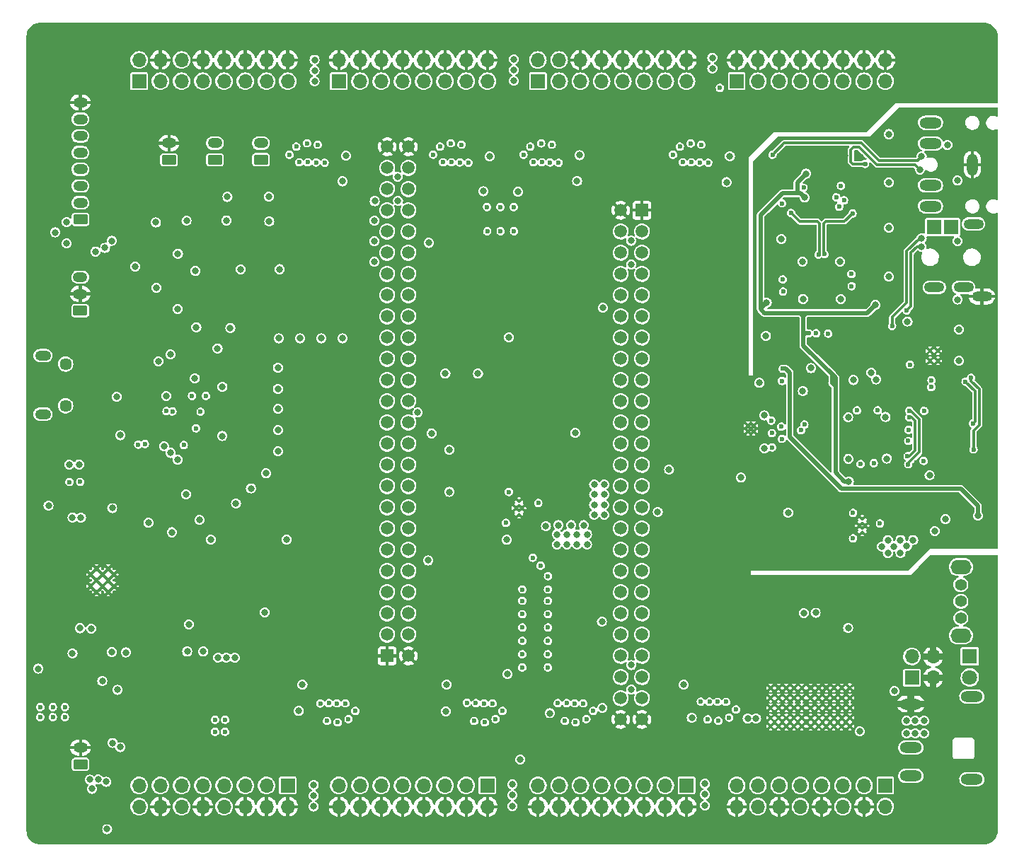
<source format=gbr>
%TF.GenerationSoftware,KiCad,Pcbnew,(6.0.11)*%
%TF.CreationDate,2024-03-19T14:27:03-04:00*%
%TF.ProjectId,Ultrasonic Sound Steering - Control Rev. B,556c7472-6173-46f6-9e69-6320536f756e,rev?*%
%TF.SameCoordinates,Original*%
%TF.FileFunction,Copper,L3,Inr*%
%TF.FilePolarity,Positive*%
%FSLAX46Y46*%
G04 Gerber Fmt 4.6, Leading zero omitted, Abs format (unit mm)*
G04 Created by KiCad (PCBNEW (6.0.11)) date 2024-03-19 14:27:03*
%MOMM*%
%LPD*%
G01*
G04 APERTURE LIST*
G04 Aperture macros list*
%AMRoundRect*
0 Rectangle with rounded corners*
0 $1 Rounding radius*
0 $2 $3 $4 $5 $6 $7 $8 $9 X,Y pos of 4 corners*
0 Add a 4 corners polygon primitive as box body*
4,1,4,$2,$3,$4,$5,$6,$7,$8,$9,$2,$3,0*
0 Add four circle primitives for the rounded corners*
1,1,$1+$1,$2,$3*
1,1,$1+$1,$4,$5*
1,1,$1+$1,$6,$7*
1,1,$1+$1,$8,$9*
0 Add four rect primitives between the rounded corners*
20,1,$1+$1,$2,$3,$4,$5,0*
20,1,$1+$1,$4,$5,$6,$7,0*
20,1,$1+$1,$6,$7,$8,$9,0*
20,1,$1+$1,$8,$9,$2,$3,0*%
G04 Aperture macros list end*
%TA.AperFunction,ComponentPad*%
%ADD10R,1.508000X1.508000*%
%TD*%
%TA.AperFunction,ComponentPad*%
%ADD11C,1.508000*%
%TD*%
%TA.AperFunction,ComponentPad*%
%ADD12C,6.000000*%
%TD*%
%TA.AperFunction,ComponentPad*%
%ADD13C,0.300000*%
%TD*%
%TA.AperFunction,ComponentPad*%
%ADD14C,4.700000*%
%TD*%
%TA.AperFunction,ComponentPad*%
%ADD15C,1.400000*%
%TD*%
%TA.AperFunction,ComponentPad*%
%ADD16O,2.500000X1.724000*%
%TD*%
%TA.AperFunction,ComponentPad*%
%ADD17R,1.800000X1.800000*%
%TD*%
%TA.AperFunction,ComponentPad*%
%ADD18C,1.800000*%
%TD*%
%TA.AperFunction,ComponentPad*%
%ADD19RoundRect,0.250000X0.625000X-0.350000X0.625000X0.350000X-0.625000X0.350000X-0.625000X-0.350000X0*%
%TD*%
%TA.AperFunction,ComponentPad*%
%ADD20O,1.750000X1.200000*%
%TD*%
%TA.AperFunction,ComponentPad*%
%ADD21C,0.350000*%
%TD*%
%TA.AperFunction,ComponentPad*%
%ADD22R,1.700000X1.700000*%
%TD*%
%TA.AperFunction,ComponentPad*%
%ADD23O,1.700000X1.700000*%
%TD*%
%TA.AperFunction,ComponentPad*%
%ADD24O,2.400000X1.200000*%
%TD*%
%TA.AperFunction,ComponentPad*%
%ADD25C,1.450000*%
%TD*%
%TA.AperFunction,ComponentPad*%
%ADD26O,1.900000X1.200000*%
%TD*%
%TA.AperFunction,ComponentPad*%
%ADD27O,1.308000X2.616000*%
%TD*%
%TA.AperFunction,ComponentPad*%
%ADD28O,2.616000X1.308000*%
%TD*%
%TA.AperFunction,ViaPad*%
%ADD29C,0.800000*%
%TD*%
%TA.AperFunction,ViaPad*%
%ADD30C,0.600000*%
%TD*%
%TA.AperFunction,Conductor*%
%ADD31C,0.500000*%
%TD*%
%TA.AperFunction,Conductor*%
%ADD32C,0.600000*%
%TD*%
%TA.AperFunction,Conductor*%
%ADD33C,0.350000*%
%TD*%
%TA.AperFunction,Conductor*%
%ADD34C,0.300000*%
%TD*%
G04 APERTURE END LIST*
D10*
%TO.N,GND*%
%TO.C,U17*%
X128990000Y-123050000D03*
X159470000Y-69700000D03*
D11*
X131530000Y-123050000D03*
X156930000Y-69700000D03*
%TO.N,Net-(U17-Pad3_1)*%
X128990000Y-120510000D03*
%TO.N,Net-(U14-Pad9)*%
X159470000Y-72240000D03*
%TO.N,Net-(U15-Pad2)*%
X131530000Y-120510000D03*
%TO.N,Net-(U17-Pad4_2)*%
X156930000Y-72240000D03*
%TO.N,+3V3*%
X128990000Y-117970000D03*
X159470000Y-74780000D03*
X131530000Y-117970000D03*
X156930000Y-74780000D03*
%TO.N,Net-(U17-Pad7_1)*%
X128990000Y-115430000D03*
%TO.N,Net-(U14-Pad8)*%
X159470000Y-77320000D03*
%TO.N,Net-(U15-Pad3)*%
X131530000Y-115430000D03*
%TO.N,Net-(U17-Pad8_2)*%
X156930000Y-77320000D03*
%TO.N,Net-(U17-Pad9_1)*%
X128990000Y-112890000D03*
%TO.N,Net-(U14-Pad7)*%
X159470000Y-79860000D03*
%TO.N,Net-(U15-Pad4)*%
X131530000Y-112890000D03*
%TO.N,Net-(U17-Pad10_2)*%
X156930000Y-79860000D03*
%TO.N,Net-(U17-Pad11_1)*%
X128990000Y-110350000D03*
%TO.N,Net-(U14-Pad6)*%
X159470000Y-82400000D03*
%TO.N,Net-(U15-Pad5)*%
X131530000Y-110350000D03*
%TO.N,Net-(U17-Pad12_2)*%
X156930000Y-82400000D03*
%TO.N,Net-(U17-Pad13_1)*%
X128990000Y-107810000D03*
%TO.N,Net-(U14-Pad5)*%
X159470000Y-84940000D03*
%TO.N,Net-(U15-Pad6)*%
X131530000Y-107810000D03*
%TO.N,Net-(U17-Pad14_2)*%
X156930000Y-84940000D03*
%TO.N,Net-(U17-Pad15_1)*%
X128990000Y-105270000D03*
%TO.N,Net-(U14-Pad4)*%
X159470000Y-87480000D03*
%TO.N,Net-(U15-Pad7)*%
X131530000Y-105270000D03*
%TO.N,Net-(U17-Pad16_2)*%
X156930000Y-87480000D03*
%TO.N,Net-(U17-Pad17_1)*%
X128990000Y-102730000D03*
%TO.N,Net-(U14-Pad3)*%
X159470000Y-90020000D03*
%TO.N,Net-(U15-Pad8)*%
X131530000Y-102730000D03*
%TO.N,Net-(U17-Pad18_2)*%
X156930000Y-90020000D03*
%TO.N,Net-(U17-Pad19_1)*%
X128990000Y-100190000D03*
%TO.N,Net-(U14-Pad2)*%
X159470000Y-92560000D03*
%TO.N,Net-(U15-Pad9)*%
X131530000Y-100190000D03*
%TO.N,Net-(U17-Pad20_2)*%
X156930000Y-92560000D03*
%TO.N,SPI_SCK*%
X128990000Y-97650000D03*
%TO.N,adc_CS~*%
X159470000Y-95100000D03*
%TO.N,I2S_WS*%
X131530000Y-97650000D03*
%TO.N,Net-(R79-Pad1)*%
X156930000Y-95100000D03*
%TO.N,Net-(R80-Pad1)*%
X128990000Y-95110000D03*
%TO.N,adc_SDOA*%
X159470000Y-97640000D03*
%TO.N,I2S_BCLK*%
X131530000Y-95110000D03*
%TO.N,Net-(R78-Pad1)*%
X156930000Y-97640000D03*
%TO.N,SPI_MOSI*%
X128990000Y-92570000D03*
%TO.N,adc_SDOB{slash}~ALRT*%
X159470000Y-100180000D03*
%TO.N,Net-(R76-Pad2)*%
X131530000Y-92570000D03*
%TO.N,Net-(R77-Pad1)*%
X156930000Y-100180000D03*
%TO.N,SPI_CS~*%
X128990000Y-90030000D03*
%TO.N,adc_SDI*%
X159470000Y-102720000D03*
%TO.N,Artix7_HB*%
X131530000Y-90030000D03*
%TO.N,FPGA_PWM_BUFF_DIS*%
X156930000Y-102720000D03*
%TO.N,TX_ACTIVE*%
X128990000Y-87490000D03*
%TO.N,adc_SCK*%
X159470000Y-105260000D03*
%TO.N,RST*%
X131530000Y-87490000D03*
%TO.N,FAN_PWM*%
X156930000Y-105260000D03*
%TO.N,Net-(U17-Pad31_1)*%
X128990000Y-84950000D03*
%TO.N,Net-(U13-Pad9)*%
X159470000Y-107800000D03*
%TO.N,Net-(U16-Pad2)*%
X131530000Y-84950000D03*
%TO.N,Net-(U17-Pad32_2)*%
X156930000Y-107800000D03*
%TO.N,Net-(U17-Pad33_1)*%
X128990000Y-82410000D03*
%TO.N,Net-(U13-Pad8)*%
X159470000Y-110340000D03*
%TO.N,Net-(U16-Pad3)*%
X131530000Y-82410000D03*
%TO.N,Net-(U17-Pad34_2)*%
X156930000Y-110340000D03*
%TO.N,Net-(U17-Pad35_1)*%
X128990000Y-79870000D03*
%TO.N,Net-(U13-Pad7)*%
X159470000Y-112880000D03*
%TO.N,Net-(U16-Pad4)*%
X131530000Y-79870000D03*
%TO.N,Net-(U17-Pad36_2)*%
X156930000Y-112880000D03*
%TO.N,Net-(U17-Pad37_1)*%
X128990000Y-77330000D03*
%TO.N,Net-(U13-Pad6)*%
X159470000Y-115420000D03*
%TO.N,Net-(U16-Pad5)*%
X131530000Y-77330000D03*
%TO.N,Net-(U17-Pad38_2)*%
X156930000Y-115420000D03*
%TO.N,Net-(U17-Pad39_1)*%
X128990000Y-74790000D03*
%TO.N,Net-(U13-Pad5)*%
X159470000Y-117960000D03*
%TO.N,Net-(U16-Pad6)*%
X131530000Y-74790000D03*
%TO.N,Net-(U17-Pad40_2)*%
X156930000Y-117960000D03*
%TO.N,Net-(U17-Pad41_1)*%
X128990000Y-72250000D03*
%TO.N,Net-(U13-Pad4)*%
X159470000Y-120500000D03*
%TO.N,Net-(U16-Pad7)*%
X131530000Y-72250000D03*
%TO.N,Net-(U17-Pad42_2)*%
X156930000Y-120500000D03*
%TO.N,Net-(U17-Pad43_1)*%
X128990000Y-69710000D03*
%TO.N,Net-(U13-Pad3)*%
X159470000Y-123040000D03*
%TO.N,Net-(U16-Pad8)*%
X131530000Y-69710000D03*
%TO.N,Net-(U17-Pad44_2)*%
X156930000Y-123040000D03*
%TO.N,+3V3*%
X128990000Y-67170000D03*
X159470000Y-125580000D03*
X131530000Y-67170000D03*
X156930000Y-125580000D03*
%TO.N,Net-(U17-Pad47_1)*%
X128990000Y-64630000D03*
%TO.N,Net-(U13-Pad2)*%
X159470000Y-128120000D03*
%TO.N,Net-(U16-Pad9)*%
X131530000Y-64630000D03*
%TO.N,Net-(U17-Pad48_2)*%
X156930000Y-128120000D03*
%TO.N,GND*%
X128990000Y-62090000D03*
X159470000Y-130660000D03*
X131530000Y-62090000D03*
X156930000Y-130660000D03*
D12*
X158200000Y-63350000D03*
X130260000Y-129400000D03*
%TD*%
D13*
%TO.N,GND*%
%TO.C,*%
X178590000Y-130460000D03*
%TD*%
%TO.N,GND*%
%TO.C,*%
X176732500Y-130472500D03*
%TD*%
%TO.N,GND*%
%TO.C,*%
X179640000Y-126875000D03*
%TD*%
%TO.N,GND*%
%TO.C,U7*%
X185480000Y-107445000D03*
X186180000Y-107445000D03*
X185830000Y-108195000D03*
X185830000Y-106695000D03*
%TD*%
D14*
%TO.N,GND*%
%TO.C,H2*%
X89930177Y-51350000D03*
%TD*%
D13*
%TO.N,GND*%
%TO.C,*%
X182440000Y-131465000D03*
%TD*%
%TO.N,GND*%
%TO.C,*%
X176732500Y-129267500D03*
%TD*%
%TO.N,GND*%
%TO.C,*%
X176732500Y-131472500D03*
%TD*%
%TO.N,GND*%
%TO.C,*%
X183380000Y-128070000D03*
%TD*%
%TO.N,GND*%
%TO.C,*%
X184350000Y-130445000D03*
%TD*%
%TO.N,GND*%
%TO.C,*%
X177660000Y-126865000D03*
%TD*%
%TO.N,GND*%
%TO.C,*%
X183380000Y-131465000D03*
%TD*%
%TO.N,GND*%
%TO.C,*%
X175810000Y-130470000D03*
%TD*%
D15*
%TO.N,Net-(P19-Pad1)*%
%TO.C,SW1*%
X197625000Y-118510000D03*
%TO.N,EN*%
X197625000Y-116510000D03*
%TO.N,Net-(P19-Pad3)*%
X197625000Y-114510000D03*
D16*
%TO.N,Net-(R126-Pad1)*%
X197625000Y-112410000D03*
X197625000Y-120610000D03*
%TD*%
D13*
%TO.N,GND*%
%TO.C,*%
X174860000Y-126875000D03*
%TD*%
D17*
%TO.N,Net-(P13-Pad1)*%
%TO.C,P13*%
X198690000Y-123092500D03*
D18*
%TO.N,Net-(F1-Pad1)*%
X198690000Y-125632500D03*
%TD*%
D13*
%TO.N,GND*%
%TO.C,*%
X172830000Y-96160000D03*
%TD*%
%TO.N,GND*%
%TO.C,*%
X174850000Y-129265000D03*
%TD*%
%TO.N,GND*%
%TO.C,*%
X184340000Y-126850000D03*
%TD*%
%TO.N,GND*%
%TO.C,*%
X194880000Y-87710000D03*
%TD*%
%TO.N,GND*%
%TO.C,*%
X176742500Y-126877500D03*
%TD*%
%TO.N,GND*%
%TO.C,*%
X176742500Y-128082500D03*
%TD*%
%TO.N,GND*%
%TO.C,*%
X172155000Y-95485000D03*
%TD*%
%TO.N,GND*%
%TO.C,*%
X174860000Y-128080000D03*
%TD*%
%TO.N,GND*%
%TO.C,*%
X182450000Y-129255000D03*
%TD*%
%TO.N,GND*%
%TO.C,*%
X182440000Y-128070000D03*
%TD*%
D14*
%TO.N,GND*%
%TO.C,H1*%
X197930189Y-51350000D03*
%TD*%
D13*
%TO.N,GND*%
%TO.C,*%
X174850000Y-131470000D03*
%TD*%
%TO.N,GND*%
%TO.C,*%
X184340000Y-128055000D03*
%TD*%
%TO.N,GND*%
%TO.C,*%
X177650000Y-130460000D03*
%TD*%
%TO.N,GND*%
%TO.C,*%
X184350000Y-129240000D03*
%TD*%
%TO.N,GND*%
%TO.C,*%
X182450000Y-130460000D03*
%TD*%
%TO.N,GND*%
%TO.C,*%
X177660000Y-128070000D03*
%TD*%
%TO.N,GND*%
%TO.C,U8*%
X144410000Y-105340000D03*
X145110000Y-105340000D03*
X144760000Y-106090000D03*
X144760000Y-104590000D03*
%TD*%
%TO.N,GND*%
%TO.C,*%
X180610000Y-130470000D03*
%TD*%
%TO.N,GND*%
%TO.C,*%
X181522500Y-131477500D03*
%TD*%
%TO.N,GND*%
%TO.C,*%
X180610000Y-131470000D03*
%TD*%
D19*
%TO.N,Net-(D3-Pad2)*%
%TO.C,P20*%
X102880000Y-63660000D03*
D20*
%TO.N,GND*%
X102880000Y-61660000D03*
%TD*%
D13*
%TO.N,GND*%
%TO.C,*%
X182440000Y-126865000D03*
%TD*%
%TO.N,GND*%
%TO.C,*%
X194880000Y-86505000D03*
%TD*%
%TO.N,GND*%
%TO.C,*%
X184340000Y-131450000D03*
%TD*%
%TO.N,GND*%
%TO.C,*%
X178600000Y-126865000D03*
%TD*%
D19*
%TO.N,Net-(D5-Pad2)*%
%TO.C,P10*%
X113880000Y-63650000D03*
D20*
%TO.N,Net-(D5-Pad1)*%
X113880000Y-61650000D03*
%TD*%
D21*
%TO.N,GND*%
%TO.C,U22*%
X93520000Y-114690000D03*
X93520000Y-113290000D03*
X94220000Y-115390000D03*
X94220000Y-113990000D03*
X94220000Y-112590000D03*
X94920000Y-114690000D03*
X94920000Y-113290000D03*
X95620000Y-115390000D03*
X95620000Y-113990000D03*
X95620000Y-112590000D03*
X96320000Y-114690000D03*
X96320000Y-113290000D03*
%TD*%
D14*
%TO.N,GND*%
%TO.C,H3*%
X197930172Y-141500000D03*
%TD*%
D13*
%TO.N,GND*%
%TO.C,*%
X175820000Y-128080000D03*
%TD*%
%TO.N,GND*%
%TO.C,*%
X180600000Y-128080000D03*
%TD*%
%TO.N,GND*%
%TO.C,*%
X172155000Y-96160000D03*
%TD*%
%TO.N,GND*%
%TO.C,*%
X177650000Y-129255000D03*
%TD*%
%TO.N,GND*%
%TO.C,*%
X179650000Y-131470000D03*
%TD*%
%TO.N,GND*%
%TO.C,*%
X183380000Y-126865000D03*
%TD*%
%TO.N,GND*%
%TO.C,*%
X193940000Y-87710000D03*
%TD*%
%TO.N,GND*%
%TO.C,*%
X175810000Y-131470000D03*
%TD*%
%TO.N,GND*%
%TO.C,*%
X183390000Y-129255000D03*
%TD*%
%TO.N,GND*%
%TO.C,*%
X180600000Y-126875000D03*
%TD*%
%TO.N,GND*%
%TO.C,*%
X175810000Y-129265000D03*
%TD*%
%TO.N,GND*%
%TO.C,*%
X175820000Y-126875000D03*
%TD*%
%TO.N,GND*%
%TO.C,*%
X178590000Y-131460000D03*
%TD*%
%TO.N,GND*%
%TO.C,*%
X177650000Y-131460000D03*
%TD*%
%TO.N,GND*%
%TO.C,*%
X172830000Y-95485000D03*
%TD*%
%TO.N,GND*%
%TO.C,*%
X183390000Y-130460000D03*
%TD*%
D14*
%TO.N,GND*%
%TO.C,H4*%
X89930214Y-141500000D03*
%TD*%
D13*
%TO.N,GND*%
%TO.C,*%
X178590000Y-129255000D03*
%TD*%
%TO.N,GND*%
%TO.C,*%
X181532500Y-129267500D03*
%TD*%
%TO.N,GND*%
%TO.C,*%
X181522500Y-128082500D03*
%TD*%
%TO.N,GND*%
%TO.C,*%
X179650000Y-130470000D03*
%TD*%
%TO.N,GND*%
%TO.C,*%
X181532500Y-130472500D03*
%TD*%
%TO.N,GND*%
%TO.C,*%
X180610000Y-129265000D03*
%TD*%
%TO.N,GND*%
%TO.C,*%
X179650000Y-129265000D03*
%TD*%
%TO.N,GND*%
%TO.C,*%
X178600000Y-128070000D03*
%TD*%
%TO.N,GND*%
%TO.C,*%
X179640000Y-128080000D03*
%TD*%
D19*
%TO.N,Net-(D21-Pad2)*%
%TO.C,P17*%
X108380000Y-63655000D03*
D20*
%TO.N,Net-(D21-Pad1)*%
X108380000Y-61655000D03*
%TD*%
D13*
%TO.N,GND*%
%TO.C,*%
X174850000Y-130470000D03*
%TD*%
%TO.N,GND*%
%TO.C,*%
X193940000Y-86505000D03*
%TD*%
%TO.N,GND*%
%TO.C,*%
X181522500Y-126877500D03*
%TD*%
D22*
%TO.N,Net-(P5-Pad1)*%
%TO.C,P5*%
X188585101Y-138560000D03*
D23*
%TO.N,FAN_PWM*%
X188585101Y-141100000D03*
%TO.N,Net-(P5-Pad3)*%
X186045101Y-138560000D03*
%TO.N,GND*%
X186045101Y-141100000D03*
%TO.N,Net-(P5-Pad5)*%
X183505101Y-138560000D03*
%TO.N,FAN_TACHO*%
X183505101Y-141100000D03*
%TO.N,Net-(P5-Pad7)*%
X180965101Y-138560000D03*
%TO.N,GND*%
X180965101Y-141100000D03*
%TO.N,Net-(P5-Pad9)*%
X178425101Y-138560000D03*
%TO.N,NTC*%
X178425101Y-141100000D03*
%TO.N,Net-(P5-Pad11)*%
X175885101Y-138560000D03*
%TO.N,GND*%
X175885101Y-141100000D03*
%TO.N,Net-(P5-Pad13)*%
X173345101Y-138560000D03*
%TO.N,FAN_EN*%
X173345101Y-141100000D03*
%TO.N,Net-(P5-Pad15)*%
X170805101Y-138560000D03*
%TO.N,GND*%
X170805101Y-141100000D03*
%TD*%
D24*
%TO.N,GND*%
%TO.C,P11*%
X200140000Y-80020000D03*
%TO.N,Net-(P11-Pad2)*%
X194440000Y-78920000D03*
D17*
%TO.N,Net-(P11-Pad3)*%
X194440000Y-71720000D03*
D24*
%TO.N,Net-(P11-Pad4)*%
X199140000Y-71320000D03*
%TO.N,ECM_OPEN~*%
X197940000Y-78920000D03*
D17*
%TO.N,Net-(P11-Pad6)*%
X196440000Y-71720000D03*
%TD*%
D19*
%TO.N,Net-(P21-Pad1)*%
%TO.C,P21*%
X92290000Y-136030000D03*
D20*
%TO.N,GND*%
X92290000Y-134030000D03*
%TD*%
D22*
%TO.N,+5V*%
%TO.C,P16*%
X191770000Y-125660000D03*
D23*
X191770000Y-123120000D03*
%TO.N,GND*%
X194310000Y-125660000D03*
X194310000Y-123120000D03*
%TD*%
D22*
%TO.N,Net-(P4-Pad1)*%
%TO.C,P4*%
X99305101Y-54240000D03*
D23*
%TO.N,TX_ACTIVE*%
X99305101Y-51700000D03*
%TO.N,Net-(P4-Pad3)*%
X101845101Y-54240000D03*
%TO.N,GND*%
X101845101Y-51700000D03*
%TO.N,Net-(P4-Pad5)*%
X104385101Y-54240000D03*
%TO.N,LOAD_SWITCH_EN*%
X104385101Y-51700000D03*
%TO.N,Net-(P4-Pad7)*%
X106925101Y-54240000D03*
%TO.N,GND*%
X106925101Y-51700000D03*
%TO.N,Net-(P4-Pad9)*%
X109465101Y-54240000D03*
%TO.N,GND*%
X109465101Y-51700000D03*
%TO.N,Net-(P4-Pad11)*%
X112005101Y-54240000D03*
%TO.N,GND*%
X112005101Y-51700000D03*
%TO.N,Net-(P4-Pad13)*%
X114545101Y-54240000D03*
%TO.N,GND*%
X114545101Y-51700000D03*
%TO.N,Net-(P4-Pad15)*%
X117085101Y-54240000D03*
%TO.N,GND*%
X117085101Y-51700000D03*
%TD*%
D22*
%TO.N,Net-(P7-Pad1)*%
%TO.C,P7*%
X140977601Y-138560000D03*
D23*
%TO.N,GND*%
X140977601Y-141100000D03*
%TO.N,Net-(P7-Pad3)*%
X138437601Y-138560000D03*
%TO.N,GND*%
X138437601Y-141100000D03*
%TO.N,Net-(P7-Pad5)*%
X135897601Y-138560000D03*
%TO.N,GND*%
X135897601Y-141100000D03*
%TO.N,Net-(P7-Pad7)*%
X133357601Y-138560000D03*
%TO.N,GND*%
X133357601Y-141100000D03*
%TO.N,Net-(P7-Pad9)*%
X130817601Y-138560000D03*
%TO.N,GND*%
X130817601Y-141100000D03*
%TO.N,Net-(P7-Pad11)*%
X128277601Y-138560000D03*
%TO.N,GND*%
X128277601Y-141100000D03*
%TO.N,Net-(P7-Pad13)*%
X125737601Y-138560000D03*
%TO.N,GND*%
X125737601Y-141100000D03*
%TO.N,Net-(P7-Pad15)*%
X123197601Y-138560000D03*
%TO.N,GND*%
X123197601Y-141100000D03*
%TD*%
D22*
%TO.N,Net-(P1-Pad1)*%
%TO.C,P1*%
X170805101Y-54240000D03*
D23*
%TO.N,GND*%
X170805101Y-51700000D03*
%TO.N,Net-(P1-Pad3)*%
X173345101Y-54240000D03*
%TO.N,GND*%
X173345101Y-51700000D03*
%TO.N,Net-(P1-Pad5)*%
X175885101Y-54240000D03*
%TO.N,GND*%
X175885101Y-51700000D03*
%TO.N,Net-(P1-Pad7)*%
X178425101Y-54240000D03*
%TO.N,GND*%
X178425101Y-51700000D03*
%TO.N,Net-(P1-Pad9)*%
X180965101Y-54240000D03*
%TO.N,GND*%
X180965101Y-51700000D03*
%TO.N,Net-(P1-Pad11)*%
X183505101Y-54240000D03*
%TO.N,GND*%
X183505101Y-51700000D03*
%TO.N,Net-(P1-Pad13)*%
X186045101Y-54240000D03*
%TO.N,GND*%
X186045101Y-51700000D03*
%TO.N,Net-(P1-Pad15)*%
X188585101Y-54240000D03*
%TO.N,GND*%
X188585101Y-51700000D03*
%TD*%
D22*
%TO.N,Net-(P2-Pad1)*%
%TO.C,P2*%
X147020101Y-54240000D03*
D23*
%TO.N,+3V3*%
X147020101Y-51700000D03*
%TO.N,Net-(P2-Pad3)*%
X149560101Y-54240000D03*
%TO.N,+3V3*%
X149560101Y-51700000D03*
%TO.N,Net-(P2-Pad5)*%
X152100101Y-54240000D03*
%TO.N,GND*%
X152100101Y-51700000D03*
%TO.N,Net-(P2-Pad7)*%
X154640101Y-54240000D03*
%TO.N,GND*%
X154640101Y-51700000D03*
%TO.N,Net-(P2-Pad9)*%
X157180101Y-54240000D03*
%TO.N,GND*%
X157180101Y-51700000D03*
%TO.N,Net-(P2-Pad11)*%
X159720101Y-54240000D03*
%TO.N,GND*%
X159720101Y-51700000D03*
%TO.N,Net-(P2-Pad13)*%
X162260101Y-54240000D03*
%TO.N,GND*%
X162260101Y-51700000D03*
%TO.N,Net-(P2-Pad15)*%
X164800101Y-54240000D03*
%TO.N,GND*%
X164800101Y-51700000D03*
%TD*%
D22*
%TO.N,Net-(P6-Pad1)*%
%TO.C,P6*%
X164800101Y-138560000D03*
D23*
%TO.N,GND*%
X164800101Y-141100000D03*
%TO.N,Net-(P6-Pad3)*%
X162260101Y-138560000D03*
%TO.N,GND*%
X162260101Y-141100000D03*
%TO.N,Net-(P6-Pad5)*%
X159720101Y-138560000D03*
%TO.N,GND*%
X159720101Y-141100000D03*
%TO.N,Net-(P6-Pad7)*%
X157180101Y-138560000D03*
%TO.N,GND*%
X157180101Y-141100000D03*
%TO.N,Net-(P6-Pad9)*%
X154640101Y-138560000D03*
%TO.N,GND*%
X154640101Y-141100000D03*
%TO.N,Net-(P6-Pad11)*%
X152100101Y-138560000D03*
%TO.N,GND*%
X152100101Y-141100000D03*
%TO.N,Net-(P6-Pad13)*%
X149560101Y-138560000D03*
%TO.N,GND*%
X149560101Y-141100000D03*
%TO.N,Net-(P6-Pad15)*%
X147020101Y-138560000D03*
%TO.N,GND*%
X147020101Y-141100000D03*
%TD*%
D22*
%TO.N,Net-(P8-Pad1)*%
%TO.C,P8*%
X117085101Y-138560000D03*
D23*
%TO.N,GND*%
X117085101Y-141100000D03*
%TO.N,Net-(P8-Pad3)*%
X114545101Y-138560000D03*
%TO.N,GND*%
X114545101Y-141100000D03*
%TO.N,Net-(P8-Pad5)*%
X112005101Y-138560000D03*
%TO.N,GND*%
X112005101Y-141100000D03*
%TO.N,Net-(P8-Pad7)*%
X109465101Y-138560000D03*
%TO.N,+VSW*%
X109465101Y-141100000D03*
%TO.N,Net-(P8-Pad9)*%
X106925101Y-138560000D03*
%TO.N,GND*%
X106925101Y-141100000D03*
%TO.N,Net-(P8-Pad11)*%
X104385101Y-138560000D03*
%TO.N,DIGPOT_SCL*%
X104385101Y-141100000D03*
%TO.N,Net-(P8-Pad13)*%
X101845101Y-138560000D03*
%TO.N,GND*%
X101845101Y-141100000D03*
%TO.N,Net-(P8-Pad15)*%
X99305101Y-138560000D03*
%TO.N,DIGPOT_SDA*%
X99305101Y-141100000D03*
%TD*%
D25*
%TO.N,Net-(P18-Pad6)*%
%TO.C,P18*%
X90510000Y-88100000D03*
X90510000Y-93100000D03*
D26*
X87810000Y-87100000D03*
X87810000Y-94100000D03*
%TD*%
D22*
%TO.N,Net-(P3-Pad1)*%
%TO.C,P3*%
X123197601Y-54240000D03*
D23*
%TO.N,GND*%
X123197601Y-51700000D03*
%TO.N,Net-(P3-Pad3)*%
X125737601Y-54240000D03*
%TO.N,GND*%
X125737601Y-51700000D03*
%TO.N,Net-(P3-Pad5)*%
X128277601Y-54240000D03*
%TO.N,GND*%
X128277601Y-51700000D03*
%TO.N,Net-(P3-Pad7)*%
X130817601Y-54240000D03*
%TO.N,GND*%
X130817601Y-51700000D03*
%TO.N,Net-(P3-Pad9)*%
X133357601Y-54240000D03*
%TO.N,GND*%
X133357601Y-51700000D03*
%TO.N,Net-(P3-Pad11)*%
X135897601Y-54240000D03*
%TO.N,GND*%
X135897601Y-51700000D03*
%TO.N,Net-(P3-Pad13)*%
X138437601Y-54240000D03*
%TO.N,GND*%
X138437601Y-51700000D03*
%TO.N,Net-(P3-Pad15)*%
X140977601Y-54240000D03*
%TO.N,GND*%
X140977601Y-51700000D03*
%TD*%
D27*
%TO.N,GND*%
%TO.C,P12*%
X198990000Y-64220000D03*
D28*
%TO.N,Net-(P12-Pad2)*%
X193990000Y-69220000D03*
%TO.N,Net-(P12-Pad3)*%
X193990000Y-59220000D03*
%TO.N,Net-(P12-Pad4)*%
X193990000Y-66720000D03*
%TO.N,AUX_OPEN~*%
X193990000Y-61720000D03*
%TD*%
D19*
%TO.N,Net-(P14-Pad1)*%
%TO.C,P14*%
X92280000Y-70790000D03*
D20*
%TO.N,Net-(P14-Pad2)*%
X92280000Y-68790000D03*
%TO.N,Net-(P14-Pad3)*%
X92280000Y-66790000D03*
%TO.N,Net-(P14-Pad4)*%
X92280000Y-64790000D03*
%TO.N,Net-(P14-Pad5)*%
X92280000Y-62790000D03*
%TO.N,Net-(P14-Pad6)*%
X92280000Y-60790000D03*
%TO.N,Net-(P14-Pad7)*%
X92280000Y-58790000D03*
%TO.N,GND*%
X92280000Y-56790000D03*
%TD*%
D28*
%TO.N,Net-(F1-Pad1)*%
%TO.C,P9*%
X191640000Y-137410000D03*
%TO.N,GND*%
X191640000Y-128810000D03*
%TO.N,Net-(P13-Pad1)*%
X191640000Y-134010000D03*
%TO.N,Net-(P9-Pad5)*%
X198940000Y-127910000D03*
X198940000Y-137810000D03*
%TD*%
D19*
%TO.N,Net-(P15-Pad1)*%
%TO.C,P15*%
X92270000Y-81710000D03*
D20*
%TO.N,GND*%
X92270000Y-79710000D03*
%TO.N,Net-(P15-Pad3)*%
X92270000Y-77710000D03*
%TD*%
D29*
%TO.N,+3V3*%
X151700000Y-109690000D03*
D30*
X148220000Y-121240000D03*
D29*
X136010000Y-129680000D03*
X112690000Y-102990000D03*
D30*
X87480000Y-130370000D03*
D29*
X161355000Y-105815000D03*
X149470000Y-107390000D03*
X171320000Y-101704998D03*
D30*
X148230000Y-113500000D03*
X145160000Y-116450000D03*
X148230000Y-119650000D03*
D29*
X153750000Y-102540000D03*
X115910000Y-88550000D03*
X94080000Y-74635500D03*
X121120000Y-85030000D03*
X169990000Y-63220000D03*
X98840000Y-76430000D03*
X151700000Y-108490000D03*
X154950000Y-104940000D03*
X105250000Y-119270000D03*
X127450000Y-75860000D03*
X120300000Y-52960000D03*
X114486051Y-101193949D03*
X101320000Y-71150000D03*
D30*
X148230000Y-116450000D03*
D29*
X130280000Y-68580000D03*
D30*
X87480000Y-129170000D03*
D29*
X162710000Y-100760000D03*
D30*
X90430000Y-129170000D03*
D29*
X115920000Y-93468000D03*
X124060000Y-63170000D03*
X96730000Y-127110000D03*
D30*
X145150000Y-122840000D03*
D29*
X143555500Y-84904500D03*
X87248748Y-124580000D03*
X143960000Y-138440000D03*
X103090000Y-98740000D03*
X101381000Y-78970000D03*
X118420000Y-129640000D03*
X165430000Y-130470000D03*
X90630000Y-73660000D03*
X154950000Y-106140000D03*
X152500000Y-107400000D03*
X158190000Y-76190000D03*
X120200000Y-138500000D03*
X106148000Y-83690000D03*
X130230000Y-65670000D03*
X118580000Y-85030000D03*
X149300000Y-109690000D03*
X106038508Y-76952807D03*
X123660000Y-85030000D03*
X149300000Y-108490000D03*
X153750000Y-103740000D03*
X101617500Y-87780000D03*
D30*
X145150000Y-124440000D03*
D29*
X89250000Y-72340000D03*
X115920000Y-98548000D03*
X144140000Y-52900000D03*
D30*
X140935000Y-69300000D03*
X145150000Y-121240000D03*
D29*
X133892655Y-111617345D03*
D30*
X145160000Y-119650000D03*
D29*
X90940000Y-100140000D03*
X127500000Y-68600000D03*
X108689000Y-86230000D03*
X133965000Y-73595000D03*
X103950000Y-74890000D03*
X103050000Y-86950000D03*
X143960000Y-141020000D03*
D30*
X109590000Y-132130000D03*
D29*
X90630000Y-71110000D03*
X92120001Y-100119999D03*
X167010000Y-140940000D03*
D30*
X168800000Y-55040000D03*
D29*
X158160000Y-73340000D03*
D30*
X142560000Y-72200000D03*
D29*
X110893949Y-104786051D03*
D30*
X140960000Y-72200000D03*
D29*
X94900000Y-126080500D03*
D30*
X108390000Y-132130000D03*
D29*
X120300000Y-51680000D03*
X150500000Y-108490000D03*
X150500000Y-109690000D03*
X115910000Y-91090000D03*
D30*
X88990000Y-129170000D03*
D29*
X96030500Y-73352701D03*
X167010000Y-138360000D03*
X102547500Y-91920000D03*
X152900000Y-108490000D03*
X167010000Y-139640000D03*
X114350000Y-117830000D03*
X148430000Y-129910000D03*
D30*
X148220000Y-122840000D03*
D29*
X120200000Y-139780000D03*
X154680000Y-118967500D03*
X116040000Y-85030000D03*
D30*
X144135000Y-69300000D03*
D29*
X154950000Y-102540000D03*
X154950000Y-103740000D03*
D30*
X148220000Y-124440000D03*
D29*
X111458002Y-76765001D03*
X153750000Y-104940000D03*
X147980000Y-107520120D03*
D30*
X147344647Y-112235353D03*
D29*
X103910000Y-99550000D03*
X167890000Y-52710000D03*
D30*
X109590000Y-130680000D03*
D29*
X152900000Y-109690000D03*
D30*
X145160000Y-115100000D03*
X145160000Y-118050000D03*
D29*
X120300000Y-54240000D03*
X127450000Y-73400000D03*
X143960000Y-139720000D03*
X110744000Y-123254500D03*
X102300000Y-97960000D03*
D30*
X88990000Y-130370000D03*
D29*
X153750000Y-106140000D03*
X115920000Y-96008000D03*
X139850500Y-89254500D03*
D30*
X144160000Y-72200000D03*
D29*
X109730000Y-123254500D03*
X167890000Y-51430000D03*
X116120000Y-76750000D03*
X95232701Y-74192701D03*
D30*
X146399647Y-111290353D03*
D29*
X144140000Y-54200000D03*
D30*
X142535000Y-69300000D03*
D29*
X127470000Y-70940000D03*
X152030000Y-63100000D03*
D30*
X148230000Y-115100000D03*
D29*
X141240000Y-63260000D03*
D30*
X108390000Y-130690000D03*
D29*
X96627500Y-92020000D03*
X158200000Y-127060000D03*
X103922000Y-81510000D03*
X151000000Y-107400000D03*
D30*
X90430000Y-130370000D03*
D29*
X108754977Y-123254500D03*
X135950500Y-89254500D03*
X144140000Y-51620000D03*
X120200000Y-141080000D03*
D30*
X148230000Y-118050000D03*
D29*
X158200000Y-124150000D03*
X154790000Y-81372500D03*
%TO.N,VCM*%
X184220709Y-102190460D03*
D30*
X179430000Y-84440000D03*
D29*
X182410000Y-89960000D03*
X187395001Y-81025001D03*
X178930000Y-68160000D03*
X174390996Y-80765500D03*
X179105000Y-65310000D03*
%TO.N,+3.3VA*%
X179695500Y-88590000D03*
X197230000Y-73380000D03*
X188890000Y-110730000D03*
X191920000Y-109170000D03*
D30*
X182714501Y-68140000D03*
D29*
X190400000Y-109170000D03*
X188890000Y-109180000D03*
X194495000Y-108085000D03*
X193879594Y-101442384D03*
X188190000Y-109960000D03*
D30*
X175030000Y-98085000D03*
D29*
X190400000Y-110750000D03*
X188610000Y-94440000D03*
X189620000Y-109930000D03*
X189005000Y-66350000D03*
X176160000Y-73140000D03*
X197410000Y-87710000D03*
X195782499Y-106675000D03*
X184760000Y-90020000D03*
X191160000Y-109920000D03*
X189015000Y-71800000D03*
X184145001Y-94497541D03*
X176950000Y-105900000D03*
X189005000Y-77640000D03*
X187460000Y-89950000D03*
X178674302Y-75829346D03*
X178735000Y-80310500D03*
X197400000Y-83970000D03*
X189010000Y-60580000D03*
X197210000Y-66140000D03*
X174130000Y-98190000D03*
%TO.N,AUX_OPEN~*%
X196010000Y-61870000D03*
%TO.N,ECM_OPEN~*%
X197230000Y-80380000D03*
%TO.N,ESP32_HB*%
X106525000Y-106775000D03*
%TO.N,TX_ACTIVE*%
X110222500Y-83777500D03*
D30*
%TO.N,Net-(C13-Pad1)*%
X186170000Y-64140000D03*
D29*
X192710000Y-64810000D03*
%TO.N,Net-(C6-Pad1)*%
X191240000Y-83010000D03*
%TO.N,DIGPOT_SCL*%
X91340000Y-106470000D03*
X96160000Y-133470000D03*
%TO.N,DIGPOT_SDA*%
X97026865Y-133967545D03*
X92348528Y-106501472D03*
D30*
%TO.N,Net-(C12-Pad1)*%
X175089230Y-63056639D03*
D29*
X192935000Y-63245000D03*
%TO.N,ADC_VREF*%
X178716874Y-91340000D03*
X173500000Y-90360000D03*
D30*
%TO.N,+4V*%
X143550000Y-103420000D03*
X184730000Y-105930000D03*
D29*
X143300000Y-109150000D03*
D30*
X143200000Y-107110000D03*
D29*
X178830000Y-117920000D03*
D30*
X184725000Y-108985000D03*
D29*
%TO.N,NTC_BUFF*%
X92230000Y-119740000D03*
%TO.N,Net-(C15-Pad1)*%
X192930000Y-73030000D03*
D30*
X189390000Y-83550000D03*
%TO.N,Net-(C16-Pad1)*%
X191114500Y-81695000D03*
D29*
X192922049Y-74062549D03*
D30*
%TO.N,ecm_p*%
X176210000Y-97060000D03*
X175017845Y-96379312D03*
D29*
%TO.N,EN*%
X184140000Y-119730000D03*
%TO.N,VDRIVE_BUFF*%
X93570000Y-119784000D03*
D30*
%TO.N,Net-(C25-Pad1)*%
X194082545Y-90849842D03*
%TO.N,Net-(C25-Pad2)*%
X199073117Y-95218351D03*
X198181954Y-90210500D03*
%TO.N,Net-(C32-Pad1)*%
X193166367Y-99698633D03*
%TO.N,Net-(C32-Pad2)*%
X193237200Y-93709466D03*
%TO.N,Net-(C36-Pad1)*%
X191248364Y-99138364D03*
X191470014Y-94495794D03*
%TO.N,Net-(C36-Pad2)*%
X191379835Y-95992261D03*
X191330500Y-97309500D03*
%TO.N,Net-(C39-Pad1)*%
X177305000Y-70010000D03*
X180588459Y-74994127D03*
D29*
%TO.N,Net-(C42-Pad2)*%
X174120000Y-94260000D03*
D30*
%TO.N,Net-(C55-Pad1)*%
X187205000Y-99972500D03*
%TO.N,Net-(C56-Pad1)*%
X185630000Y-100072500D03*
%TO.N,Net-(C57-Pad1)*%
X184530000Y-77330000D03*
%TO.N,Net-(C58-Pad1)*%
X184560000Y-78780000D03*
%TO.N,Net-(C59-Pad1)*%
X187672214Y-93636014D03*
%TO.N,Net-(C22-Pad1)*%
X183645500Y-68495500D03*
X178804500Y-67000000D03*
X176230000Y-68870000D03*
%TO.N,Net-(C22-Pad2)*%
X183062477Y-69262477D03*
X183275000Y-66765000D03*
%TO.N,Net-(C64-Pad1)*%
X176310000Y-77970000D03*
%TO.N,Net-(C24-Pad1)*%
X194112089Y-90050886D03*
%TO.N,Net-(C65-Pad2)*%
X176350000Y-79420000D03*
D29*
%TO.N,Net-(C72-Pad2)*%
X193230000Y-132320000D03*
X191120000Y-130820000D03*
X193210000Y-130820000D03*
X192150000Y-130820000D03*
X191140000Y-132320000D03*
X192170000Y-132320000D03*
D30*
%TO.N,Net-(C24-Pad2)*%
X199130000Y-98335000D03*
X198847500Y-89767500D03*
%TO.N,Net-(C76-Pad1)*%
X187947500Y-107192500D03*
D29*
%TO.N,Net-(C87-Pad2)*%
X180249998Y-117880002D03*
D30*
%TO.N,Net-(C38-Pad2)*%
X181290000Y-74950000D03*
X184655000Y-70085000D03*
%TO.N,Net-(C37-Pad2)*%
X191330000Y-100110000D03*
X191432464Y-93697174D03*
D29*
%TO.N,RST~*%
X109260000Y-96720000D03*
X100417175Y-107111955D03*
D30*
%TO.N,Net-(C77-Pad1)*%
X147060000Y-104744877D03*
D29*
%TO.N,IO0~*%
X104920000Y-103700000D03*
X109277500Y-90830000D03*
D30*
%TO.N,stereo_avg_n*%
X178908798Y-95343414D03*
X180310230Y-84434988D03*
%TO.N,stereo_avg_p*%
X174931921Y-94869222D03*
X178500000Y-96030500D03*
X181750000Y-84465000D03*
X176139936Y-95610999D03*
D29*
%TO.N,Net-(D5-Pad1)*%
X114830000Y-68060000D03*
%TO.N,GND*%
X92120000Y-115760000D03*
X87200000Y-102290000D03*
X187600000Y-71840000D03*
D30*
X201360000Y-66285000D03*
X192447670Y-93485722D03*
D29*
X92590000Y-93840000D03*
X106820000Y-67200000D03*
X191260000Y-91580000D03*
D30*
X201350000Y-72560000D03*
D29*
X111166250Y-121546250D03*
D30*
X185960000Y-109330000D03*
D29*
X115540000Y-130710000D03*
D30*
X110166191Y-124041165D03*
D29*
X135095000Y-72465000D03*
X140300000Y-102090000D03*
D30*
X90440642Y-106486158D03*
D29*
X187240000Y-114660000D03*
X190405000Y-71780000D03*
X100800500Y-116190000D03*
X187610000Y-77640000D03*
X87195000Y-119485000D03*
D30*
X193255000Y-92910000D03*
D29*
X136278000Y-87392000D03*
D30*
X184910000Y-78050000D03*
D29*
X150390000Y-61700000D03*
X181630000Y-96740000D03*
X136810000Y-114480000D03*
D30*
X184180000Y-66660000D03*
D29*
X139930000Y-103320000D03*
X120070000Y-127840000D03*
X105974845Y-88277345D03*
X191960000Y-84420000D03*
D30*
X185962000Y-110085000D03*
X96914103Y-104989500D03*
X201360000Y-76695000D03*
D29*
X190659041Y-127284863D03*
X103860000Y-122670000D03*
X87190000Y-122930000D03*
X168210000Y-61870000D03*
D30*
X173130000Y-69635000D03*
D29*
X113268000Y-95070000D03*
X184580000Y-115560000D03*
X137570420Y-130950420D03*
X139585000Y-61975000D03*
D30*
X189510000Y-58650000D03*
D29*
X97728992Y-127141883D03*
D30*
X185120149Y-102201091D03*
D29*
X181601286Y-93606919D03*
X183668000Y-85705000D03*
X103644500Y-117820000D03*
D30*
X198125451Y-80294719D03*
D29*
X182650000Y-63280000D03*
D30*
X187933158Y-106226727D03*
X105819503Y-103700000D03*
X201360000Y-65035000D03*
D29*
X94910000Y-128510500D03*
D30*
X201370000Y-75360000D03*
D29*
X136700000Y-116750000D03*
X174534500Y-74330000D03*
D30*
X176480000Y-70185000D03*
D29*
X146660000Y-102720000D03*
X95975713Y-66622390D03*
X136050500Y-96510000D03*
X151960000Y-76240000D03*
D30*
X116210000Y-74770000D03*
D29*
X179069844Y-69874846D03*
X182480000Y-73420000D03*
X185710000Y-71740000D03*
D30*
X123630000Y-65320000D03*
X182555000Y-84560000D03*
X94535734Y-122764266D03*
X199002000Y-88960000D03*
X144030000Y-107530000D03*
D29*
X178660500Y-106710500D03*
X105135000Y-121515000D03*
X122400000Y-64840000D03*
X168093640Y-108667621D03*
D30*
X94469323Y-119766014D03*
D29*
X189141376Y-115680000D03*
D30*
X197930000Y-57760000D03*
X200306732Y-106885174D03*
D29*
X187810000Y-136630000D03*
D30*
X185962000Y-110840000D03*
X185690000Y-84300000D03*
D29*
X110748833Y-70803693D03*
X189621517Y-132393553D03*
X153580000Y-63100000D03*
D30*
X106599500Y-121719684D03*
D29*
X122630000Y-62060000D03*
D30*
X146900000Y-103920000D03*
D29*
X186625000Y-84585000D03*
X134260000Y-64840000D03*
X175975000Y-100650000D03*
D30*
X197918039Y-72800598D03*
D29*
X181255001Y-115235001D03*
X137670000Y-127840000D03*
X100035000Y-110715000D03*
X153540000Y-80210000D03*
D30*
X191980000Y-57760000D03*
D29*
X161380000Y-130730000D03*
D30*
X92293424Y-138641523D03*
D29*
X154880000Y-127070000D03*
D30*
X103206276Y-92571636D03*
D29*
X142770000Y-59210000D03*
X179855000Y-100760000D03*
X174527071Y-83542929D03*
X164111000Y-108575000D03*
X190400000Y-77720000D03*
X110567196Y-114950796D03*
X199670000Y-102230000D03*
D30*
X179795500Y-90950000D03*
D29*
X170954998Y-127658415D03*
D30*
X110357500Y-90880000D03*
D29*
X197354695Y-104060000D03*
D30*
X182570000Y-82749500D03*
D29*
X96922501Y-87824999D03*
D30*
X201360000Y-67585000D03*
D29*
X89990000Y-94870000D03*
X171500000Y-63350000D03*
D30*
X194003259Y-93480651D03*
D29*
X162651000Y-108605000D03*
X150990000Y-103490000D03*
D30*
X198330000Y-91435000D03*
D29*
X143010000Y-127840000D03*
X173423900Y-106660000D03*
D30*
X95535500Y-135320000D03*
D29*
X177515000Y-64115000D03*
X195910000Y-108200000D03*
X174590000Y-76650000D03*
X151770000Y-121890000D03*
X196345001Y-81725001D03*
X143950000Y-66260000D03*
X188590000Y-102030000D03*
X154880000Y-60450000D03*
X178305000Y-69010000D03*
D30*
X94874290Y-143010262D03*
D29*
X126500000Y-126680000D03*
D30*
X110182369Y-84676107D03*
D29*
X112285023Y-121785023D03*
X133180000Y-65620000D03*
D30*
X173169500Y-129580163D03*
D29*
X168965000Y-100640000D03*
D30*
X151690000Y-65320000D03*
X91863640Y-105738628D03*
X174850000Y-78040000D03*
X186562489Y-90009834D03*
D29*
X96090500Y-60656527D03*
X183668000Y-87225000D03*
D30*
X145020000Y-107520000D03*
D29*
X139930000Y-91530000D03*
D30*
X200230500Y-84790000D03*
D29*
X95976088Y-63623757D03*
D30*
X188490000Y-59670000D03*
D29*
X112155000Y-111842500D03*
X197748857Y-129042581D03*
X138207500Y-101680002D03*
X148525000Y-127840000D03*
D30*
X200230500Y-87470000D03*
D29*
X179530000Y-73430000D03*
X105444845Y-87192655D03*
X88452500Y-126912500D03*
D30*
X175055000Y-62110000D03*
D29*
X175960000Y-102150000D03*
X193790000Y-113430500D03*
X94790000Y-116980000D03*
D30*
X145990000Y-107520000D03*
D29*
X191062906Y-92877094D03*
D30*
X140484575Y-68328602D03*
D29*
X183500000Y-88740000D03*
X162957501Y-64842500D03*
D30*
X200230500Y-83510000D03*
D29*
X115970000Y-66140000D03*
D30*
X176280000Y-84360000D03*
X193809875Y-63035960D03*
D29*
X93340000Y-108230000D03*
X97430000Y-108190000D03*
X190410000Y-60510000D03*
X161870000Y-66210000D03*
D30*
X100690042Y-70507927D03*
D29*
X161380000Y-132220000D03*
X148430420Y-130920420D03*
D30*
X175889002Y-63188063D03*
X146950000Y-107530000D03*
D29*
X174600000Y-90490000D03*
X133180000Y-132250000D03*
X191305578Y-98232622D03*
X193440000Y-105640000D03*
X162658250Y-104760000D03*
D30*
X193750000Y-74020000D03*
X186255605Y-64934906D03*
D29*
X168297501Y-64842500D03*
X153865000Y-127840000D03*
D30*
X179519000Y-82770000D03*
X90919541Y-98980500D03*
D29*
X141440000Y-103390000D03*
D30*
X185430000Y-69960000D03*
X105770000Y-70510000D03*
X188002100Y-99896815D03*
X155233662Y-128518068D03*
X182090000Y-74900000D03*
D29*
X106175000Y-71305000D03*
X182845000Y-62360000D03*
X119960420Y-131046506D03*
X175055000Y-93895000D03*
D30*
X193391832Y-65396693D03*
D29*
X92590000Y-87880000D03*
D30*
X110778782Y-68054049D03*
X190490000Y-57760000D03*
D29*
X187670664Y-85850000D03*
D30*
X109907500Y-90150000D03*
X109127500Y-89900000D03*
X177890000Y-78110000D03*
X201360000Y-62035000D03*
X173130000Y-65210000D03*
X191147369Y-95227302D03*
D29*
X184300000Y-84490000D03*
D30*
X93247894Y-106517134D03*
X198640000Y-93510000D03*
D29*
X111380000Y-102640000D03*
X150402500Y-64842500D03*
D30*
X145790000Y-102340000D03*
D29*
X95976088Y-69623756D03*
D30*
X196430000Y-57760000D03*
D29*
X173410000Y-103220000D03*
X92590000Y-97100000D03*
D30*
X101316615Y-107122552D03*
X185690000Y-63230000D03*
D29*
X174570000Y-79440000D03*
D30*
X137308113Y-98324524D03*
X92109779Y-98970557D03*
X152117299Y-96984500D03*
X144040000Y-102360000D03*
X144910000Y-102360000D03*
D29*
X190400000Y-66380000D03*
X192954851Y-104792000D03*
D30*
X201370000Y-74040000D03*
D29*
X136060000Y-118800000D03*
D30*
X182667982Y-80983342D03*
D29*
X125570000Y-63340000D03*
X174207500Y-114880000D03*
X180310000Y-106660000D03*
D30*
X102912500Y-94885000D03*
D29*
X195330000Y-105030000D03*
X152490000Y-103490000D03*
X198120000Y-94385000D03*
X145110500Y-129730000D03*
D30*
X192000000Y-82520000D03*
D29*
X198169999Y-99034999D03*
X164118250Y-104740000D03*
D30*
X193828908Y-73119502D03*
X184771086Y-79551132D03*
X180889500Y-80995000D03*
X184972000Y-110095000D03*
D29*
X151760000Y-78390000D03*
X163900000Y-110930000D03*
D30*
X143220000Y-108110000D03*
D29*
X139800000Y-83300000D03*
X104570000Y-68200000D03*
D30*
X183390000Y-96855000D03*
X199091047Y-99133553D03*
D29*
X93040000Y-127030000D03*
D30*
X111290000Y-74790000D03*
X179524459Y-117348312D03*
X173130000Y-66735000D03*
D29*
X117060000Y-64840000D03*
D30*
X103837500Y-93010000D03*
X176905000Y-68409500D03*
D29*
X115550000Y-132270000D03*
X178450000Y-114670000D03*
X168720000Y-104890000D03*
X95838297Y-80009855D03*
D30*
X90941182Y-101359525D03*
D29*
X144653246Y-133173246D03*
X139600000Y-64840000D03*
X187480000Y-83560000D03*
D30*
X183843827Y-76438167D03*
X200230500Y-86060000D03*
X199230000Y-57760000D03*
X192290000Y-99934500D03*
D29*
X136480000Y-71020000D03*
X187319338Y-88119998D03*
D30*
X107424326Y-106757133D03*
D29*
X197210000Y-67180000D03*
X95958549Y-57632954D03*
D30*
X200230500Y-82182380D03*
D29*
X125410000Y-127840000D03*
D30*
X186345000Y-93562500D03*
X181740000Y-95150000D03*
X173380000Y-63785000D03*
X173130000Y-68260000D03*
X194940000Y-57760000D03*
D29*
X143515500Y-86454500D03*
D30*
X177899884Y-84540498D03*
D29*
X111675000Y-67265000D03*
D30*
X174255000Y-62910000D03*
D29*
X165614998Y-127658415D03*
X139745000Y-96470000D03*
X183610000Y-90040000D03*
X185290000Y-101070000D03*
D30*
X103847760Y-97908793D03*
X181696194Y-98273977D03*
D29*
X168965000Y-99140000D03*
X173426950Y-105680000D03*
X135070000Y-112510000D03*
D30*
X201360000Y-60810000D03*
D29*
X152430000Y-74170000D03*
X167735000Y-104870000D03*
D30*
X184857135Y-120272974D03*
D29*
X136260000Y-91550000D03*
X186528706Y-73556140D03*
D30*
X118787654Y-127387125D03*
X175830000Y-61335000D03*
X182776620Y-70009129D03*
D29*
X196325961Y-83972100D03*
X199625000Y-108215000D03*
X95800000Y-76870000D03*
D30*
X175792537Y-97741856D03*
D29*
X187550000Y-82510000D03*
X109247500Y-94630000D03*
D30*
X91330898Y-119766839D03*
D29*
X171320000Y-102710000D03*
D30*
X109180000Y-124060000D03*
D29*
X87195000Y-105535000D03*
X134485000Y-129445000D03*
D30*
X183530000Y-98780000D03*
D29*
X113392500Y-93675000D03*
X145062500Y-64842500D03*
X175900000Y-115550000D03*
X183715231Y-63114769D03*
X173640000Y-82750000D03*
X101125000Y-110615000D03*
D30*
X89205819Y-105738128D03*
X186429676Y-100167632D03*
X132831744Y-94778828D03*
X100796919Y-97691544D03*
D29*
X187610000Y-66370000D03*
X189990000Y-119720000D03*
X173676349Y-89076349D03*
X164020000Y-109850000D03*
X173254946Y-125213011D03*
D30*
X195941713Y-60962388D03*
X115720460Y-67932791D03*
X105510000Y-68130000D03*
X89310000Y-89300002D03*
D29*
X173030000Y-60560000D03*
D30*
X95535500Y-134272445D03*
D29*
X153625000Y-120125000D03*
X125580000Y-59210000D03*
X109247500Y-93720000D03*
D30*
X184972000Y-110850000D03*
D29*
X165540420Y-133499580D03*
D30*
X180129875Y-93515419D03*
D29*
X189990000Y-118250000D03*
X182854999Y-115205001D03*
X142750000Y-63420000D03*
D30*
X136120000Y-127390000D03*
X193400000Y-57760000D03*
X201360000Y-71220000D03*
X107007500Y-95770000D03*
X144610000Y-68430000D03*
X189530000Y-96810000D03*
X179798636Y-74870104D03*
D29*
X179880000Y-102140100D03*
X173424600Y-104714600D03*
X91510000Y-127060000D03*
D30*
X115875029Y-70948455D03*
D29*
X187590000Y-60570000D03*
X95970000Y-54650000D03*
X175970000Y-99120000D03*
D30*
X201360000Y-63710000D03*
D29*
X89982500Y-126922500D03*
D30*
%TO.N,Net-(P5-Pad1)*%
X170724998Y-129458415D03*
%TO.N,Net-(P5-Pad3)*%
X169534998Y-128548415D03*
%TO.N,Net-(P5-Pad5)*%
X169904998Y-130438415D03*
%TO.N,Net-(P5-Pad7)*%
X168524998Y-128548415D03*
%TO.N,Net-(P5-Pad9)*%
X168609999Y-130823416D03*
%TO.N,Net-(P5-Pad11)*%
X167544998Y-128528415D03*
%TO.N,Net-(P5-Pad13)*%
X167335500Y-130658415D03*
%TO.N,Net-(P5-Pad15)*%
X166510000Y-128520000D03*
%TO.N,Net-(P6-Pad1)*%
X153635000Y-129640000D03*
%TO.N,Net-(P6-Pad3)*%
X152445000Y-128730000D03*
D29*
%TO.N,Net-(D5-Pad2)*%
X114880000Y-71040000D03*
D30*
%TO.N,Net-(P6-Pad5)*%
X152815000Y-130620000D03*
%TO.N,Net-(P6-Pad7)*%
X151435000Y-128730000D03*
%TO.N,Net-(P6-Pad9)*%
X151520001Y-131005001D03*
%TO.N,Net-(P6-Pad11)*%
X150455000Y-128710000D03*
%TO.N,Net-(P6-Pad13)*%
X150245502Y-130840000D03*
%TO.N,Net-(P6-Pad15)*%
X149400000Y-128710000D03*
%TO.N,/Digital/D+*%
X103292708Y-93787547D03*
%TO.N,/Digital/D-*%
X102583207Y-93735500D03*
%TO.N,Net-(P1-Pad1)*%
X163187501Y-63042500D03*
D29*
%TO.N,Net-(D21-Pad1)*%
X109880000Y-68090000D03*
%TO.N,NTC*%
X106990000Y-122530000D03*
X95486513Y-143789594D03*
X105060000Y-122530000D03*
%TO.N,FAN_TACHO*%
X91336917Y-122736917D03*
X93420966Y-137860583D03*
%TO.N,FAN_PWM*%
X154740000Y-129270000D03*
%TO.N,Net-(D21-Pad2)*%
X109755000Y-70910000D03*
D30*
%TO.N,Net-(P1-Pad3)*%
X164377501Y-63952500D03*
%TO.N,Net-(P1-Pad5)*%
X164007501Y-62062500D03*
%TO.N,Net-(P1-Pad7)*%
X165387501Y-63952500D03*
%TO.N,Net-(P1-Pad9)*%
X165302500Y-61677499D03*
%TO.N,Net-(P1-Pad11)*%
X166367501Y-63972500D03*
%TO.N,Net-(P1-Pad13)*%
X166576999Y-61842500D03*
%TO.N,Net-(P1-Pad15)*%
X167397501Y-64002500D03*
D29*
%TO.N,FAN_EN*%
X88470000Y-105060000D03*
X93670000Y-138960000D03*
%TO.N,VBUS*%
X105975000Y-89797500D03*
D30*
%TO.N,Net-(Q3-Pad1)*%
X106117500Y-95798699D03*
X107287500Y-91920000D03*
%TO.N,Net-(Q4-Pad1)*%
X105638801Y-91928699D03*
X106663000Y-93800000D03*
D29*
%TO.N,RTS*%
X97080000Y-96630000D03*
D30*
X104657500Y-97800000D03*
%TO.N,Net-(R19-Pad1)*%
X191523365Y-88173365D03*
%TO.N,Net-(P2-Pad9)*%
X147407499Y-61677499D03*
%TO.N,Net-(R56-Pad2)*%
X176223631Y-90136369D03*
%TO.N,Net-(P2-Pad11)*%
X148472500Y-63972500D03*
%TO.N,Net-(P2-Pad13)*%
X148681998Y-61842500D03*
%TO.N,Net-(P2-Pad15)*%
X149502500Y-64002500D03*
%TO.N,Net-(P3-Pad5)*%
X135310000Y-62060000D03*
%TO.N,Net-(P3-Pad7)*%
X136690000Y-63950000D03*
%TO.N,Net-(P3-Pad9)*%
X136604999Y-61674999D03*
D29*
%TO.N,Net-(R22-Pad1)*%
X186900000Y-89120000D03*
%TO.N,OE~*%
X136410000Y-103410000D03*
X151710000Y-66220000D03*
X144640000Y-67480000D03*
X164469500Y-126489800D03*
X123630000Y-66230000D03*
X143379499Y-125220000D03*
X136110000Y-126480000D03*
X140510000Y-67420000D03*
X169590000Y-66330000D03*
X118850200Y-126489800D03*
X136410000Y-98374500D03*
X144920000Y-135429500D03*
D30*
%TO.N,Net-(P3-Pad11)*%
X137670000Y-63970000D03*
D29*
%TO.N,-VSW*%
X184155000Y-99442502D03*
X188772500Y-99432500D03*
X183269999Y-80315001D03*
X183185704Y-75824998D03*
D30*
%TO.N,Net-(P8-Pad9)*%
X123065001Y-131005001D03*
%TO.N,Net-(P8-Pad7)*%
X122980000Y-128730000D03*
%TO.N,Net-(P8-Pad5)*%
X124360000Y-130620000D03*
%TO.N,Net-(P8-Pad3)*%
X123990000Y-128730000D03*
%TO.N,Net-(P8-Pad15)*%
X120980000Y-128740000D03*
%TO.N,Net-(P8-Pad13)*%
X121790502Y-130840000D03*
%TO.N,Net-(P8-Pad11)*%
X122000000Y-128710000D03*
%TO.N,Net-(P8-Pad1)*%
X125180000Y-129640000D03*
%TO.N,Net-(P7-Pad9)*%
X140665001Y-131005001D03*
%TO.N,Net-(P7-Pad7)*%
X140580000Y-128730000D03*
%TO.N,Net-(P7-Pad5)*%
X141960000Y-130620000D03*
%TO.N,Net-(P7-Pad3)*%
X141590000Y-128730000D03*
%TO.N,Net-(P7-Pad15)*%
X138530000Y-128660000D03*
%TO.N,Net-(P7-Pad13)*%
X139390502Y-130840000D03*
%TO.N,Net-(P7-Pad11)*%
X139600000Y-128710000D03*
%TO.N,Net-(P7-Pad1)*%
X142780000Y-129640000D03*
%TO.N,Net-(P3-Pad13)*%
X137879498Y-61840000D03*
%TO.N,Net-(P3-Pad15)*%
X138700000Y-64000000D03*
%TO.N,Net-(P4-Pad1)*%
X117290000Y-63040000D03*
%TO.N,Net-(P4-Pad3)*%
X118480000Y-63950000D03*
%TO.N,Net-(P4-Pad5)*%
X118110000Y-62060000D03*
%TO.N,Net-(P4-Pad7)*%
X119490000Y-63950000D03*
%TO.N,Net-(P4-Pad9)*%
X119404999Y-61674999D03*
%TO.N,Net-(P4-Pad11)*%
X120470000Y-63970000D03*
%TO.N,Net-(P4-Pad13)*%
X120679498Y-61840000D03*
%TO.N,Net-(P4-Pad15)*%
X121500000Y-64000000D03*
%TO.N,Net-(P3-Pad3)*%
X135680000Y-63950000D03*
D29*
%TO.N,LOAD_SWITCH_EN*%
X96090000Y-105350000D03*
D30*
%TO.N,Net-(P3-Pad1)*%
X134490000Y-63040000D03*
%TO.N,Net-(P2-Pad7)*%
X147492500Y-63952500D03*
%TO.N,Net-(P2-Pad5)*%
X146112500Y-62062500D03*
%TO.N,Net-(P2-Pad3)*%
X146482500Y-63952500D03*
%TO.N,Net-(P2-Pad1)*%
X145292500Y-63042500D03*
%TO.N,Net-(C61-Pad2)*%
X185203817Y-93648581D03*
D29*
%TO.N,Net-(D3-Pad2)*%
X104980000Y-70950000D03*
%TO.N,Net-(C142-Pad2)*%
X174300000Y-84720000D03*
%TO.N,Net-(Q5-Pad4)*%
X189660000Y-127254500D03*
X185510000Y-132090000D03*
D30*
%TO.N,Net-(C90-Pad2)*%
X176310000Y-88670000D03*
D29*
X199660000Y-106260000D03*
%TO.N,ECM_OPEN*%
X97720000Y-122630000D03*
X172118886Y-130536708D03*
X95375954Y-138121817D03*
%TO.N,AUX_OPEN*%
X96040000Y-122589502D03*
X94420000Y-137830000D03*
X173118346Y-130527538D03*
%TO.N,MCU_PWM_BUFF_DIS*%
X103217484Y-108247155D03*
X134294500Y-96394500D03*
X107870000Y-109130000D03*
X132640000Y-93900000D03*
X116950000Y-109130000D03*
D30*
%TO.N,ESP32_TXD0*%
X99200682Y-97745467D03*
X90980000Y-102230000D03*
%TO.N,ESP32_RXD0*%
X99997500Y-97680000D03*
X92260000Y-102220000D03*
D29*
%TO.N,FPGA_PWM_BUFF_DIS*%
X151470000Y-96350000D03*
%TD*%
D31*
%TO.N,VCM*%
X178055000Y-66360000D02*
X179105000Y-65310000D01*
X179430000Y-84440000D02*
X178980000Y-84440000D01*
D32*
X182270000Y-89610000D02*
X182270000Y-89870000D01*
D31*
X178770000Y-85890000D02*
X178790000Y-85910000D01*
X182620000Y-90570000D02*
X182620000Y-89740000D01*
X178769500Y-82250500D02*
X178780000Y-82240000D01*
X182620000Y-101110000D02*
X182620000Y-90170000D01*
X173655000Y-70285000D02*
X173655000Y-81515000D01*
X174390996Y-80765500D02*
X174390996Y-80789004D01*
X180662500Y-82000000D02*
X176957500Y-82000000D01*
X176420000Y-82000000D02*
X177850000Y-82000000D01*
X182620000Y-89740000D02*
X178769500Y-85889500D01*
D32*
X182310000Y-89530000D02*
X182310000Y-89860000D01*
D31*
X173655000Y-81515000D02*
X174140000Y-82000000D01*
D32*
X182410000Y-89960000D02*
X182270000Y-90100000D01*
D31*
X178055000Y-67660000D02*
X178055000Y-66360000D01*
X178430000Y-67660000D02*
X176280000Y-67660000D01*
D33*
X178430000Y-82010000D02*
X178430001Y-82009999D01*
D31*
X174390996Y-80789004D02*
X173660000Y-81520000D01*
X178980000Y-84440000D02*
X178770000Y-84650000D01*
X182745000Y-82000000D02*
X179040000Y-82000000D01*
D32*
X182270000Y-90360000D02*
X182480000Y-90570000D01*
D31*
X178450000Y-82000000D02*
X178780000Y-82330000D01*
D32*
X182310000Y-89860000D02*
X182410000Y-89960000D01*
D31*
X179080000Y-82030000D02*
X178780000Y-82330000D01*
X176280000Y-67660000D02*
X173655000Y-70285000D01*
X178930000Y-68160000D02*
X178430000Y-67660000D01*
X178769500Y-85889500D02*
X178769500Y-82250500D01*
X182630000Y-82000000D02*
X186420002Y-82000000D01*
X184220709Y-102190460D02*
X183700460Y-102190460D01*
D32*
X182270000Y-90100000D02*
X182270000Y-90360000D01*
D31*
X177850000Y-82000000D02*
X178450000Y-82000000D01*
D32*
X182270000Y-89510000D02*
X182270000Y-89770000D01*
X182270000Y-89870000D02*
X182270000Y-90130000D01*
D31*
X179040000Y-82000000D02*
X178740000Y-82300000D01*
X186420002Y-82000000D02*
X187395001Y-81025001D01*
X174140000Y-82000000D02*
X176420000Y-82000000D01*
X183700460Y-102190460D02*
X182620000Y-101110000D01*
D33*
X182780000Y-81985000D02*
X182755000Y-82010000D01*
D31*
X182620000Y-90170000D02*
X182410000Y-89960000D01*
X178770000Y-84650000D02*
X178770000Y-85890000D01*
D34*
%TO.N,Net-(C13-Pad1)*%
X184465231Y-62444769D02*
X184760000Y-62150000D01*
X185490000Y-62150000D02*
X187560000Y-64220000D01*
X184465231Y-63895231D02*
X184465231Y-62444769D01*
X184710000Y-64140000D02*
X184465231Y-63895231D01*
X187560000Y-64220000D02*
X192120000Y-64220000D01*
X192120000Y-64220000D02*
X192710000Y-64810000D01*
X186170000Y-64140000D02*
X184710000Y-64140000D01*
X184760000Y-62150000D02*
X185490000Y-62150000D01*
%TO.N,Net-(C12-Pad1)*%
X185725000Y-61635000D02*
X176510869Y-61635000D01*
X176510869Y-61635000D02*
X175089230Y-63056639D01*
X192460000Y-63720000D02*
X187810000Y-63720000D01*
X187810000Y-63720000D02*
X185725000Y-61635000D01*
X192935000Y-63245000D02*
X192460000Y-63720000D01*
%TO.N,Net-(C15-Pad1)*%
X191150000Y-80725761D02*
X191150000Y-74582894D01*
X192702894Y-73030000D02*
X192930000Y-73030000D01*
X189390000Y-82485761D02*
X191150000Y-80725761D01*
X189390000Y-83550000D02*
X189390000Y-82485761D01*
X191150000Y-74582894D02*
X192702894Y-73030000D01*
%TO.N,Net-(C16-Pad1)*%
X192377451Y-74062549D02*
X192922049Y-74062549D01*
X191114500Y-81695000D02*
X191650000Y-81159500D01*
X191650000Y-74790000D02*
X192377451Y-74062549D01*
X191650000Y-81159500D02*
X191650000Y-74790000D01*
%TO.N,Net-(C25-Pad2)*%
X199310000Y-91338546D02*
X199310000Y-94981468D01*
X199310000Y-94981468D02*
X199073117Y-95218351D01*
X198181954Y-90210500D02*
X199310000Y-91338546D01*
%TO.N,Net-(C36-Pad1)*%
X191248364Y-99138364D02*
X191459791Y-99138364D01*
X192150499Y-94926211D02*
X191720082Y-94495794D01*
X192150499Y-98447656D02*
X192150499Y-94926211D01*
X191459791Y-99138364D02*
X192150499Y-98447656D01*
X191720082Y-94495794D02*
X191470014Y-94495794D01*
%TO.N,Net-(C39-Pad1)*%
X180480000Y-71060000D02*
X178355000Y-71060000D01*
X180730000Y-71310000D02*
X180480000Y-71060000D01*
X180730000Y-74852586D02*
X180730000Y-71310000D01*
X178355000Y-71060000D02*
X177305000Y-70010000D01*
%TO.N,Net-(C24-Pad2)*%
X199130000Y-96080000D02*
X199130000Y-98335000D01*
X199809501Y-95400499D02*
X199130000Y-96080000D01*
X198847500Y-89767500D02*
X198847500Y-90147500D01*
X199809501Y-91109501D02*
X199809501Y-95400499D01*
X198847500Y-90147500D02*
X199809501Y-91109501D01*
%TO.N,Net-(C38-Pad2)*%
X183705000Y-71035000D02*
X184655000Y-70085000D01*
X181230000Y-74890000D02*
X181230000Y-71285000D01*
X181230000Y-71285000D02*
X181480000Y-71035000D01*
X181480000Y-71035000D02*
X183705000Y-71035000D01*
%TO.N,Net-(C37-Pad2)*%
X191330000Y-100110000D02*
X191330000Y-99975261D01*
X192650000Y-98655261D02*
X192650000Y-94719310D01*
X191330000Y-99975261D02*
X192650000Y-98655261D01*
X192650000Y-94719310D02*
X191627864Y-93697174D01*
X191627864Y-93697174D02*
X191432464Y-93697174D01*
D31*
%TO.N,Net-(C90-Pad2)*%
X177160000Y-89150000D02*
X177160000Y-96850000D01*
X199660000Y-105090000D02*
X197610000Y-103040000D01*
X177160000Y-96850000D02*
X183350000Y-103040000D01*
X183350000Y-103040000D02*
X197610000Y-103040000D01*
X176310000Y-88670000D02*
X176680000Y-88670000D01*
X176680000Y-88670000D02*
X177160000Y-89150000D01*
X199660000Y-106260000D02*
X199660000Y-105090000D01*
%TD*%
%TA.AperFunction,Conductor*%
%TO.N,GND*%
G36*
X200404104Y-47258932D02*
G01*
X200427938Y-47262706D01*
X200438437Y-47261043D01*
X200460979Y-47260076D01*
X200564053Y-47267444D01*
X200648515Y-47273482D01*
X200662493Y-47275492D01*
X200871661Y-47320986D01*
X200885212Y-47324965D01*
X201069559Y-47393716D01*
X201085781Y-47399766D01*
X201098629Y-47405634D01*
X201156442Y-47437200D01*
X201286497Y-47508211D01*
X201298381Y-47515847D01*
X201469752Y-47644128D01*
X201480428Y-47653379D01*
X201631787Y-47804734D01*
X201641037Y-47815408D01*
X201769323Y-47986773D01*
X201776959Y-47998654D01*
X201879553Y-48186539D01*
X201885412Y-48199367D01*
X201926720Y-48310120D01*
X201960219Y-48399934D01*
X201964199Y-48413487D01*
X202009701Y-48622657D01*
X202011711Y-48636639D01*
X202025103Y-48823892D01*
X202024136Y-48846438D01*
X202022430Y-48857211D01*
X202023649Y-48864908D01*
X202026203Y-48881034D01*
X202027422Y-48896520D01*
X202027422Y-56761000D01*
X202008515Y-56819191D01*
X201959015Y-56855155D01*
X201928422Y-56860000D01*
X189730000Y-56860000D01*
X186258996Y-60331004D01*
X186204479Y-60358781D01*
X186188992Y-60360000D01*
X175230000Y-60360000D01*
X172230000Y-63360000D01*
X172230000Y-89490000D01*
X172730000Y-89490000D01*
X172730000Y-84720000D01*
X173694318Y-84720000D01*
X173714956Y-84876762D01*
X173775464Y-85022841D01*
X173871718Y-85148282D01*
X173997159Y-85244536D01*
X174143238Y-85305044D01*
X174300000Y-85325682D01*
X174456762Y-85305044D01*
X174602841Y-85244536D01*
X174728282Y-85148282D01*
X174824536Y-85022841D01*
X174885044Y-84876762D01*
X174905682Y-84720000D01*
X174885044Y-84563238D01*
X174824536Y-84417159D01*
X174728282Y-84291718D01*
X174602841Y-84195464D01*
X174456762Y-84134956D01*
X174300000Y-84114318D01*
X174143238Y-84134956D01*
X173997159Y-84195464D01*
X173871718Y-84291718D01*
X173775464Y-84417159D01*
X173714956Y-84563238D01*
X173694318Y-84720000D01*
X172730000Y-84720000D01*
X172730000Y-81529310D01*
X173199636Y-81529310D01*
X173200965Y-81536586D01*
X173200965Y-81536589D01*
X173210248Y-81587414D01*
X173210758Y-81590476D01*
X173219551Y-81648962D01*
X173222679Y-81655475D01*
X173223975Y-81662573D01*
X173227386Y-81669140D01*
X173227387Y-81669142D01*
X173237359Y-81688338D01*
X173240032Y-81693961D01*
X173241881Y-81700937D01*
X173248723Y-81711907D01*
X173250422Y-81714632D01*
X173255660Y-81724161D01*
X173274987Y-81764407D01*
X173278191Y-81771079D01*
X173282297Y-81775521D01*
X173283820Y-81777781D01*
X173286421Y-81782788D01*
X173290725Y-81787828D01*
X173296923Y-81794026D01*
X173304834Y-81803980D01*
X173304842Y-81803973D01*
X173309652Y-81809605D01*
X173313567Y-81815882D01*
X173319156Y-81820732D01*
X173319157Y-81820733D01*
X173339968Y-81838792D01*
X173347780Y-81846362D01*
X173365119Y-81865119D01*
X173365123Y-81865122D01*
X173370146Y-81870556D01*
X173376212Y-81874080D01*
X173383537Y-81880640D01*
X173798381Y-82295484D01*
X173806122Y-82304196D01*
X173828128Y-82332110D01*
X173834215Y-82336317D01*
X173834216Y-82336318D01*
X173876733Y-82365703D01*
X173879263Y-82367511D01*
X173919543Y-82397262D01*
X173926817Y-82402635D01*
X173933634Y-82405029D01*
X173939569Y-82409131D01*
X173946622Y-82411362D01*
X173946625Y-82411363D01*
X173978390Y-82421409D01*
X173995904Y-82426948D01*
X173998841Y-82427928D01*
X174047648Y-82445068D01*
X174047650Y-82445068D01*
X174054631Y-82447520D01*
X174060673Y-82447758D01*
X174063353Y-82448280D01*
X174068730Y-82449980D01*
X174075337Y-82450500D01*
X174128516Y-82450500D01*
X174132403Y-82450576D01*
X174189994Y-82452839D01*
X174196776Y-82451041D01*
X174206601Y-82450500D01*
X178220000Y-82450500D01*
X178278191Y-82469407D01*
X178314155Y-82518907D01*
X178319000Y-82549500D01*
X178319000Y-84651266D01*
X178318924Y-84655153D01*
X178317162Y-84699994D01*
X178318643Y-84705580D01*
X178319000Y-84712064D01*
X178319000Y-85856873D01*
X178318314Y-85868509D01*
X178314136Y-85903810D01*
X178315465Y-85911086D01*
X178315465Y-85911089D01*
X178324748Y-85961914D01*
X178325258Y-85964976D01*
X178334051Y-86023462D01*
X178337179Y-86029975D01*
X178338475Y-86037073D01*
X178351742Y-86062613D01*
X178365698Y-86089480D01*
X178367088Y-86092262D01*
X178389487Y-86138908D01*
X178389489Y-86138911D01*
X178392691Y-86145579D01*
X178396797Y-86150021D01*
X178398320Y-86152281D01*
X178400921Y-86157288D01*
X178405225Y-86162328D01*
X178442857Y-86199960D01*
X178445551Y-86202763D01*
X178484646Y-86245056D01*
X178484728Y-86245103D01*
X178485146Y-86245556D01*
X178491227Y-86249088D01*
X178498510Y-86255613D01*
X181740504Y-89497607D01*
X181768281Y-89552124D01*
X181769500Y-89567611D01*
X181769500Y-90077209D01*
X181769228Y-90084545D01*
X181765524Y-90134392D01*
X181766996Y-90141287D01*
X181766996Y-90141289D01*
X181767319Y-90142801D01*
X181769500Y-90163468D01*
X181769500Y-90292834D01*
X181768081Y-90305535D01*
X181768103Y-90305537D01*
X181767537Y-90312569D01*
X181765981Y-90319447D01*
X181766418Y-90326485D01*
X181769310Y-90373102D01*
X181769500Y-90379233D01*
X181769500Y-90395940D01*
X181769999Y-90399427D01*
X181770000Y-90399435D01*
X181771101Y-90407121D01*
X181771911Y-90415024D01*
X181774220Y-90452236D01*
X181774859Y-90462538D01*
X181777252Y-90469167D01*
X181777253Y-90469171D01*
X181778342Y-90472187D01*
X181783223Y-90491763D01*
X181784677Y-90501918D01*
X181787596Y-90508337D01*
X181787597Y-90508342D01*
X181804381Y-90545257D01*
X181807377Y-90552615D01*
X181808484Y-90555682D01*
X181823540Y-90597387D01*
X181829592Y-90605672D01*
X181839768Y-90623086D01*
X181844016Y-90632428D01*
X181848621Y-90637772D01*
X181875093Y-90668495D01*
X181880033Y-90674716D01*
X181888522Y-90686336D01*
X181899992Y-90697806D01*
X181904976Y-90703174D01*
X181925977Y-90727547D01*
X181937600Y-90741037D01*
X181943516Y-90744872D01*
X181943521Y-90744876D01*
X181944817Y-90745716D01*
X181960972Y-90758786D01*
X182052029Y-90849842D01*
X182140503Y-90938316D01*
X182168281Y-90992833D01*
X182169500Y-91008320D01*
X182169500Y-100983389D01*
X182150593Y-101041580D01*
X182101093Y-101077544D01*
X182039907Y-101077544D01*
X182000496Y-101053393D01*
X177639496Y-96692393D01*
X177611719Y-96637876D01*
X177610500Y-96622389D01*
X177610500Y-96024323D01*
X177994391Y-96024323D01*
X177995306Y-96031320D01*
X177995306Y-96031321D01*
X178000146Y-96068335D01*
X178012980Y-96166479D01*
X178015821Y-96172935D01*
X178015821Y-96172936D01*
X178066347Y-96287764D01*
X178070720Y-96297703D01*
X178100520Y-96333154D01*
X178158431Y-96402049D01*
X178158434Y-96402051D01*
X178162970Y-96407448D01*
X178168841Y-96411356D01*
X178168842Y-96411357D01*
X178186689Y-96423237D01*
X178282313Y-96486890D01*
X178350825Y-96508294D01*
X178412425Y-96527539D01*
X178412426Y-96527539D01*
X178419157Y-96529642D01*
X178490828Y-96530956D01*
X178555445Y-96532141D01*
X178555447Y-96532141D01*
X178562499Y-96532270D01*
X178569302Y-96530415D01*
X178569304Y-96530415D01*
X178644503Y-96509913D01*
X178700817Y-96494560D01*
X178822991Y-96419545D01*
X178830403Y-96411357D01*
X178914468Y-96318482D01*
X178919200Y-96313254D01*
X178961916Y-96225088D01*
X178978634Y-96190582D01*
X178981710Y-96184233D01*
X178985144Y-96163825D01*
X179004862Y-96046624D01*
X179004862Y-96046620D01*
X179005496Y-96042854D01*
X179005647Y-96030500D01*
X178991209Y-95929684D01*
X179001676Y-95869403D01*
X179045577Y-95826784D01*
X179063168Y-95820137D01*
X179102815Y-95809328D01*
X179102816Y-95809328D01*
X179109615Y-95807474D01*
X179231789Y-95732459D01*
X179245336Y-95717493D01*
X179323266Y-95631396D01*
X179327998Y-95626168D01*
X179390508Y-95497147D01*
X179391693Y-95490108D01*
X179413660Y-95359538D01*
X179413660Y-95359534D01*
X179414294Y-95355768D01*
X179414445Y-95343414D01*
X179394121Y-95201496D01*
X179353415Y-95111967D01*
X179337703Y-95077410D01*
X179337702Y-95077409D01*
X179334782Y-95070986D01*
X179267441Y-94992833D01*
X179245803Y-94967721D01*
X179245802Y-94967720D01*
X179241198Y-94962377D01*
X179120893Y-94884399D01*
X178983537Y-94843321D01*
X178900295Y-94842812D01*
X178847225Y-94842488D01*
X178847224Y-94842488D01*
X178840174Y-94842445D01*
X178833397Y-94844382D01*
X178833396Y-94844382D01*
X178709107Y-94879904D01*
X178709105Y-94879905D01*
X178702327Y-94881842D01*
X178581078Y-94958344D01*
X178576411Y-94963628D01*
X178576409Y-94963630D01*
X178490842Y-95060517D01*
X178490840Y-95060519D01*
X178486175Y-95065802D01*
X178483179Y-95072184D01*
X178483178Y-95072185D01*
X178468606Y-95103223D01*
X178425245Y-95195577D01*
X178424160Y-95202546D01*
X178424159Y-95202549D01*
X178413919Y-95268320D01*
X178403189Y-95337237D01*
X178404104Y-95344234D01*
X178404104Y-95344235D01*
X178417383Y-95445785D01*
X178406181Y-95505936D01*
X178361761Y-95548014D01*
X178346425Y-95553809D01*
X178300314Y-95566988D01*
X178300309Y-95566990D01*
X178293529Y-95568928D01*
X178172280Y-95645430D01*
X178167613Y-95650714D01*
X178167611Y-95650716D01*
X178082044Y-95747603D01*
X178082042Y-95747605D01*
X178077377Y-95752888D01*
X178016447Y-95882663D01*
X178015362Y-95889632D01*
X178015361Y-95889635D01*
X178001231Y-95980394D01*
X177994391Y-96024323D01*
X177610500Y-96024323D01*
X177610500Y-91340000D01*
X178111192Y-91340000D01*
X178112039Y-91346434D01*
X178112704Y-91351483D01*
X178131830Y-91496762D01*
X178192338Y-91642841D01*
X178288592Y-91768282D01*
X178414033Y-91864536D01*
X178560112Y-91925044D01*
X178716874Y-91945682D01*
X178873636Y-91925044D01*
X179019715Y-91864536D01*
X179145156Y-91768282D01*
X179241410Y-91642841D01*
X179301918Y-91496762D01*
X179321044Y-91351483D01*
X179321709Y-91346434D01*
X179322556Y-91340000D01*
X179301918Y-91183238D01*
X179241410Y-91037159D01*
X179145156Y-90911718D01*
X179019715Y-90815464D01*
X178901920Y-90766671D01*
X178879633Y-90757440D01*
X178873636Y-90754956D01*
X178742443Y-90737684D01*
X178723308Y-90735165D01*
X178716874Y-90734318D01*
X178710440Y-90735165D01*
X178691305Y-90737684D01*
X178560112Y-90754956D01*
X178554115Y-90757440D01*
X178531828Y-90766671D01*
X178414033Y-90815464D01*
X178288592Y-90911718D01*
X178192338Y-91037159D01*
X178131830Y-91183238D01*
X178111192Y-91340000D01*
X177610500Y-91340000D01*
X177610500Y-89182627D01*
X177611186Y-89170991D01*
X177613323Y-89152933D01*
X177615364Y-89135690D01*
X177604749Y-89077567D01*
X177604240Y-89074510D01*
X177596549Y-89023353D01*
X177596549Y-89023352D01*
X177595449Y-89016038D01*
X177592323Y-89009528D01*
X177591026Y-89002427D01*
X177567769Y-88957654D01*
X177563796Y-88950005D01*
X177562408Y-88947227D01*
X177540017Y-88900600D01*
X177540015Y-88900596D01*
X177536809Y-88893921D01*
X177532705Y-88889482D01*
X177531181Y-88887221D01*
X177528580Y-88882212D01*
X177524276Y-88877172D01*
X177486631Y-88839527D01*
X177483937Y-88836724D01*
X177449879Y-88799880D01*
X177444854Y-88794444D01*
X177438790Y-88790922D01*
X177431471Y-88784368D01*
X177237103Y-88590000D01*
X179089818Y-88590000D01*
X179090665Y-88596434D01*
X179093184Y-88615569D01*
X179110456Y-88746762D01*
X179170964Y-88892841D01*
X179267218Y-89018282D01*
X179392659Y-89114536D01*
X179489949Y-89154835D01*
X179526356Y-89169915D01*
X179538738Y-89175044D01*
X179695500Y-89195682D01*
X179852262Y-89175044D01*
X179864645Y-89169915D01*
X179901051Y-89154835D01*
X179998341Y-89114536D01*
X180123782Y-89018282D01*
X180220036Y-88892841D01*
X180280544Y-88746762D01*
X180297816Y-88615569D01*
X180300335Y-88596434D01*
X180301182Y-88590000D01*
X180280544Y-88433238D01*
X180220036Y-88287159D01*
X180123782Y-88161718D01*
X179998341Y-88065464D01*
X179852262Y-88004956D01*
X179695500Y-87984318D01*
X179538738Y-88004956D01*
X179392659Y-88065464D01*
X179267218Y-88161718D01*
X179170964Y-88287159D01*
X179110456Y-88433238D01*
X179089818Y-88590000D01*
X177237103Y-88590000D01*
X177021615Y-88374512D01*
X177013873Y-88365798D01*
X176996455Y-88343703D01*
X176996454Y-88343702D01*
X176991872Y-88337890D01*
X176943251Y-88304286D01*
X176940728Y-88302483D01*
X176938159Y-88300585D01*
X176921555Y-88288321D01*
X176899139Y-88271764D01*
X176899137Y-88271763D01*
X176893184Y-88267366D01*
X176886368Y-88264973D01*
X176880431Y-88260869D01*
X176873372Y-88258636D01*
X176873371Y-88258636D01*
X176837081Y-88247159D01*
X176824071Y-88243044D01*
X176821186Y-88242082D01*
X176765369Y-88222481D01*
X176759327Y-88222244D01*
X176756653Y-88221723D01*
X176751270Y-88220020D01*
X176744663Y-88219500D01*
X176691459Y-88219500D01*
X176687572Y-88219424D01*
X176637397Y-88217452D01*
X176637394Y-88217452D01*
X176630006Y-88217162D01*
X176623228Y-88218959D01*
X176613403Y-88219500D01*
X176559905Y-88219500D01*
X176522565Y-88211290D01*
X176522095Y-88210985D01*
X176515337Y-88208964D01*
X176515335Y-88208963D01*
X176391500Y-88171929D01*
X176384739Y-88169907D01*
X176301497Y-88169398D01*
X176248427Y-88169074D01*
X176248426Y-88169074D01*
X176241376Y-88169031D01*
X176234599Y-88170968D01*
X176234598Y-88170968D01*
X176110309Y-88206490D01*
X176110307Y-88206491D01*
X176103529Y-88208428D01*
X175982280Y-88284930D01*
X175977613Y-88290214D01*
X175977611Y-88290216D01*
X175892044Y-88387103D01*
X175892042Y-88387105D01*
X175887377Y-88392388D01*
X175884381Y-88398770D01*
X175884380Y-88398771D01*
X175871949Y-88425248D01*
X175826447Y-88522163D01*
X175825362Y-88529132D01*
X175825361Y-88529135D01*
X175819606Y-88566102D01*
X175804391Y-88663823D01*
X175805306Y-88670820D01*
X175805306Y-88670821D01*
X175821472Y-88794444D01*
X175822980Y-88805979D01*
X175825821Y-88812435D01*
X175825821Y-88812436D01*
X175854725Y-88878124D01*
X175880720Y-88937203D01*
X175926845Y-88992076D01*
X175968431Y-89041549D01*
X175968434Y-89041551D01*
X175972970Y-89046948D01*
X175978841Y-89050856D01*
X175978842Y-89050857D01*
X175994697Y-89061411D01*
X176092313Y-89126390D01*
X176177274Y-89152933D01*
X176222425Y-89167039D01*
X176222426Y-89167039D01*
X176229157Y-89169142D01*
X176300828Y-89170456D01*
X176365445Y-89171641D01*
X176365447Y-89171641D01*
X176372499Y-89171770D01*
X176379302Y-89169915D01*
X176379304Y-89169915D01*
X176452361Y-89149997D01*
X176513476Y-89152933D01*
X176548404Y-89175508D01*
X176680504Y-89307608D01*
X176708281Y-89362124D01*
X176709500Y-89377611D01*
X176709500Y-89672800D01*
X176690593Y-89730991D01*
X176641093Y-89766955D01*
X176579907Y-89766955D01*
X176556941Y-89753929D01*
X176556031Y-89755332D01*
X176521634Y-89733037D01*
X176435726Y-89677354D01*
X176298370Y-89636276D01*
X176215128Y-89635767D01*
X176162058Y-89635443D01*
X176162057Y-89635443D01*
X176155007Y-89635400D01*
X176148230Y-89637337D01*
X176148229Y-89637337D01*
X176023940Y-89672859D01*
X176023938Y-89672860D01*
X176017160Y-89674797D01*
X175895911Y-89751299D01*
X175891244Y-89756583D01*
X175891242Y-89756585D01*
X175805675Y-89853472D01*
X175805673Y-89853474D01*
X175801008Y-89858757D01*
X175740078Y-89988532D01*
X175738993Y-89995501D01*
X175738992Y-89995504D01*
X175726271Y-90077209D01*
X175718022Y-90130192D01*
X175736611Y-90272348D01*
X175739452Y-90278804D01*
X175739452Y-90278805D01*
X175783642Y-90379233D01*
X175794351Y-90403572D01*
X175824914Y-90439931D01*
X175882062Y-90507918D01*
X175882065Y-90507920D01*
X175886601Y-90513317D01*
X175892472Y-90517225D01*
X175892473Y-90517226D01*
X175915509Y-90532560D01*
X176005944Y-90592759D01*
X176103043Y-90623094D01*
X176136056Y-90633408D01*
X176136057Y-90633408D01*
X176142788Y-90635511D01*
X176214459Y-90636825D01*
X176279076Y-90638010D01*
X176279078Y-90638010D01*
X176286130Y-90638139D01*
X176292933Y-90636284D01*
X176292935Y-90636284D01*
X176375195Y-90613857D01*
X176424448Y-90600429D01*
X176461932Y-90577414D01*
X176540613Y-90529104D01*
X176540615Y-90529102D01*
X176546622Y-90525414D01*
X176548852Y-90522950D01*
X176604114Y-90500960D01*
X176663403Y-90516074D01*
X176702485Y-90563151D01*
X176709500Y-90599754D01*
X176709500Y-95238645D01*
X176690593Y-95296836D01*
X176641093Y-95332800D01*
X176579907Y-95332800D01*
X176535503Y-95303270D01*
X176472336Y-95229962D01*
X176352031Y-95151984D01*
X176214675Y-95110906D01*
X176131433Y-95110397D01*
X176078363Y-95110073D01*
X176078362Y-95110073D01*
X176071312Y-95110030D01*
X176064535Y-95111967D01*
X176064534Y-95111967D01*
X175940245Y-95147489D01*
X175940243Y-95147490D01*
X175933465Y-95149427D01*
X175812216Y-95225929D01*
X175807549Y-95231213D01*
X175807547Y-95231215D01*
X175721980Y-95328102D01*
X175721978Y-95328104D01*
X175717313Y-95333387D01*
X175714317Y-95339769D01*
X175714316Y-95339770D01*
X175702628Y-95364664D01*
X175656383Y-95463162D01*
X175655298Y-95470131D01*
X175655297Y-95470134D01*
X175642270Y-95553809D01*
X175634327Y-95604822D01*
X175635242Y-95611819D01*
X175635242Y-95611820D01*
X175649060Y-95717493D01*
X175652916Y-95746978D01*
X175655757Y-95753434D01*
X175655757Y-95753435D01*
X175705939Y-95867481D01*
X175710656Y-95878202D01*
X175751762Y-95927104D01*
X175798367Y-95982548D01*
X175798370Y-95982550D01*
X175802906Y-95987947D01*
X175808777Y-95991855D01*
X175808778Y-95991856D01*
X175826625Y-96003736D01*
X175922249Y-96067389D01*
X176015158Y-96096415D01*
X176052361Y-96108038D01*
X176052362Y-96108038D01*
X176059093Y-96110141D01*
X176130764Y-96111455D01*
X176195381Y-96112640D01*
X176195383Y-96112640D01*
X176202435Y-96112769D01*
X176209238Y-96110914D01*
X176209240Y-96110914D01*
X176317300Y-96081453D01*
X176340753Y-96075059D01*
X176462927Y-96000044D01*
X176470339Y-95991856D01*
X176537102Y-95918096D01*
X176590170Y-95887642D01*
X176651003Y-95894197D01*
X176696366Y-95935256D01*
X176709500Y-95984532D01*
X176709500Y-96608322D01*
X176690593Y-96666513D01*
X176641093Y-96702477D01*
X176579907Y-96702477D01*
X176546189Y-96683361D01*
X176542400Y-96678963D01*
X176422095Y-96600985D01*
X176284739Y-96559907D01*
X176201497Y-96559398D01*
X176148427Y-96559074D01*
X176148426Y-96559074D01*
X176141376Y-96559031D01*
X176134599Y-96560968D01*
X176134598Y-96560968D01*
X176010309Y-96596490D01*
X176010307Y-96596491D01*
X176003529Y-96598428D01*
X175882280Y-96674930D01*
X175877613Y-96680214D01*
X175877611Y-96680216D01*
X175792044Y-96777103D01*
X175792042Y-96777105D01*
X175787377Y-96782388D01*
X175784381Y-96788770D01*
X175784380Y-96788771D01*
X175774712Y-96809364D01*
X175726447Y-96912163D01*
X175725362Y-96919132D01*
X175725361Y-96919135D01*
X175716792Y-96974173D01*
X175704391Y-97053823D01*
X175705306Y-97060820D01*
X175705306Y-97060821D01*
X175711918Y-97111383D01*
X175722980Y-97195979D01*
X175725821Y-97202435D01*
X175725821Y-97202436D01*
X175773292Y-97310321D01*
X175780720Y-97327203D01*
X175826845Y-97382076D01*
X175868431Y-97431549D01*
X175868434Y-97431551D01*
X175872970Y-97436948D01*
X175878841Y-97440856D01*
X175878842Y-97440857D01*
X175885670Y-97445402D01*
X175992313Y-97516390D01*
X176092920Y-97547821D01*
X176122425Y-97557039D01*
X176122426Y-97557039D01*
X176129157Y-97559142D01*
X176200828Y-97560456D01*
X176265445Y-97561641D01*
X176265447Y-97561641D01*
X176272499Y-97561770D01*
X176279302Y-97559915D01*
X176279304Y-97559915D01*
X176382728Y-97531718D01*
X176410817Y-97524060D01*
X176532991Y-97449045D01*
X176540403Y-97440857D01*
X176624468Y-97347982D01*
X176629200Y-97342754D01*
X176691710Y-97213733D01*
X176693138Y-97214425D01*
X176723993Y-97171491D01*
X176782085Y-97152283D01*
X176840373Y-97170889D01*
X176855295Y-97184081D01*
X176870124Y-97200124D01*
X176870127Y-97200126D01*
X176875146Y-97205556D01*
X176881210Y-97209078D01*
X176888535Y-97215638D01*
X183008381Y-103335484D01*
X183016122Y-103344196D01*
X183038128Y-103372110D01*
X183086737Y-103405706D01*
X183089264Y-103407513D01*
X183130860Y-103438235D01*
X183130864Y-103438237D01*
X183136817Y-103442634D01*
X183143631Y-103445027D01*
X183149569Y-103449131D01*
X183205914Y-103466951D01*
X183208850Y-103467930D01*
X183264631Y-103487519D01*
X183270668Y-103487756D01*
X183273352Y-103488279D01*
X183278730Y-103489980D01*
X183285337Y-103490500D01*
X183338541Y-103490500D01*
X183342428Y-103490576D01*
X183392603Y-103492548D01*
X183392606Y-103492548D01*
X183399994Y-103492838D01*
X183406772Y-103491041D01*
X183416597Y-103490500D01*
X197382389Y-103490500D01*
X197440580Y-103509407D01*
X197452393Y-103519496D01*
X199180504Y-105247607D01*
X199208281Y-105302124D01*
X199209500Y-105317611D01*
X199209500Y-105827067D01*
X199189042Y-105887334D01*
X199156560Y-105929666D01*
X199135464Y-105957159D01*
X199074956Y-106103238D01*
X199061608Y-106204626D01*
X199055291Y-106252613D01*
X199054318Y-106260000D01*
X199074956Y-106416762D01*
X199135464Y-106562841D01*
X199231718Y-106688282D01*
X199357159Y-106784536D01*
X199503238Y-106845044D01*
X199660000Y-106865682D01*
X199816762Y-106845044D01*
X199962841Y-106784536D01*
X200088282Y-106688282D01*
X200184536Y-106562841D01*
X200245044Y-106416762D01*
X200265682Y-106260000D01*
X200264710Y-106252613D01*
X200258392Y-106204626D01*
X200245044Y-106103238D01*
X200184536Y-105957159D01*
X200163440Y-105929666D01*
X200130958Y-105887334D01*
X200110500Y-105827067D01*
X200110500Y-105122627D01*
X200111186Y-105110991D01*
X200114494Y-105083038D01*
X200115364Y-105075690D01*
X200104749Y-105017567D01*
X200104240Y-105014510D01*
X200096549Y-104963353D01*
X200096549Y-104963352D01*
X200095449Y-104956038D01*
X200092323Y-104949528D01*
X200091026Y-104942427D01*
X200072275Y-104906329D01*
X200063796Y-104890005D01*
X200062408Y-104887227D01*
X200040017Y-104840600D01*
X200040015Y-104840596D01*
X200036809Y-104833921D01*
X200032706Y-104829483D01*
X200031181Y-104827220D01*
X200028580Y-104822212D01*
X200024275Y-104817172D01*
X199986643Y-104779540D01*
X199983949Y-104776737D01*
X199949876Y-104739876D01*
X199949873Y-104739874D01*
X199944854Y-104734444D01*
X199938790Y-104730922D01*
X199931465Y-104724362D01*
X197951619Y-102744516D01*
X197943877Y-102735803D01*
X197932713Y-102721641D01*
X197921872Y-102707890D01*
X197873251Y-102674286D01*
X197870728Y-102672483D01*
X197829139Y-102641764D01*
X197829137Y-102641763D01*
X197823184Y-102637366D01*
X197816368Y-102634973D01*
X197810431Y-102630869D01*
X197803372Y-102628636D01*
X197803371Y-102628636D01*
X197783027Y-102622202D01*
X197754071Y-102613044D01*
X197751186Y-102612082D01*
X197695369Y-102592481D01*
X197689327Y-102592244D01*
X197686653Y-102591723D01*
X197681270Y-102590020D01*
X197674663Y-102589500D01*
X197621459Y-102589500D01*
X197617572Y-102589424D01*
X197567397Y-102587452D01*
X197567394Y-102587452D01*
X197560006Y-102587162D01*
X197553228Y-102588959D01*
X197543403Y-102589500D01*
X184853562Y-102589500D01*
X184795371Y-102570593D01*
X184759407Y-102521093D01*
X184759407Y-102459907D01*
X184762098Y-102452614D01*
X184803269Y-102353219D01*
X184805753Y-102347222D01*
X184826391Y-102190460D01*
X184805753Y-102033698D01*
X184745245Y-101887619D01*
X184648991Y-101762178D01*
X184523550Y-101665924D01*
X184377471Y-101605416D01*
X184220709Y-101584778D01*
X184063947Y-101605416D01*
X183917868Y-101665924D01*
X183916067Y-101667306D01*
X183857963Y-101679657D01*
X183798306Y-101651203D01*
X183589487Y-101442384D01*
X193273912Y-101442384D01*
X193294550Y-101599146D01*
X193355058Y-101745225D01*
X193451312Y-101870666D01*
X193576753Y-101966920D01*
X193722832Y-102027428D01*
X193879594Y-102048066D01*
X194036356Y-102027428D01*
X194182435Y-101966920D01*
X194307876Y-101870666D01*
X194404130Y-101745225D01*
X194464638Y-101599146D01*
X194485276Y-101442384D01*
X194464638Y-101285622D01*
X194404130Y-101139543D01*
X194307876Y-101014102D01*
X194182435Y-100917848D01*
X194036356Y-100857340D01*
X193879594Y-100836702D01*
X193722832Y-100857340D01*
X193576753Y-100917848D01*
X193451312Y-101014102D01*
X193355058Y-101139543D01*
X193294550Y-101285622D01*
X193273912Y-101442384D01*
X183589487Y-101442384D01*
X183099496Y-100952393D01*
X183071719Y-100897876D01*
X183070500Y-100882389D01*
X183070500Y-100066323D01*
X185124391Y-100066323D01*
X185125306Y-100073320D01*
X185125306Y-100073321D01*
X185138898Y-100177262D01*
X185142980Y-100208479D01*
X185145821Y-100214935D01*
X185145821Y-100214936D01*
X185197207Y-100331718D01*
X185200720Y-100339703D01*
X185245093Y-100392491D01*
X185288431Y-100444049D01*
X185288434Y-100444051D01*
X185292970Y-100449448D01*
X185298841Y-100453356D01*
X185298842Y-100453357D01*
X185304554Y-100457159D01*
X185412313Y-100528890D01*
X185487038Y-100552235D01*
X185542425Y-100569539D01*
X185542426Y-100569539D01*
X185549157Y-100571642D01*
X185620828Y-100572956D01*
X185685445Y-100574141D01*
X185685447Y-100574141D01*
X185692499Y-100574270D01*
X185699302Y-100572415D01*
X185699304Y-100572415D01*
X185806920Y-100543075D01*
X185830817Y-100536560D01*
X185952991Y-100461545D01*
X185960403Y-100453357D01*
X186044468Y-100360482D01*
X186049200Y-100355254D01*
X186096913Y-100256775D01*
X186108634Y-100232582D01*
X186111710Y-100226233D01*
X186113301Y-100216780D01*
X186134862Y-100088624D01*
X186134862Y-100088620D01*
X186135496Y-100084854D01*
X186135647Y-100072500D01*
X186120441Y-99966323D01*
X186699391Y-99966323D01*
X186700306Y-99973320D01*
X186700306Y-99973321D01*
X186713866Y-100077019D01*
X186717980Y-100108479D01*
X186720821Y-100114935D01*
X186720821Y-100114936D01*
X186772587Y-100232582D01*
X186775720Y-100239703D01*
X186818273Y-100290326D01*
X186863431Y-100344049D01*
X186863434Y-100344051D01*
X186867970Y-100349448D01*
X186873841Y-100353356D01*
X186873842Y-100353357D01*
X186899967Y-100370747D01*
X186987313Y-100428890D01*
X187065629Y-100453357D01*
X187117425Y-100469539D01*
X187117426Y-100469539D01*
X187124157Y-100471642D01*
X187195828Y-100472956D01*
X187260445Y-100474141D01*
X187260447Y-100474141D01*
X187267499Y-100474270D01*
X187274302Y-100472415D01*
X187274304Y-100472415D01*
X187356949Y-100449883D01*
X187405817Y-100436560D01*
X187527991Y-100361545D01*
X187535403Y-100353357D01*
X187619468Y-100260482D01*
X187624200Y-100255254D01*
X187669045Y-100162693D01*
X187683634Y-100132582D01*
X187686710Y-100126233D01*
X187688006Y-100118533D01*
X187709862Y-99988624D01*
X187709862Y-99988620D01*
X187710496Y-99984854D01*
X187710647Y-99972500D01*
X187690323Y-99830582D01*
X187668543Y-99782680D01*
X187633905Y-99706496D01*
X187633904Y-99706495D01*
X187630984Y-99700072D01*
X187559683Y-99617323D01*
X187542005Y-99596807D01*
X187542004Y-99596806D01*
X187537400Y-99591463D01*
X187417095Y-99513485D01*
X187279739Y-99472407D01*
X187196497Y-99471898D01*
X187143427Y-99471574D01*
X187143426Y-99471574D01*
X187136376Y-99471531D01*
X187129599Y-99473468D01*
X187129598Y-99473468D01*
X187005309Y-99508990D01*
X187005307Y-99508991D01*
X186998529Y-99510928D01*
X186877280Y-99587430D01*
X186872613Y-99592714D01*
X186872611Y-99592716D01*
X186787044Y-99689603D01*
X186787042Y-99689605D01*
X186782377Y-99694888D01*
X186779381Y-99701270D01*
X186779380Y-99701271D01*
X186766199Y-99729346D01*
X186721447Y-99824663D01*
X186720362Y-99831632D01*
X186720361Y-99831635D01*
X186715068Y-99865631D01*
X186699391Y-99966323D01*
X186120441Y-99966323D01*
X186115323Y-99930582D01*
X186081244Y-99855629D01*
X186058905Y-99806496D01*
X186058904Y-99806495D01*
X186055984Y-99800072D01*
X185975583Y-99706762D01*
X185967005Y-99696807D01*
X185967004Y-99696806D01*
X185962400Y-99691463D01*
X185842095Y-99613485D01*
X185704739Y-99572407D01*
X185621497Y-99571898D01*
X185568427Y-99571574D01*
X185568426Y-99571574D01*
X185561376Y-99571531D01*
X185554599Y-99573468D01*
X185554598Y-99573468D01*
X185430309Y-99608990D01*
X185430307Y-99608991D01*
X185423529Y-99610928D01*
X185302280Y-99687430D01*
X185297613Y-99692714D01*
X185297611Y-99692716D01*
X185212044Y-99789603D01*
X185212042Y-99789605D01*
X185207377Y-99794888D01*
X185204381Y-99801270D01*
X185204380Y-99801271D01*
X185191295Y-99829141D01*
X185146447Y-99924663D01*
X185145362Y-99931632D01*
X185145361Y-99931635D01*
X185136801Y-99986615D01*
X185124391Y-100066323D01*
X183070500Y-100066323D01*
X183070500Y-99442502D01*
X183549318Y-99442502D01*
X183569956Y-99599264D01*
X183630464Y-99745343D01*
X183726718Y-99870784D01*
X183852159Y-99967038D01*
X183998238Y-100027546D01*
X184155000Y-100048184D01*
X184311762Y-100027546D01*
X184457841Y-99967038D01*
X184583282Y-99870784D01*
X184679536Y-99745343D01*
X184740044Y-99599264D01*
X184760682Y-99442502D01*
X184759365Y-99432500D01*
X188166818Y-99432500D01*
X188187456Y-99589262D01*
X188247964Y-99735341D01*
X188344218Y-99860782D01*
X188469659Y-99957036D01*
X188539514Y-99985971D01*
X188593943Y-100008516D01*
X188615738Y-100017544D01*
X188772500Y-100038182D01*
X188929262Y-100017544D01*
X188951058Y-100008516D01*
X189005486Y-99985971D01*
X189075341Y-99957036D01*
X189200782Y-99860782D01*
X189297036Y-99735341D01*
X189357544Y-99589262D01*
X189378182Y-99432500D01*
X189357544Y-99275738D01*
X189353933Y-99267019D01*
X189310900Y-99163129D01*
X189298083Y-99132187D01*
X190742755Y-99132187D01*
X190743670Y-99139184D01*
X190743670Y-99139185D01*
X190758410Y-99251903D01*
X190761344Y-99274343D01*
X190764185Y-99280799D01*
X190764185Y-99280800D01*
X190814371Y-99394855D01*
X190819084Y-99405567D01*
X190841832Y-99432629D01*
X190906795Y-99509913D01*
X190906798Y-99509915D01*
X190911334Y-99515312D01*
X190917205Y-99519220D01*
X190917206Y-99519221D01*
X190992172Y-99569123D01*
X191030135Y-99617107D01*
X191032644Y-99678241D01*
X191003078Y-99724427D01*
X191002280Y-99724930D01*
X190997609Y-99730219D01*
X190912044Y-99827103D01*
X190912042Y-99827105D01*
X190907377Y-99832388D01*
X190846447Y-99962163D01*
X190845362Y-99969132D01*
X190845361Y-99969135D01*
X190840787Y-99998516D01*
X190824391Y-100103823D01*
X190825306Y-100110820D01*
X190825306Y-100110821D01*
X190834352Y-100180000D01*
X190842980Y-100245979D01*
X190845821Y-100252435D01*
X190845821Y-100252436D01*
X190894532Y-100363139D01*
X190900720Y-100377203D01*
X190939082Y-100422840D01*
X190988431Y-100481549D01*
X190988434Y-100481551D01*
X190992970Y-100486948D01*
X190998841Y-100490856D01*
X190998842Y-100490857D01*
X191011143Y-100499045D01*
X191112313Y-100566390D01*
X191169686Y-100584314D01*
X191242425Y-100607039D01*
X191242426Y-100607039D01*
X191249157Y-100609142D01*
X191320828Y-100610456D01*
X191385445Y-100611641D01*
X191385447Y-100611641D01*
X191392499Y-100611770D01*
X191399302Y-100609915D01*
X191399304Y-100609915D01*
X191508633Y-100580108D01*
X191530817Y-100574060D01*
X191652991Y-100499045D01*
X191660403Y-100490857D01*
X191744468Y-100397982D01*
X191749200Y-100392754D01*
X191798826Y-100290326D01*
X191808634Y-100270082D01*
X191811710Y-100263733D01*
X191815802Y-100239415D01*
X191834862Y-100126124D01*
X191834862Y-100126120D01*
X191835496Y-100122354D01*
X191835647Y-100110000D01*
X191824540Y-100032444D01*
X191835007Y-99972162D01*
X191852533Y-99948410D01*
X192108487Y-99692456D01*
X192660758Y-99692456D01*
X192661673Y-99699453D01*
X192661673Y-99699454D01*
X192662760Y-99707764D01*
X192679347Y-99834612D01*
X192682188Y-99841068D01*
X192682188Y-99841069D01*
X192734233Y-99959349D01*
X192737087Y-99965836D01*
X192765030Y-99999078D01*
X192824798Y-100070182D01*
X192824801Y-100070184D01*
X192829337Y-100075581D01*
X192835208Y-100079489D01*
X192835209Y-100079490D01*
X192847510Y-100087678D01*
X192948680Y-100155023D01*
X193037460Y-100182759D01*
X193078792Y-100195672D01*
X193078793Y-100195672D01*
X193085524Y-100197775D01*
X193157195Y-100199089D01*
X193221812Y-100200274D01*
X193221814Y-100200274D01*
X193228866Y-100200403D01*
X193235669Y-100198548D01*
X193235671Y-100198548D01*
X193352820Y-100166609D01*
X193367184Y-100162693D01*
X193489358Y-100087678D01*
X193496770Y-100079490D01*
X193580835Y-99986615D01*
X193585567Y-99981387D01*
X193642084Y-99864736D01*
X193645001Y-99858715D01*
X193648077Y-99852366D01*
X193650365Y-99838771D01*
X193671229Y-99714757D01*
X193671229Y-99714753D01*
X193671863Y-99710987D01*
X193672014Y-99698633D01*
X193651690Y-99556715D01*
X193599206Y-99441281D01*
X193595272Y-99432629D01*
X193595271Y-99432628D01*
X193592351Y-99426205D01*
X193509633Y-99330206D01*
X193503372Y-99322940D01*
X193503371Y-99322939D01*
X193498767Y-99317596D01*
X193378462Y-99239618D01*
X193241106Y-99198540D01*
X193157864Y-99198031D01*
X193104794Y-99197707D01*
X193104793Y-99197707D01*
X193097743Y-99197664D01*
X193090966Y-99199601D01*
X193090965Y-99199601D01*
X192966676Y-99235123D01*
X192966674Y-99235124D01*
X192959896Y-99237061D01*
X192838647Y-99313563D01*
X192833980Y-99318847D01*
X192833978Y-99318849D01*
X192748411Y-99415736D01*
X192748409Y-99415738D01*
X192743744Y-99421021D01*
X192740748Y-99427403D01*
X192740747Y-99427404D01*
X192730638Y-99448936D01*
X192682814Y-99550796D01*
X192681729Y-99557765D01*
X192681728Y-99557768D01*
X192672456Y-99617323D01*
X192660758Y-99692456D01*
X192108487Y-99692456D01*
X192863934Y-98937008D01*
X192880236Y-98923843D01*
X192882276Y-98922526D01*
X192882277Y-98922525D01*
X192889152Y-98918086D01*
X192908981Y-98892933D01*
X192912898Y-98888524D01*
X192912897Y-98888523D01*
X192915548Y-98885394D01*
X192918428Y-98882514D01*
X192929032Y-98867676D01*
X192931831Y-98863948D01*
X192961392Y-98826450D01*
X192963957Y-98819145D01*
X192964607Y-98817895D01*
X192969111Y-98811592D01*
X192982792Y-98765846D01*
X192984233Y-98761410D01*
X192997993Y-98722228D01*
X192997994Y-98722225D01*
X193000055Y-98716355D01*
X193000500Y-98711217D01*
X193000500Y-98709079D01*
X193000574Y-98707360D01*
X193000689Y-98705999D01*
X193002544Y-98699797D01*
X193000576Y-98649707D01*
X193000500Y-98645820D01*
X193000500Y-94767263D01*
X193002718Y-94746425D01*
X193003230Y-94744049D01*
X193003230Y-94744048D01*
X193004952Y-94736050D01*
X193001186Y-94704231D01*
X193000839Y-94698353D01*
X193000837Y-94698353D01*
X193000500Y-94694275D01*
X193000500Y-94690195D01*
X192997507Y-94672214D01*
X192996851Y-94667607D01*
X192995986Y-94660300D01*
X192991237Y-94620172D01*
X192987882Y-94613187D01*
X192987460Y-94611853D01*
X192986188Y-94604207D01*
X192963505Y-94562169D01*
X192961400Y-94558036D01*
X192943424Y-94520601D01*
X192940727Y-94514984D01*
X192937408Y-94511036D01*
X192935903Y-94509531D01*
X192934719Y-94508240D01*
X192933852Y-94507212D01*
X192930778Y-94501516D01*
X192924773Y-94495965D01*
X192924769Y-94495960D01*
X192893982Y-94467501D01*
X192891179Y-94464807D01*
X192129661Y-93703289D01*
X192731591Y-93703289D01*
X192732506Y-93710286D01*
X192732506Y-93710287D01*
X192737971Y-93752076D01*
X192750180Y-93845445D01*
X192753021Y-93851901D01*
X192753021Y-93851902D01*
X192800622Y-93960082D01*
X192807920Y-93976669D01*
X192841713Y-94016871D01*
X192895631Y-94081015D01*
X192895634Y-94081017D01*
X192900170Y-94086414D01*
X192906041Y-94090322D01*
X192906042Y-94090323D01*
X192931169Y-94107049D01*
X193019513Y-94165856D01*
X193095358Y-94189551D01*
X193149625Y-94206505D01*
X193149626Y-94206505D01*
X193156357Y-94208608D01*
X193228028Y-94209922D01*
X193292645Y-94211107D01*
X193292647Y-94211107D01*
X193299699Y-94211236D01*
X193306502Y-94209381D01*
X193306504Y-94209381D01*
X193426771Y-94176592D01*
X193438017Y-94173526D01*
X193560191Y-94098511D01*
X193567603Y-94090323D01*
X193651668Y-93997448D01*
X193656400Y-93992220D01*
X193718910Y-93863199D01*
X193720440Y-93854109D01*
X193742062Y-93725590D01*
X193742062Y-93725586D01*
X193742696Y-93721820D01*
X193742847Y-93709466D01*
X193722523Y-93567548D01*
X193694197Y-93505248D01*
X193666105Y-93443462D01*
X193666104Y-93443461D01*
X193663184Y-93437038D01*
X193598200Y-93361621D01*
X193574205Y-93333773D01*
X193574204Y-93333772D01*
X193569600Y-93328429D01*
X193449295Y-93250451D01*
X193311939Y-93209373D01*
X193228697Y-93208864D01*
X193175627Y-93208540D01*
X193175626Y-93208540D01*
X193168576Y-93208497D01*
X193161799Y-93210434D01*
X193161798Y-93210434D01*
X193037509Y-93245956D01*
X193037507Y-93245957D01*
X193030729Y-93247894D01*
X192909480Y-93324396D01*
X192904813Y-93329680D01*
X192904811Y-93329682D01*
X192819244Y-93426569D01*
X192819242Y-93426571D01*
X192814577Y-93431854D01*
X192811581Y-93438236D01*
X192811580Y-93438237D01*
X192804081Y-93454209D01*
X192753647Y-93561629D01*
X192752562Y-93568598D01*
X192752561Y-93568601D01*
X192740356Y-93646992D01*
X192731591Y-93703289D01*
X192129661Y-93703289D01*
X191909609Y-93483237D01*
X191896444Y-93466934D01*
X191895130Y-93464899D01*
X191895128Y-93464897D01*
X191890689Y-93458022D01*
X191879304Y-93449047D01*
X191859616Y-93427315D01*
X191858448Y-93424746D01*
X191849428Y-93414277D01*
X191769469Y-93321481D01*
X191769468Y-93321480D01*
X191764864Y-93316137D01*
X191644559Y-93238159D01*
X191507203Y-93197081D01*
X191423961Y-93196572D01*
X191370891Y-93196248D01*
X191370890Y-93196248D01*
X191363840Y-93196205D01*
X191357063Y-93198142D01*
X191357062Y-93198142D01*
X191232773Y-93233664D01*
X191232771Y-93233665D01*
X191225993Y-93235602D01*
X191209583Y-93245956D01*
X191124231Y-93299809D01*
X191104744Y-93312104D01*
X191100077Y-93317388D01*
X191100075Y-93317390D01*
X191014508Y-93414277D01*
X191014506Y-93414279D01*
X191009841Y-93419562D01*
X190948911Y-93549337D01*
X190947826Y-93556306D01*
X190947825Y-93556309D01*
X190934820Y-93639840D01*
X190926855Y-93690997D01*
X190927770Y-93697994D01*
X190927770Y-93697995D01*
X190931867Y-93729323D01*
X190945444Y-93833153D01*
X190948285Y-93839609D01*
X190948285Y-93839610D01*
X190998501Y-93953733D01*
X191003184Y-93964377D01*
X191057873Y-94029438D01*
X191079160Y-94054762D01*
X191102130Y-94111472D01*
X191087379Y-94170853D01*
X191077581Y-94183998D01*
X191052058Y-94212897D01*
X191052056Y-94212899D01*
X191047391Y-94218182D01*
X190986461Y-94347957D01*
X190985376Y-94354926D01*
X190985375Y-94354929D01*
X190974594Y-94424173D01*
X190964405Y-94489617D01*
X190965320Y-94496614D01*
X190965320Y-94496615D01*
X190979973Y-94608671D01*
X190982994Y-94631773D01*
X190985835Y-94638229D01*
X190985835Y-94638230D01*
X191034131Y-94747990D01*
X191040734Y-94762997D01*
X191086859Y-94817870D01*
X191128445Y-94867343D01*
X191128448Y-94867345D01*
X191132984Y-94872742D01*
X191138855Y-94876650D01*
X191138856Y-94876651D01*
X191167880Y-94895971D01*
X191252327Y-94952184D01*
X191330032Y-94976460D01*
X191382439Y-94992833D01*
X191382440Y-94992833D01*
X191389171Y-94994936D01*
X191460842Y-94996250D01*
X191525459Y-94997435D01*
X191525461Y-94997435D01*
X191532513Y-94997564D01*
X191539316Y-94995709D01*
X191539318Y-94995709D01*
X191629260Y-94971188D01*
X191690375Y-94974124D01*
X191725304Y-94996698D01*
X191771003Y-95042397D01*
X191798780Y-95096914D01*
X191799999Y-95112401D01*
X191799999Y-95485964D01*
X191781092Y-95544155D01*
X191731592Y-95580119D01*
X191670406Y-95580119D01*
X191647152Y-95569039D01*
X191597851Y-95537084D01*
X191597852Y-95537084D01*
X191591930Y-95533246D01*
X191454574Y-95492168D01*
X191371332Y-95491659D01*
X191318262Y-95491335D01*
X191318261Y-95491335D01*
X191311211Y-95491292D01*
X191304434Y-95493229D01*
X191304433Y-95493229D01*
X191180144Y-95528751D01*
X191180142Y-95528752D01*
X191173364Y-95530689D01*
X191052115Y-95607191D01*
X191047448Y-95612475D01*
X191047446Y-95612477D01*
X190961879Y-95709364D01*
X190961877Y-95709366D01*
X190957212Y-95714649D01*
X190954216Y-95721031D01*
X190954215Y-95721032D01*
X190943282Y-95744318D01*
X190896282Y-95844424D01*
X190895197Y-95851393D01*
X190895196Y-95851396D01*
X190880960Y-95942836D01*
X190874226Y-95986084D01*
X190875141Y-95993081D01*
X190875141Y-95993082D01*
X190889512Y-96102981D01*
X190892815Y-96128240D01*
X190895656Y-96134696D01*
X190895656Y-96134697D01*
X190938357Y-96231741D01*
X190950555Y-96259464D01*
X190988842Y-96305012D01*
X191038266Y-96363810D01*
X191038269Y-96363812D01*
X191042805Y-96369209D01*
X191048676Y-96373117D01*
X191048677Y-96373118D01*
X191055951Y-96377960D01*
X191162148Y-96448651D01*
X191261449Y-96479674D01*
X191292260Y-96489300D01*
X191292261Y-96489300D01*
X191298992Y-96491403D01*
X191370663Y-96492717D01*
X191435280Y-96493902D01*
X191435282Y-96493902D01*
X191442334Y-96494031D01*
X191449137Y-96492176D01*
X191449139Y-96492176D01*
X191540598Y-96467241D01*
X191580652Y-96456321D01*
X191644434Y-96417159D01*
X191649198Y-96414234D01*
X191708681Y-96399898D01*
X191765229Y-96423264D01*
X191797244Y-96475405D01*
X191799999Y-96498600D01*
X191799999Y-96835181D01*
X191781092Y-96893372D01*
X191731592Y-96929336D01*
X191670406Y-96929336D01*
X191647154Y-96918257D01*
X191542595Y-96850485D01*
X191405239Y-96809407D01*
X191321997Y-96808898D01*
X191268927Y-96808574D01*
X191268926Y-96808574D01*
X191261876Y-96808531D01*
X191255099Y-96810468D01*
X191255098Y-96810468D01*
X191130809Y-96845990D01*
X191130807Y-96845991D01*
X191124029Y-96847928D01*
X191002780Y-96924430D01*
X190998113Y-96929714D01*
X190998111Y-96929716D01*
X190912544Y-97026603D01*
X190912542Y-97026605D01*
X190907877Y-97031888D01*
X190846947Y-97161663D01*
X190845862Y-97168632D01*
X190845861Y-97168635D01*
X190838109Y-97218428D01*
X190824891Y-97303323D01*
X190825806Y-97310320D01*
X190825806Y-97310321D01*
X190830047Y-97342754D01*
X190843480Y-97445479D01*
X190846321Y-97451935D01*
X190846321Y-97451936D01*
X190894593Y-97561641D01*
X190901220Y-97576703D01*
X190945872Y-97629823D01*
X190988931Y-97681049D01*
X190988934Y-97681051D01*
X190993470Y-97686448D01*
X190999341Y-97690356D01*
X190999342Y-97690357D01*
X191027810Y-97709307D01*
X191112813Y-97765890D01*
X191213164Y-97797241D01*
X191242925Y-97806539D01*
X191242926Y-97806539D01*
X191249657Y-97808642D01*
X191321328Y-97809956D01*
X191385945Y-97811141D01*
X191385947Y-97811141D01*
X191392999Y-97811270D01*
X191399802Y-97809415D01*
X191399804Y-97809415D01*
X191487349Y-97785547D01*
X191531317Y-97773560D01*
X191596783Y-97733364D01*
X191649198Y-97701181D01*
X191708680Y-97686845D01*
X191765229Y-97710211D01*
X191797243Y-97762352D01*
X191799999Y-97785547D01*
X191799999Y-98261466D01*
X191781092Y-98319657D01*
X191771003Y-98331470D01*
X191473491Y-98628982D01*
X191418974Y-98656759D01*
X191375122Y-98653828D01*
X191361342Y-98649707D01*
X191323103Y-98638271D01*
X191239861Y-98637762D01*
X191186791Y-98637438D01*
X191186790Y-98637438D01*
X191179740Y-98637395D01*
X191172963Y-98639332D01*
X191172962Y-98639332D01*
X191048673Y-98674854D01*
X191048671Y-98674855D01*
X191041893Y-98676792D01*
X191006339Y-98699225D01*
X190931517Y-98746434D01*
X190920644Y-98753294D01*
X190915977Y-98758578D01*
X190915975Y-98758580D01*
X190830408Y-98855467D01*
X190830406Y-98855469D01*
X190825741Y-98860752D01*
X190822745Y-98867134D01*
X190822744Y-98867135D01*
X190805313Y-98904261D01*
X190764811Y-98990527D01*
X190763726Y-98997496D01*
X190763725Y-98997499D01*
X190759758Y-99022981D01*
X190742755Y-99132187D01*
X189298083Y-99132187D01*
X189297036Y-99129659D01*
X189200782Y-99004218D01*
X189075341Y-98907964D01*
X188929262Y-98847456D01*
X188772500Y-98826818D01*
X188615738Y-98847456D01*
X188469659Y-98907964D01*
X188344218Y-99004218D01*
X188247964Y-99129659D01*
X188234100Y-99163129D01*
X188191068Y-99267019D01*
X188187456Y-99275738D01*
X188166818Y-99432500D01*
X184759365Y-99432500D01*
X184740044Y-99285740D01*
X184732290Y-99267019D01*
X184704364Y-99199601D01*
X184679536Y-99139661D01*
X184583282Y-99014220D01*
X184457841Y-98917966D01*
X184335124Y-98867135D01*
X184317759Y-98859942D01*
X184311762Y-98857458D01*
X184155000Y-98836820D01*
X183998238Y-98857458D01*
X183992241Y-98859942D01*
X183974876Y-98867135D01*
X183852159Y-98917966D01*
X183726718Y-99014220D01*
X183630464Y-99139661D01*
X183605636Y-99199601D01*
X183577711Y-99267019D01*
X183569956Y-99285740D01*
X183549318Y-99442502D01*
X183070500Y-99442502D01*
X183070500Y-94497541D01*
X183539319Y-94497541D01*
X183540166Y-94503975D01*
X183541096Y-94511036D01*
X183559957Y-94654303D01*
X183620465Y-94800382D01*
X183716719Y-94925823D01*
X183842160Y-95022077D01*
X183988239Y-95082585D01*
X184145001Y-95103223D01*
X184301763Y-95082585D01*
X184447842Y-95022077D01*
X184573283Y-94925823D01*
X184669537Y-94800382D01*
X184730045Y-94654303D01*
X184748906Y-94511036D01*
X184749836Y-94503975D01*
X184750683Y-94497541D01*
X184730045Y-94340779D01*
X184669537Y-94194700D01*
X184573283Y-94069259D01*
X184447842Y-93973005D01*
X184301763Y-93912497D01*
X184145001Y-93891859D01*
X183988239Y-93912497D01*
X183842160Y-93973005D01*
X183716719Y-94069259D01*
X183620465Y-94194700D01*
X183559957Y-94340779D01*
X183539319Y-94497541D01*
X183070500Y-94497541D01*
X183070500Y-93642404D01*
X184698208Y-93642404D01*
X184699123Y-93649401D01*
X184699123Y-93649402D01*
X184714219Y-93764846D01*
X184716797Y-93784560D01*
X184719638Y-93791016D01*
X184719638Y-93791017D01*
X184771125Y-93908029D01*
X184774537Y-93915784D01*
X184809316Y-93957159D01*
X184862248Y-94020130D01*
X184862251Y-94020132D01*
X184866787Y-94025529D01*
X184872658Y-94029437D01*
X184872659Y-94029438D01*
X184884960Y-94037626D01*
X184986130Y-94104971D01*
X185085223Y-94135929D01*
X185116242Y-94145620D01*
X185116243Y-94145620D01*
X185122974Y-94147723D01*
X185194645Y-94149037D01*
X185259262Y-94150222D01*
X185259264Y-94150222D01*
X185266316Y-94150351D01*
X185273119Y-94148496D01*
X185273121Y-94148496D01*
X185363549Y-94123842D01*
X185404634Y-94112641D01*
X185526808Y-94037626D01*
X185534220Y-94029438D01*
X185618285Y-93936563D01*
X185623017Y-93931335D01*
X185685527Y-93802314D01*
X185686823Y-93794615D01*
X185708679Y-93664705D01*
X185708679Y-93664701D01*
X185709313Y-93660935D01*
X185709464Y-93648581D01*
X185706780Y-93629837D01*
X187166605Y-93629837D01*
X187167520Y-93636834D01*
X187167520Y-93636835D01*
X187171212Y-93665066D01*
X187185194Y-93771993D01*
X187188035Y-93778449D01*
X187188035Y-93778450D01*
X187239883Y-93896282D01*
X187242934Y-93903217D01*
X187270964Y-93936563D01*
X187330645Y-94007563D01*
X187330648Y-94007565D01*
X187335184Y-94012962D01*
X187341055Y-94016870D01*
X187341056Y-94016871D01*
X187372236Y-94037626D01*
X187454527Y-94092404D01*
X187531198Y-94116357D01*
X187584639Y-94133053D01*
X187584640Y-94133053D01*
X187591371Y-94135156D01*
X187663042Y-94136470D01*
X187727659Y-94137655D01*
X187727661Y-94137655D01*
X187734713Y-94137784D01*
X187741516Y-94135929D01*
X187741518Y-94135929D01*
X187847447Y-94107049D01*
X187873031Y-94100074D01*
X187918482Y-94072167D01*
X187977964Y-94057832D01*
X188034512Y-94081198D01*
X188066527Y-94133339D01*
X188061746Y-94194419D01*
X188024956Y-94283238D01*
X188004318Y-94440000D01*
X188024956Y-94596762D01*
X188027440Y-94602759D01*
X188034653Y-94620172D01*
X188085464Y-94742841D01*
X188181718Y-94868282D01*
X188307159Y-94964536D01*
X188453238Y-95025044D01*
X188584431Y-95042316D01*
X188586689Y-95042613D01*
X188610000Y-95045682D01*
X188633312Y-95042613D01*
X188635569Y-95042316D01*
X188766762Y-95025044D01*
X188912841Y-94964536D01*
X189038282Y-94868282D01*
X189134536Y-94742841D01*
X189185347Y-94620172D01*
X189192560Y-94602759D01*
X189195044Y-94596762D01*
X189215682Y-94440000D01*
X189195044Y-94283238D01*
X189134536Y-94137159D01*
X189038282Y-94011718D01*
X188912841Y-93915464D01*
X188766762Y-93854956D01*
X188610000Y-93834318D01*
X188453238Y-93854956D01*
X188307159Y-93915464D01*
X188297900Y-93922569D01*
X188240226Y-93942992D01*
X188181560Y-93925615D01*
X188144313Y-93877073D01*
X188142711Y-93815909D01*
X188148539Y-93800862D01*
X188150848Y-93796096D01*
X188153924Y-93789747D01*
X188158089Y-93764996D01*
X188177076Y-93652138D01*
X188177076Y-93652134D01*
X188177710Y-93648368D01*
X188177861Y-93636014D01*
X188157537Y-93494096D01*
X188129164Y-93431692D01*
X188101119Y-93370010D01*
X188101118Y-93370009D01*
X188098198Y-93363586D01*
X188020047Y-93272888D01*
X188009219Y-93260321D01*
X188009218Y-93260320D01*
X188004614Y-93254977D01*
X187884309Y-93176999D01*
X187746953Y-93135921D01*
X187663711Y-93135412D01*
X187610641Y-93135088D01*
X187610640Y-93135088D01*
X187603590Y-93135045D01*
X187596813Y-93136982D01*
X187596812Y-93136982D01*
X187472523Y-93172504D01*
X187472521Y-93172505D01*
X187465743Y-93174442D01*
X187448897Y-93185071D01*
X187373771Y-93232472D01*
X187344494Y-93250944D01*
X187339827Y-93256228D01*
X187339825Y-93256230D01*
X187254258Y-93353117D01*
X187254256Y-93353119D01*
X187249591Y-93358402D01*
X187188661Y-93488177D01*
X187187576Y-93495146D01*
X187187575Y-93495149D01*
X187178219Y-93555242D01*
X187166605Y-93629837D01*
X185706780Y-93629837D01*
X185689140Y-93506663D01*
X185659840Y-93442221D01*
X185632722Y-93382577D01*
X185632721Y-93382576D01*
X185629801Y-93376153D01*
X185564066Y-93299864D01*
X185540822Y-93272888D01*
X185540821Y-93272887D01*
X185536217Y-93267544D01*
X185415912Y-93189566D01*
X185278556Y-93148488D01*
X185195314Y-93147979D01*
X185142244Y-93147655D01*
X185142243Y-93147655D01*
X185135193Y-93147612D01*
X185128416Y-93149549D01*
X185128415Y-93149549D01*
X185004126Y-93185071D01*
X185004124Y-93185072D01*
X184997346Y-93187009D01*
X184876097Y-93263511D01*
X184871430Y-93268795D01*
X184871428Y-93268797D01*
X184785861Y-93365684D01*
X184785859Y-93365686D01*
X184781194Y-93370969D01*
X184778198Y-93377351D01*
X184778197Y-93377352D01*
X184777043Y-93379810D01*
X184720264Y-93500744D01*
X184719179Y-93507713D01*
X184719178Y-93507716D01*
X184710863Y-93561126D01*
X184698208Y-93642404D01*
X183070500Y-93642404D01*
X183070500Y-90843665D01*
X193576936Y-90843665D01*
X193577851Y-90850662D01*
X193577851Y-90850663D01*
X193594610Y-90978824D01*
X193595525Y-90985821D01*
X193598366Y-90992277D01*
X193598366Y-90992278D01*
X193640722Y-91088538D01*
X193653265Y-91117045D01*
X193687228Y-91157449D01*
X193740976Y-91221391D01*
X193740979Y-91221393D01*
X193745515Y-91226790D01*
X193751386Y-91230698D01*
X193751387Y-91230699D01*
X193769234Y-91242579D01*
X193864858Y-91306232D01*
X193952351Y-91333566D01*
X193994970Y-91346881D01*
X193994971Y-91346881D01*
X194001702Y-91348984D01*
X194073373Y-91350298D01*
X194137990Y-91351483D01*
X194137992Y-91351483D01*
X194145044Y-91351612D01*
X194151847Y-91349757D01*
X194151849Y-91349757D01*
X194227048Y-91329255D01*
X194283362Y-91313902D01*
X194405536Y-91238887D01*
X194412948Y-91230699D01*
X194497013Y-91137824D01*
X194501745Y-91132596D01*
X194564255Y-91003575D01*
X194566063Y-90992833D01*
X194587407Y-90865966D01*
X194587407Y-90865962D01*
X194588041Y-90862196D01*
X194588192Y-90849842D01*
X194567868Y-90707924D01*
X194515506Y-90592759D01*
X194511450Y-90583838D01*
X194511449Y-90583837D01*
X194508529Y-90577414D01*
X194476795Y-90540585D01*
X194469092Y-90531645D01*
X194445431Y-90475220D01*
X194459455Y-90415663D01*
X194470693Y-90400586D01*
X194526557Y-90338868D01*
X194531289Y-90333640D01*
X194593799Y-90204619D01*
X194593849Y-90204323D01*
X197676345Y-90204323D01*
X197677260Y-90211320D01*
X197677260Y-90211321D01*
X197689571Y-90305464D01*
X197694934Y-90346479D01*
X197697775Y-90352935D01*
X197697775Y-90352936D01*
X197748759Y-90468805D01*
X197752674Y-90477703D01*
X197791239Y-90523582D01*
X197840385Y-90582049D01*
X197840388Y-90582051D01*
X197844924Y-90587448D01*
X197850795Y-90591356D01*
X197850796Y-90591357D01*
X197856060Y-90594861D01*
X197964267Y-90666890D01*
X198036296Y-90689393D01*
X198094378Y-90707539D01*
X198094381Y-90707540D01*
X198101111Y-90709642D01*
X198137920Y-90710317D01*
X198147046Y-90710484D01*
X198204881Y-90730454D01*
X198215236Y-90739463D01*
X198930504Y-91454731D01*
X198958281Y-91509248D01*
X198959500Y-91524735D01*
X198959500Y-94655571D01*
X198940593Y-94713762D01*
X198887706Y-94750759D01*
X198873431Y-94754839D01*
X198873426Y-94754841D01*
X198866646Y-94756779D01*
X198745397Y-94833281D01*
X198740730Y-94838565D01*
X198740728Y-94838567D01*
X198655161Y-94935454D01*
X198655159Y-94935456D01*
X198650494Y-94940739D01*
X198647498Y-94947121D01*
X198647497Y-94947122D01*
X198639321Y-94964536D01*
X198589564Y-95070514D01*
X198588479Y-95077483D01*
X198588478Y-95077486D01*
X198577194Y-95149963D01*
X198567508Y-95212174D01*
X198568423Y-95219171D01*
X198568423Y-95219172D01*
X198584397Y-95341327D01*
X198586097Y-95354330D01*
X198588938Y-95360786D01*
X198588938Y-95360787D01*
X198637755Y-95471731D01*
X198643837Y-95485554D01*
X198680867Y-95529607D01*
X198731548Y-95589900D01*
X198731551Y-95589902D01*
X198736087Y-95595299D01*
X198741958Y-95599207D01*
X198741959Y-95599208D01*
X198838941Y-95663765D01*
X198852911Y-95673064D01*
X198852913Y-95673066D01*
X198855430Y-95674741D01*
X198855139Y-95675178D01*
X198895955Y-95713910D01*
X198907105Y-95774071D01*
X198886700Y-95822437D01*
X198871015Y-95842333D01*
X198867101Y-95846737D01*
X198867102Y-95846738D01*
X198864449Y-95849869D01*
X198861572Y-95852746D01*
X198850956Y-95867601D01*
X198848170Y-95871312D01*
X198818608Y-95908811D01*
X198816042Y-95916118D01*
X198815395Y-95917363D01*
X198810889Y-95923669D01*
X198805666Y-95941135D01*
X198797208Y-95969415D01*
X198795767Y-95973851D01*
X198783436Y-96008966D01*
X198779945Y-96018906D01*
X198779500Y-96024044D01*
X198779500Y-96026182D01*
X198779426Y-96027901D01*
X198779311Y-96029262D01*
X198777456Y-96035464D01*
X198777777Y-96043635D01*
X198779424Y-96085554D01*
X198779500Y-96089441D01*
X198779500Y-97938265D01*
X198760593Y-97996456D01*
X198754704Y-98003799D01*
X198712050Y-98052096D01*
X198712048Y-98052099D01*
X198707377Y-98057388D01*
X198646447Y-98187163D01*
X198645362Y-98194132D01*
X198645361Y-98194135D01*
X198635341Y-98258492D01*
X198624391Y-98328823D01*
X198625306Y-98335820D01*
X198625306Y-98335821D01*
X198638612Y-98437579D01*
X198642980Y-98470979D01*
X198645821Y-98477435D01*
X198645821Y-98477436D01*
X198693873Y-98586641D01*
X198700720Y-98602203D01*
X198740651Y-98649707D01*
X198788431Y-98706549D01*
X198788434Y-98706551D01*
X198792970Y-98711948D01*
X198798841Y-98715856D01*
X198798842Y-98715857D01*
X198808413Y-98722228D01*
X198912313Y-98791390D01*
X199012920Y-98822821D01*
X199042425Y-98832039D01*
X199042426Y-98832039D01*
X199049157Y-98834142D01*
X199120828Y-98835456D01*
X199185445Y-98836641D01*
X199185447Y-98836641D01*
X199192499Y-98836770D01*
X199199302Y-98834915D01*
X199199304Y-98834915D01*
X199313603Y-98803753D01*
X199330817Y-98799060D01*
X199452991Y-98724045D01*
X199460403Y-98715857D01*
X199544468Y-98622982D01*
X199549200Y-98617754D01*
X199611710Y-98488733D01*
X199614182Y-98474045D01*
X199634862Y-98351124D01*
X199634862Y-98351120D01*
X199635496Y-98347354D01*
X199635647Y-98335000D01*
X199615323Y-98193082D01*
X199584970Y-98126324D01*
X199558905Y-98068996D01*
X199558904Y-98068995D01*
X199555984Y-98062572D01*
X199515695Y-98015814D01*
X199504501Y-98002823D01*
X199480840Y-97946398D01*
X199480500Y-97938200D01*
X199480500Y-96266190D01*
X199499407Y-96207999D01*
X199509496Y-96196186D01*
X200023438Y-95682244D01*
X200039741Y-95669079D01*
X200041775Y-95667766D01*
X200041779Y-95667763D01*
X200048653Y-95663324D01*
X200068485Y-95638167D01*
X200072401Y-95633761D01*
X200072400Y-95633760D01*
X200075051Y-95630631D01*
X200077930Y-95627752D01*
X200080299Y-95624437D01*
X200088538Y-95612908D01*
X200091337Y-95609180D01*
X200102279Y-95595299D01*
X200120893Y-95571688D01*
X200123458Y-95564385D01*
X200124110Y-95563130D01*
X200128612Y-95556829D01*
X200142292Y-95511087D01*
X200143733Y-95506653D01*
X200157493Y-95467469D01*
X200157494Y-95467465D01*
X200159556Y-95461593D01*
X200160001Y-95456455D01*
X200160001Y-95454317D01*
X200160075Y-95452598D01*
X200160190Y-95451237D01*
X200162045Y-95445035D01*
X200161180Y-95423006D01*
X200160077Y-95394945D01*
X200160001Y-95391058D01*
X200160001Y-91157449D01*
X200162219Y-91136613D01*
X200162729Y-91134242D01*
X200164452Y-91126240D01*
X200160687Y-91094430D01*
X200160340Y-91088538D01*
X200160337Y-91088538D01*
X200160001Y-91084471D01*
X200160001Y-91080386D01*
X200159331Y-91076360D01*
X200159330Y-91076349D01*
X200157005Y-91062382D01*
X200156347Y-91057763D01*
X200151699Y-91018489D01*
X200151699Y-91018488D01*
X200150737Y-91010363D01*
X200147383Y-91003379D01*
X200146962Y-91002047D01*
X200145689Y-90994398D01*
X200122996Y-90952341D01*
X200120896Y-90948218D01*
X200102921Y-90910784D01*
X200102919Y-90910780D01*
X200100227Y-90905175D01*
X200096909Y-90901227D01*
X200095401Y-90899719D01*
X200094219Y-90898430D01*
X200093353Y-90897404D01*
X200090279Y-90891707D01*
X200084274Y-90886156D01*
X200084270Y-90886151D01*
X200053483Y-90857692D01*
X200050680Y-90854998D01*
X199309718Y-90114036D01*
X199281941Y-90059519D01*
X199290628Y-90000866D01*
X199326134Y-89927582D01*
X199329210Y-89921233D01*
X199331097Y-89910021D01*
X199352362Y-89783624D01*
X199352362Y-89783620D01*
X199352996Y-89779854D01*
X199353147Y-89767500D01*
X199332823Y-89625582D01*
X199285599Y-89521718D01*
X199276405Y-89501496D01*
X199276404Y-89501495D01*
X199273484Y-89495072D01*
X199179900Y-89386463D01*
X199059595Y-89308485D01*
X198922239Y-89267407D01*
X198838997Y-89266898D01*
X198785927Y-89266574D01*
X198785926Y-89266574D01*
X198778876Y-89266531D01*
X198772099Y-89268468D01*
X198772098Y-89268468D01*
X198647809Y-89303990D01*
X198647807Y-89303991D01*
X198641029Y-89305928D01*
X198519780Y-89382430D01*
X198515113Y-89387714D01*
X198515111Y-89387716D01*
X198429544Y-89484603D01*
X198429542Y-89484605D01*
X198424877Y-89489888D01*
X198363947Y-89619663D01*
X198362685Y-89627768D01*
X198362256Y-89628615D01*
X198360800Y-89633378D01*
X198359973Y-89633125D01*
X198335054Y-89682356D01*
X198280612Y-89710279D01*
X198256720Y-89710415D01*
X198256693Y-89710407D01*
X198178664Y-89709930D01*
X198120381Y-89709574D01*
X198120380Y-89709574D01*
X198113330Y-89709531D01*
X198106553Y-89711468D01*
X198106552Y-89711468D01*
X197982263Y-89746990D01*
X197982261Y-89746991D01*
X197975483Y-89748928D01*
X197854234Y-89825430D01*
X197849567Y-89830714D01*
X197849565Y-89830716D01*
X197763998Y-89927603D01*
X197763996Y-89927605D01*
X197759331Y-89932888D01*
X197756335Y-89939270D01*
X197756334Y-89939271D01*
X197751297Y-89950000D01*
X197698401Y-90062663D01*
X197697316Y-90069632D01*
X197697315Y-90069635D01*
X197687887Y-90130192D01*
X197676345Y-90204323D01*
X194593849Y-90204323D01*
X194595041Y-90197241D01*
X194616951Y-90067010D01*
X194616951Y-90067006D01*
X194617585Y-90063240D01*
X194617736Y-90050886D01*
X194597412Y-89908968D01*
X194544793Y-89793238D01*
X194540994Y-89784882D01*
X194540993Y-89784881D01*
X194538073Y-89778458D01*
X194450956Y-89677354D01*
X194449094Y-89675193D01*
X194449093Y-89675192D01*
X194444489Y-89669849D01*
X194324184Y-89591871D01*
X194186828Y-89550793D01*
X194103586Y-89550284D01*
X194050516Y-89549960D01*
X194050515Y-89549960D01*
X194043465Y-89549917D01*
X194036688Y-89551854D01*
X194036687Y-89551854D01*
X193912398Y-89587376D01*
X193912396Y-89587377D01*
X193905618Y-89589314D01*
X193784369Y-89665816D01*
X193779702Y-89671100D01*
X193779700Y-89671102D01*
X193694133Y-89767989D01*
X193694131Y-89767991D01*
X193689466Y-89773274D01*
X193686470Y-89779656D01*
X193686469Y-89779657D01*
X193680093Y-89793238D01*
X193628536Y-89903049D01*
X193627451Y-89910018D01*
X193627450Y-89910021D01*
X193614305Y-89994451D01*
X193606480Y-90044709D01*
X193607395Y-90051706D01*
X193607395Y-90051707D01*
X193616337Y-90120092D01*
X193625069Y-90186865D01*
X193627910Y-90193321D01*
X193627910Y-90193322D01*
X193671697Y-90292834D01*
X193682809Y-90318089D01*
X193718039Y-90360000D01*
X193726212Y-90369723D01*
X193749182Y-90426433D01*
X193734432Y-90485814D01*
X193724642Y-90498948D01*
X193659922Y-90572230D01*
X193656926Y-90578612D01*
X193656925Y-90578613D01*
X193649297Y-90594861D01*
X193598992Y-90702005D01*
X193597907Y-90708974D01*
X193597906Y-90708977D01*
X193590361Y-90757440D01*
X193576936Y-90843665D01*
X183070500Y-90843665D01*
X183070500Y-90202627D01*
X183071186Y-90190991D01*
X183074494Y-90163038D01*
X183075364Y-90155690D01*
X183072111Y-90137878D01*
X183070500Y-90120092D01*
X183070500Y-90020000D01*
X184154318Y-90020000D01*
X184155165Y-90026434D01*
X184155998Y-90032759D01*
X184174956Y-90176762D01*
X184235464Y-90322841D01*
X184331718Y-90448282D01*
X184457159Y-90544536D01*
X184603238Y-90605044D01*
X184760000Y-90625682D01*
X184916762Y-90605044D01*
X185062841Y-90544536D01*
X185188282Y-90448282D01*
X185284536Y-90322841D01*
X185345044Y-90176762D01*
X185364002Y-90032759D01*
X185364835Y-90026434D01*
X185365682Y-90020000D01*
X185345044Y-89863238D01*
X185284536Y-89717159D01*
X185188282Y-89591718D01*
X185062841Y-89495464D01*
X184916762Y-89434956D01*
X184760000Y-89414318D01*
X184603238Y-89434956D01*
X184457159Y-89495464D01*
X184331718Y-89591718D01*
X184235464Y-89717159D01*
X184174956Y-89863238D01*
X184154318Y-90020000D01*
X183070500Y-90020000D01*
X183070500Y-89772626D01*
X183071186Y-89760990D01*
X183072333Y-89751299D01*
X183075364Y-89725689D01*
X183074035Y-89718413D01*
X183074035Y-89718409D01*
X183064750Y-89667573D01*
X183064239Y-89664505D01*
X183056549Y-89613355D01*
X183055449Y-89606038D01*
X183052321Y-89599525D01*
X183051025Y-89592427D01*
X183029949Y-89551854D01*
X183023793Y-89540002D01*
X183022403Y-89537221D01*
X183017433Y-89526871D01*
X182996809Y-89483921D01*
X182992705Y-89479481D01*
X182991180Y-89477218D01*
X182988579Y-89472211D01*
X182984275Y-89467172D01*
X182946643Y-89429540D01*
X182943949Y-89426737D01*
X182909876Y-89389876D01*
X182909873Y-89389874D01*
X182904854Y-89384444D01*
X182898790Y-89380922D01*
X182891465Y-89374362D01*
X182637103Y-89120000D01*
X186294318Y-89120000D01*
X186314956Y-89276762D01*
X186375464Y-89422841D01*
X186471718Y-89548282D01*
X186597159Y-89644536D01*
X186743238Y-89705044D01*
X186783002Y-89710279D01*
X186785972Y-89710670D01*
X186841197Y-89737011D01*
X186870392Y-89790782D01*
X186871203Y-89821745D01*
X186854318Y-89950000D01*
X186874956Y-90106762D01*
X186935464Y-90252841D01*
X187031718Y-90378282D01*
X187157159Y-90474536D01*
X187303238Y-90535044D01*
X187460000Y-90555682D01*
X187616762Y-90535044D01*
X187762841Y-90474536D01*
X187888282Y-90378282D01*
X187984536Y-90252841D01*
X188045044Y-90106762D01*
X188065682Y-89950000D01*
X188045044Y-89793238D01*
X188037121Y-89774109D01*
X188000929Y-89686736D01*
X187984536Y-89647159D01*
X187888282Y-89521718D01*
X187762841Y-89425464D01*
X187616762Y-89364956D01*
X187574028Y-89359330D01*
X187518803Y-89332989D01*
X187489608Y-89279218D01*
X187488797Y-89248255D01*
X187504835Y-89126434D01*
X187505682Y-89120000D01*
X187504443Y-89110585D01*
X187500023Y-89077019D01*
X187485044Y-88963238D01*
X187424536Y-88817159D01*
X187328282Y-88691718D01*
X187202841Y-88595464D01*
X187056762Y-88534956D01*
X186900000Y-88514318D01*
X186743238Y-88534956D01*
X186597159Y-88595464D01*
X186471718Y-88691718D01*
X186375464Y-88817159D01*
X186314956Y-88963238D01*
X186299977Y-89077019D01*
X186295558Y-89110585D01*
X186294318Y-89120000D01*
X182637103Y-89120000D01*
X181684291Y-88167188D01*
X191017756Y-88167188D01*
X191018671Y-88174185D01*
X191018671Y-88174186D01*
X191033401Y-88286828D01*
X191036345Y-88309344D01*
X191039186Y-88315800D01*
X191039186Y-88315801D01*
X191090860Y-88433238D01*
X191094085Y-88440568D01*
X191125977Y-88478508D01*
X191181796Y-88544914D01*
X191181799Y-88544916D01*
X191186335Y-88550313D01*
X191192206Y-88554221D01*
X191192207Y-88554222D01*
X191204508Y-88562410D01*
X191305678Y-88629755D01*
X191392403Y-88656849D01*
X191435790Y-88670404D01*
X191435791Y-88670404D01*
X191442522Y-88672507D01*
X191514193Y-88673821D01*
X191578810Y-88675006D01*
X191578812Y-88675006D01*
X191585864Y-88675135D01*
X191592667Y-88673280D01*
X191592669Y-88673280D01*
X191689091Y-88646992D01*
X191724182Y-88637425D01*
X191846356Y-88562410D01*
X191853768Y-88554222D01*
X191937833Y-88461347D01*
X191942565Y-88456119D01*
X192005075Y-88327098D01*
X192007139Y-88314835D01*
X192028227Y-88189489D01*
X192028227Y-88189485D01*
X192028861Y-88185719D01*
X192029012Y-88173365D01*
X192027588Y-88163419D01*
X193704541Y-88163419D01*
X193710121Y-88169686D01*
X193712312Y-88171145D01*
X193724912Y-88177154D01*
X193850890Y-88216513D01*
X193864676Y-88218745D01*
X193996632Y-88221164D01*
X194010490Y-88219438D01*
X194137824Y-88184723D01*
X194150637Y-88179178D01*
X194166029Y-88169728D01*
X194171407Y-88163419D01*
X194644541Y-88163419D01*
X194650121Y-88169686D01*
X194652312Y-88171145D01*
X194664912Y-88177154D01*
X194790890Y-88216513D01*
X194804676Y-88218745D01*
X194936632Y-88221164D01*
X194950490Y-88219438D01*
X195077824Y-88184723D01*
X195090637Y-88179178D01*
X195106029Y-88169728D01*
X195114303Y-88160022D01*
X195109727Y-88151859D01*
X194891086Y-87933218D01*
X194879203Y-87927164D01*
X194874172Y-87927960D01*
X194650595Y-88151537D01*
X194644541Y-88163419D01*
X194171407Y-88163419D01*
X194174303Y-88160022D01*
X194169727Y-88151859D01*
X193951086Y-87933218D01*
X193939203Y-87927164D01*
X193934172Y-87927960D01*
X193710595Y-88151537D01*
X193704541Y-88163419D01*
X192027588Y-88163419D01*
X192008688Y-88031447D01*
X191965638Y-87936762D01*
X191952270Y-87907361D01*
X191952269Y-87907360D01*
X191949349Y-87900937D01*
X191880948Y-87821554D01*
X191860370Y-87797672D01*
X191860369Y-87797671D01*
X191855765Y-87792328D01*
X191735460Y-87714350D01*
X191723265Y-87710703D01*
X193425709Y-87710703D01*
X193442822Y-87841568D01*
X193446575Y-87855012D01*
X193481902Y-87935299D01*
X193488789Y-87943015D01*
X193500324Y-87937544D01*
X193716782Y-87721086D01*
X193722024Y-87710797D01*
X194157164Y-87710797D01*
X194157960Y-87715828D01*
X194379927Y-87937795D01*
X194391809Y-87943849D01*
X194392271Y-87943776D01*
X194425213Y-87944711D01*
X194440323Y-87937545D01*
X194656782Y-87721086D01*
X194662024Y-87710797D01*
X195097164Y-87710797D01*
X195097960Y-87715828D01*
X195319927Y-87937795D01*
X195329752Y-87942801D01*
X195338071Y-87934312D01*
X195367777Y-87873000D01*
X195372024Y-87859693D01*
X195394456Y-87726360D01*
X195395137Y-87718768D01*
X195395197Y-87713825D01*
X195394948Y-87710000D01*
X196804318Y-87710000D01*
X196805165Y-87716434D01*
X196806591Y-87727266D01*
X196824956Y-87866762D01*
X196885464Y-88012841D01*
X196981718Y-88138282D01*
X197107159Y-88234536D01*
X197253238Y-88295044D01*
X197410000Y-88315682D01*
X197566762Y-88295044D01*
X197712841Y-88234536D01*
X197838282Y-88138282D01*
X197934536Y-88012841D01*
X197995044Y-87866762D01*
X198013409Y-87727266D01*
X198014835Y-87716434D01*
X198015682Y-87710000D01*
X197995044Y-87553238D01*
X197934536Y-87407159D01*
X197838282Y-87281718D01*
X197712841Y-87185464D01*
X197595046Y-87136671D01*
X197572759Y-87127440D01*
X197566762Y-87124956D01*
X197410000Y-87104318D01*
X197253238Y-87124956D01*
X197247241Y-87127440D01*
X197224954Y-87136671D01*
X197107159Y-87185464D01*
X196981718Y-87281718D01*
X196885464Y-87407159D01*
X196824956Y-87553238D01*
X196804318Y-87710000D01*
X195394948Y-87710000D01*
X195394701Y-87706210D01*
X195375534Y-87572372D01*
X195371614Y-87558966D01*
X195337956Y-87484941D01*
X195330818Y-87477137D01*
X195319580Y-87482552D01*
X195103218Y-87698914D01*
X195097164Y-87710797D01*
X194662024Y-87710797D01*
X194662836Y-87709203D01*
X194662040Y-87704172D01*
X194439876Y-87482008D01*
X194427993Y-87475954D01*
X194426083Y-87476256D01*
X194394122Y-87475545D01*
X194379580Y-87482552D01*
X194163218Y-87698914D01*
X194157164Y-87710797D01*
X193722024Y-87710797D01*
X193722836Y-87709203D01*
X193722040Y-87704172D01*
X193499876Y-87482008D01*
X193490252Y-87477104D01*
X193481779Y-87485855D01*
X193450267Y-87552974D01*
X193446185Y-87566327D01*
X193425880Y-87696731D01*
X193425709Y-87710703D01*
X191723265Y-87710703D01*
X191598104Y-87673272D01*
X191514862Y-87672763D01*
X191461792Y-87672439D01*
X191461791Y-87672439D01*
X191454741Y-87672396D01*
X191447964Y-87674333D01*
X191447963Y-87674333D01*
X191323674Y-87709855D01*
X191323672Y-87709856D01*
X191316894Y-87711793D01*
X191195645Y-87788295D01*
X191190978Y-87793579D01*
X191190976Y-87793581D01*
X191105409Y-87890468D01*
X191105407Y-87890470D01*
X191100742Y-87895753D01*
X191039812Y-88025528D01*
X191038727Y-88032497D01*
X191038726Y-88032500D01*
X191030087Y-88087990D01*
X191017756Y-88167188D01*
X181684291Y-88167188D01*
X180475522Y-86958419D01*
X193704541Y-86958419D01*
X193710121Y-86964686D01*
X193712312Y-86966145D01*
X193724912Y-86972154D01*
X193857622Y-87013616D01*
X193856690Y-87016600D01*
X193899324Y-87038501D01*
X193926921Y-87093109D01*
X193917149Y-87153509D01*
X193873742Y-87196630D01*
X193856294Y-87203461D01*
X193736390Y-87237730D01*
X193723646Y-87243431D01*
X193713558Y-87249796D01*
X193705276Y-87259754D01*
X193709745Y-87267613D01*
X193928914Y-87486782D01*
X193940797Y-87492836D01*
X193945828Y-87492040D01*
X194168985Y-87268883D01*
X194174952Y-87257172D01*
X194169114Y-87250695D01*
X194162042Y-87246111D01*
X194149356Y-87240250D01*
X194020017Y-87201570D01*
X193969683Y-87166783D01*
X193949409Y-87109054D01*
X193966940Y-87050434D01*
X194015579Y-87013313D01*
X194022342Y-87011207D01*
X194137824Y-86979723D01*
X194150637Y-86974178D01*
X194166029Y-86964728D01*
X194171407Y-86958419D01*
X194644541Y-86958419D01*
X194650121Y-86964686D01*
X194652312Y-86966145D01*
X194664912Y-86972154D01*
X194797622Y-87013616D01*
X194796690Y-87016600D01*
X194839324Y-87038501D01*
X194866921Y-87093109D01*
X194857149Y-87153509D01*
X194813742Y-87196630D01*
X194796294Y-87203461D01*
X194676390Y-87237730D01*
X194663646Y-87243431D01*
X194653558Y-87249796D01*
X194645276Y-87259754D01*
X194649745Y-87267613D01*
X194868914Y-87486782D01*
X194880797Y-87492836D01*
X194885828Y-87492040D01*
X195108985Y-87268883D01*
X195114952Y-87257172D01*
X195109114Y-87250695D01*
X195102042Y-87246111D01*
X195089356Y-87240250D01*
X194960017Y-87201570D01*
X194909683Y-87166783D01*
X194889409Y-87109054D01*
X194906940Y-87050434D01*
X194955579Y-87013313D01*
X194962342Y-87011207D01*
X195077824Y-86979723D01*
X195090637Y-86974178D01*
X195106029Y-86964728D01*
X195114303Y-86955022D01*
X195109727Y-86946859D01*
X194891086Y-86728218D01*
X194879203Y-86722164D01*
X194874172Y-86722960D01*
X194650595Y-86946537D01*
X194644541Y-86958419D01*
X194171407Y-86958419D01*
X194174303Y-86955022D01*
X194169727Y-86946859D01*
X193951086Y-86728218D01*
X193939203Y-86722164D01*
X193934172Y-86722960D01*
X193710595Y-86946537D01*
X193704541Y-86958419D01*
X180475522Y-86958419D01*
X180022806Y-86505703D01*
X193425709Y-86505703D01*
X193442822Y-86636568D01*
X193446575Y-86650012D01*
X193481902Y-86730299D01*
X193488789Y-86738015D01*
X193500324Y-86732544D01*
X193716782Y-86516086D01*
X193722024Y-86505797D01*
X194157164Y-86505797D01*
X194157960Y-86510828D01*
X194379927Y-86732795D01*
X194391809Y-86738849D01*
X194392271Y-86738776D01*
X194425213Y-86739711D01*
X194440323Y-86732545D01*
X194656782Y-86516086D01*
X194662024Y-86505797D01*
X195097164Y-86505797D01*
X195097960Y-86510828D01*
X195319927Y-86732795D01*
X195329752Y-86737801D01*
X195338071Y-86729312D01*
X195367777Y-86668000D01*
X195372024Y-86654693D01*
X195394456Y-86521360D01*
X195395137Y-86513768D01*
X195395197Y-86508825D01*
X195394701Y-86501210D01*
X195375534Y-86367372D01*
X195371614Y-86353966D01*
X195337956Y-86279941D01*
X195330818Y-86272137D01*
X195319580Y-86277552D01*
X195103218Y-86493914D01*
X195097164Y-86505797D01*
X194662024Y-86505797D01*
X194662836Y-86504203D01*
X194662040Y-86499172D01*
X194439876Y-86277008D01*
X194427993Y-86270954D01*
X194426083Y-86271256D01*
X194394122Y-86270545D01*
X194379580Y-86277552D01*
X194163218Y-86493914D01*
X194157164Y-86505797D01*
X193722024Y-86505797D01*
X193722836Y-86504203D01*
X193722040Y-86499172D01*
X193499876Y-86277008D01*
X193490252Y-86272104D01*
X193481779Y-86280855D01*
X193450267Y-86347974D01*
X193446185Y-86361327D01*
X193425880Y-86491731D01*
X193425709Y-86505703D01*
X180022806Y-86505703D01*
X179571857Y-86054754D01*
X193705276Y-86054754D01*
X193709745Y-86062613D01*
X193928914Y-86281782D01*
X193940797Y-86287836D01*
X193945828Y-86287040D01*
X194168985Y-86063883D01*
X194173636Y-86054754D01*
X194645276Y-86054754D01*
X194649745Y-86062613D01*
X194868914Y-86281782D01*
X194880797Y-86287836D01*
X194885828Y-86287040D01*
X195108985Y-86063883D01*
X195114952Y-86052172D01*
X195109114Y-86045695D01*
X195102042Y-86041111D01*
X195089358Y-86035251D01*
X194962919Y-85997438D01*
X194949101Y-85995373D01*
X194817124Y-85994566D01*
X194803295Y-85996460D01*
X194676390Y-86032730D01*
X194663646Y-86038431D01*
X194653558Y-86044796D01*
X194645276Y-86054754D01*
X194173636Y-86054754D01*
X194174952Y-86052172D01*
X194169114Y-86045695D01*
X194162042Y-86041111D01*
X194149358Y-86035251D01*
X194022919Y-85997438D01*
X194009101Y-85995373D01*
X193877124Y-85994566D01*
X193863295Y-85996460D01*
X193736390Y-86032730D01*
X193723646Y-86038431D01*
X193713558Y-86044796D01*
X193705276Y-86054754D01*
X179571857Y-86054754D01*
X179249496Y-85732393D01*
X179221719Y-85677876D01*
X179220500Y-85662389D01*
X179220500Y-85033596D01*
X179239407Y-84975405D01*
X179288907Y-84939441D01*
X179334936Y-84939153D01*
X179335461Y-84935911D01*
X179342424Y-84937038D01*
X179349157Y-84939142D01*
X179420828Y-84940456D01*
X179485445Y-84941641D01*
X179485447Y-84941641D01*
X179492499Y-84941770D01*
X179499302Y-84939915D01*
X179499304Y-84939915D01*
X179581586Y-84917482D01*
X179630817Y-84904060D01*
X179752991Y-84829045D01*
X179757726Y-84823814D01*
X179798467Y-84778804D01*
X179851535Y-84748350D01*
X179912369Y-84754905D01*
X179947648Y-84781538D01*
X179968661Y-84806537D01*
X179968664Y-84806539D01*
X179973200Y-84811936D01*
X179979071Y-84815844D01*
X179979072Y-84815845D01*
X179991044Y-84823814D01*
X180092543Y-84891378D01*
X180176099Y-84917482D01*
X180222655Y-84932027D01*
X180222656Y-84932027D01*
X180229387Y-84934130D01*
X180301058Y-84935444D01*
X180365675Y-84936629D01*
X180365677Y-84936629D01*
X180372729Y-84936758D01*
X180379532Y-84934903D01*
X180379534Y-84934903D01*
X180492663Y-84904060D01*
X180511047Y-84899048D01*
X180633221Y-84824033D01*
X180640633Y-84815845D01*
X180724698Y-84722970D01*
X180729430Y-84717742D01*
X180791940Y-84588721D01*
X180793368Y-84580237D01*
X180813795Y-84458823D01*
X181244391Y-84458823D01*
X181245306Y-84465820D01*
X181245306Y-84465821D01*
X181246666Y-84476218D01*
X181262980Y-84600979D01*
X181265821Y-84607435D01*
X181265821Y-84607436D01*
X181315351Y-84720000D01*
X181320720Y-84732203D01*
X181343311Y-84759078D01*
X181408431Y-84836549D01*
X181408434Y-84836551D01*
X181412970Y-84841948D01*
X181418841Y-84845856D01*
X181418842Y-84845857D01*
X181431143Y-84854045D01*
X181532313Y-84921390D01*
X181600713Y-84942759D01*
X181662425Y-84962039D01*
X181662426Y-84962039D01*
X181669157Y-84964142D01*
X181740828Y-84965456D01*
X181805445Y-84966641D01*
X181805447Y-84966641D01*
X181812499Y-84966770D01*
X181819302Y-84964915D01*
X181819304Y-84964915D01*
X181910690Y-84940000D01*
X181950817Y-84929060D01*
X182072991Y-84854045D01*
X182080403Y-84845857D01*
X182164468Y-84752982D01*
X182169200Y-84747754D01*
X182231710Y-84618733D01*
X182235875Y-84593982D01*
X182254862Y-84481124D01*
X182254862Y-84481120D01*
X182255496Y-84477354D01*
X182255647Y-84465000D01*
X182235323Y-84323082D01*
X182187099Y-84217019D01*
X182178905Y-84198996D01*
X182178904Y-84198995D01*
X182175984Y-84192572D01*
X182082400Y-84083963D01*
X181962095Y-84005985D01*
X181824739Y-83964907D01*
X181741497Y-83964398D01*
X181688427Y-83964074D01*
X181688426Y-83964074D01*
X181681376Y-83964031D01*
X181674599Y-83965968D01*
X181674598Y-83965968D01*
X181550309Y-84001490D01*
X181550307Y-84001491D01*
X181543529Y-84003428D01*
X181422280Y-84079930D01*
X181417613Y-84085214D01*
X181417611Y-84085216D01*
X181332044Y-84182103D01*
X181332042Y-84182105D01*
X181327377Y-84187388D01*
X181324381Y-84193770D01*
X181324380Y-84193771D01*
X181316486Y-84210585D01*
X181266447Y-84317163D01*
X181265362Y-84324132D01*
X181265361Y-84324135D01*
X181256669Y-84379964D01*
X181244391Y-84458823D01*
X180813795Y-84458823D01*
X180815092Y-84451112D01*
X180815092Y-84451108D01*
X180815726Y-84447342D01*
X180815877Y-84434988D01*
X180795553Y-84293070D01*
X180751696Y-84196610D01*
X180739135Y-84168984D01*
X180739134Y-84168983D01*
X180736214Y-84162560D01*
X180660204Y-84074346D01*
X180647235Y-84059295D01*
X180647234Y-84059294D01*
X180642630Y-84053951D01*
X180522325Y-83975973D01*
X180384969Y-83934895D01*
X180301727Y-83934386D01*
X180248657Y-83934062D01*
X180248656Y-83934062D01*
X180241606Y-83934019D01*
X180234829Y-83935956D01*
X180234828Y-83935956D01*
X180110539Y-83971478D01*
X180110537Y-83971479D01*
X180103759Y-83973416D01*
X179982510Y-84049918D01*
X179943082Y-84094562D01*
X179942277Y-84095474D01*
X179889585Y-84126574D01*
X179828676Y-84120762D01*
X179793074Y-84094562D01*
X179767005Y-84064307D01*
X179767004Y-84064306D01*
X179762400Y-84058963D01*
X179642095Y-83980985D01*
X179504739Y-83939907D01*
X179421497Y-83939398D01*
X179368427Y-83939074D01*
X179368426Y-83939074D01*
X179361376Y-83939031D01*
X179346205Y-83943367D01*
X179285059Y-83941178D01*
X179236877Y-83903467D01*
X179220000Y-83848178D01*
X179220000Y-83543823D01*
X188884391Y-83543823D01*
X188885306Y-83550820D01*
X188885306Y-83550821D01*
X188886814Y-83562354D01*
X188902980Y-83685979D01*
X188905821Y-83692435D01*
X188905821Y-83692436D01*
X188956337Y-83807241D01*
X188960720Y-83817203D01*
X188973792Y-83832754D01*
X189048431Y-83921549D01*
X189048434Y-83921551D01*
X189052970Y-83926948D01*
X189058841Y-83930856D01*
X189058842Y-83930857D01*
X189074032Y-83940968D01*
X189172313Y-84006390D01*
X189272920Y-84037821D01*
X189302425Y-84047039D01*
X189302426Y-84047039D01*
X189309157Y-84049142D01*
X189380828Y-84050456D01*
X189445445Y-84051641D01*
X189445447Y-84051641D01*
X189452499Y-84051770D01*
X189459302Y-84049915D01*
X189459304Y-84049915D01*
X189534503Y-84029413D01*
X189590817Y-84014060D01*
X189662576Y-83970000D01*
X196794318Y-83970000D01*
X196814956Y-84126762D01*
X196875464Y-84272841D01*
X196971718Y-84398282D01*
X197097159Y-84494536D01*
X197243238Y-84555044D01*
X197400000Y-84575682D01*
X197556762Y-84555044D01*
X197702841Y-84494536D01*
X197828282Y-84398282D01*
X197924536Y-84272841D01*
X197985044Y-84126762D01*
X198005682Y-83970000D01*
X197985044Y-83813238D01*
X197924536Y-83667159D01*
X197828282Y-83541718D01*
X197702841Y-83445464D01*
X197556762Y-83384956D01*
X197400000Y-83364318D01*
X197243238Y-83384956D01*
X197097159Y-83445464D01*
X196971718Y-83541718D01*
X196875464Y-83667159D01*
X196814956Y-83813238D01*
X196794318Y-83970000D01*
X189662576Y-83970000D01*
X189712991Y-83939045D01*
X189720403Y-83930857D01*
X189804468Y-83837982D01*
X189809200Y-83832754D01*
X189871710Y-83703733D01*
X189874021Y-83690000D01*
X189894862Y-83566124D01*
X189894862Y-83566120D01*
X189895496Y-83562354D01*
X189895647Y-83550000D01*
X189875323Y-83408082D01*
X189828095Y-83304209D01*
X189818905Y-83283996D01*
X189818904Y-83283995D01*
X189815984Y-83277572D01*
X189764501Y-83217823D01*
X189740840Y-83161398D01*
X189740500Y-83153200D01*
X189740500Y-83010000D01*
X190634318Y-83010000D01*
X190654956Y-83166762D01*
X190715464Y-83312841D01*
X190811718Y-83438282D01*
X190937159Y-83534536D01*
X191083238Y-83595044D01*
X191240000Y-83615682D01*
X191396762Y-83595044D01*
X191542841Y-83534536D01*
X191668282Y-83438282D01*
X191764536Y-83312841D01*
X191825044Y-83166762D01*
X191845682Y-83010000D01*
X191825044Y-82853238D01*
X191764536Y-82707159D01*
X191668282Y-82581718D01*
X191542841Y-82485464D01*
X191396762Y-82424956D01*
X191240000Y-82404318D01*
X191083238Y-82424956D01*
X190937159Y-82485464D01*
X190811718Y-82581718D01*
X190715464Y-82707159D01*
X190654956Y-82853238D01*
X190634318Y-83010000D01*
X189740500Y-83010000D01*
X189740500Y-82671951D01*
X189759407Y-82613760D01*
X189769496Y-82601947D01*
X190123357Y-82248086D01*
X190498557Y-81872885D01*
X190553074Y-81845108D01*
X190613506Y-81854679D01*
X190659177Y-81903016D01*
X190685220Y-81962203D01*
X190697940Y-81977335D01*
X190772931Y-82066549D01*
X190772934Y-82066551D01*
X190777470Y-82071948D01*
X190783341Y-82075856D01*
X190783342Y-82075857D01*
X190795643Y-82084045D01*
X190896813Y-82151390D01*
X190997420Y-82182821D01*
X191026925Y-82192039D01*
X191026926Y-82192039D01*
X191033657Y-82194142D01*
X191105328Y-82195456D01*
X191169945Y-82196641D01*
X191169947Y-82196641D01*
X191176999Y-82196770D01*
X191183802Y-82194915D01*
X191183804Y-82194915D01*
X191259003Y-82174413D01*
X191315317Y-82159060D01*
X191437491Y-82084045D01*
X191444903Y-82075857D01*
X191528968Y-81982982D01*
X191533700Y-81977754D01*
X191584269Y-81873380D01*
X191593134Y-81855082D01*
X191596210Y-81848733D01*
X191601383Y-81817990D01*
X191619230Y-81711907D01*
X191646854Y-81658328D01*
X191863937Y-81441245D01*
X191880240Y-81428080D01*
X191882274Y-81426767D01*
X191882278Y-81426764D01*
X191889152Y-81422325D01*
X191908985Y-81397168D01*
X191912899Y-81392763D01*
X191912898Y-81392762D01*
X191915551Y-81389631D01*
X191918428Y-81386754D01*
X191929044Y-81371899D01*
X191931835Y-81368181D01*
X191933503Y-81366066D01*
X191961392Y-81330689D01*
X191963958Y-81323382D01*
X191964605Y-81322136D01*
X191969111Y-81315831D01*
X191982788Y-81270096D01*
X191984229Y-81265661D01*
X191997993Y-81226467D01*
X191997994Y-81226464D01*
X192000055Y-81220594D01*
X192000500Y-81215456D01*
X192000500Y-81213320D01*
X192000575Y-81211581D01*
X192000689Y-81210238D01*
X192002543Y-81204037D01*
X192000576Y-81153962D01*
X192000500Y-81150076D01*
X192000500Y-78914376D01*
X193034455Y-78914376D01*
X193053227Y-79092983D01*
X193055011Y-79098223D01*
X193055011Y-79098224D01*
X193105289Y-79245914D01*
X193111103Y-79262993D01*
X193114001Y-79267703D01*
X193114003Y-79267708D01*
X193160634Y-79343505D01*
X193205206Y-79415955D01*
X193330859Y-79544268D01*
X193481817Y-79641554D01*
X193650578Y-79702978D01*
X193789283Y-79720500D01*
X195085155Y-79720500D01*
X195087909Y-79720191D01*
X195087911Y-79720191D01*
X195115291Y-79717120D01*
X195218472Y-79705546D01*
X195281188Y-79683706D01*
X195382847Y-79648305D01*
X195382848Y-79648305D01*
X195388073Y-79646485D01*
X195459755Y-79601693D01*
X195535685Y-79554247D01*
X195535687Y-79554245D01*
X195540375Y-79551316D01*
X195614288Y-79477917D01*
X195663879Y-79428671D01*
X195663880Y-79428669D01*
X195667807Y-79424770D01*
X195670834Y-79420000D01*
X195761071Y-79277810D01*
X195761072Y-79277809D01*
X195764037Y-79273136D01*
X195774391Y-79244060D01*
X195822426Y-79109160D01*
X195824281Y-79103951D01*
X195827751Y-79074855D01*
X195844890Y-78931120D01*
X195844890Y-78931117D01*
X195845545Y-78925624D01*
X195844363Y-78914376D01*
X196534455Y-78914376D01*
X196553227Y-79092983D01*
X196555011Y-79098223D01*
X196555011Y-79098224D01*
X196605289Y-79245914D01*
X196611103Y-79262993D01*
X196614001Y-79267703D01*
X196614003Y-79267708D01*
X196660634Y-79343505D01*
X196705206Y-79415955D01*
X196830859Y-79544268D01*
X196981817Y-79641554D01*
X196987014Y-79643446D01*
X196987015Y-79643446D01*
X196988380Y-79643943D01*
X196989015Y-79644439D01*
X196991978Y-79645910D01*
X196991676Y-79646518D01*
X197036595Y-79681612D01*
X197053461Y-79740427D01*
X197032535Y-79797922D01*
X196992407Y-79828437D01*
X196964492Y-79840000D01*
X196927159Y-79855464D01*
X196801718Y-79951718D01*
X196705464Y-80077159D01*
X196644956Y-80223238D01*
X196624318Y-80380000D01*
X196644956Y-80536762D01*
X196705464Y-80682841D01*
X196801718Y-80808282D01*
X196927159Y-80904536D01*
X197007441Y-80937790D01*
X197065315Y-80961762D01*
X197073238Y-80965044D01*
X197230000Y-80985682D01*
X197386762Y-80965044D01*
X197394686Y-80961762D01*
X197452559Y-80937790D01*
X197532841Y-80904536D01*
X197658282Y-80808282D01*
X197754536Y-80682841D01*
X197815044Y-80536762D01*
X197835682Y-80380000D01*
X197815044Y-80223238D01*
X197810145Y-80211411D01*
X198598021Y-80211411D01*
X198604615Y-80255018D01*
X198607096Y-80264678D01*
X198670979Y-80438307D01*
X198675349Y-80447266D01*
X198772835Y-80604496D01*
X198778925Y-80612404D01*
X198906036Y-80746820D01*
X198913589Y-80753340D01*
X199065133Y-80859452D01*
X199073839Y-80864318D01*
X199243624Y-80937790D01*
X199253139Y-80940808D01*
X199435410Y-80978887D01*
X199442939Y-80979864D01*
X199444220Y-80979931D01*
X199446830Y-80980000D01*
X199944320Y-80980000D01*
X199957005Y-80975878D01*
X199960000Y-80971757D01*
X199960000Y-80964320D01*
X200320000Y-80964320D01*
X200324122Y-80977005D01*
X200328243Y-80980000D01*
X200786237Y-80980000D01*
X200791234Y-80979747D01*
X200929043Y-80965749D01*
X200938812Y-80963743D01*
X201115352Y-80908420D01*
X201124522Y-80904489D01*
X201286320Y-80814803D01*
X201294520Y-80809104D01*
X201434980Y-80688715D01*
X201441867Y-80681482D01*
X201555254Y-80535306D01*
X201560536Y-80526852D01*
X201642217Y-80360854D01*
X201645696Y-80351501D01*
X201681206Y-80215174D01*
X201680470Y-80202775D01*
X201670981Y-80200000D01*
X200335680Y-80200000D01*
X200322995Y-80204122D01*
X200320000Y-80208243D01*
X200320000Y-80964320D01*
X199960000Y-80964320D01*
X199960000Y-80215680D01*
X199955878Y-80202995D01*
X199951757Y-80200000D01*
X198611975Y-80200000D01*
X198599290Y-80204122D01*
X198598535Y-80205161D01*
X198598021Y-80211411D01*
X197810145Y-80211411D01*
X197754536Y-80077159D01*
X197658282Y-79951718D01*
X197597625Y-79905174D01*
X197588330Y-79898042D01*
X197553674Y-79847618D01*
X197555275Y-79786453D01*
X197592523Y-79737912D01*
X197648597Y-79720500D01*
X198499303Y-79720500D01*
X198557494Y-79739407D01*
X198593458Y-79788907D01*
X198598129Y-79813630D01*
X198599530Y-79837225D01*
X198609020Y-79840000D01*
X199944320Y-79840000D01*
X199957005Y-79835878D01*
X199960000Y-79831757D01*
X199960000Y-79824320D01*
X200320000Y-79824320D01*
X200324122Y-79837005D01*
X200328243Y-79840000D01*
X201668025Y-79840000D01*
X201680710Y-79835878D01*
X201681465Y-79834839D01*
X201681979Y-79828589D01*
X201675385Y-79784982D01*
X201672904Y-79775322D01*
X201609021Y-79601693D01*
X201604651Y-79592734D01*
X201507165Y-79435504D01*
X201501075Y-79427596D01*
X201373964Y-79293180D01*
X201366411Y-79286660D01*
X201214867Y-79180548D01*
X201206161Y-79175682D01*
X201036376Y-79102210D01*
X201026861Y-79099192D01*
X200844590Y-79061113D01*
X200837061Y-79060136D01*
X200835780Y-79060069D01*
X200833170Y-79060000D01*
X200335680Y-79060000D01*
X200322995Y-79064122D01*
X200320000Y-79068243D01*
X200320000Y-79824320D01*
X199960000Y-79824320D01*
X199960000Y-79075680D01*
X199955878Y-79062995D01*
X199951757Y-79060000D01*
X199493763Y-79060000D01*
X199488764Y-79060253D01*
X199450478Y-79064142D01*
X199390674Y-79051212D01*
X199349893Y-79005599D01*
X199342170Y-78953927D01*
X199344890Y-78931120D01*
X199344890Y-78931117D01*
X199345545Y-78925624D01*
X199326773Y-78747017D01*
X199299587Y-78667159D01*
X199270682Y-78582249D01*
X199270680Y-78582245D01*
X199268897Y-78577007D01*
X199265999Y-78572297D01*
X199265997Y-78572292D01*
X199177691Y-78428754D01*
X199174794Y-78424045D01*
X199111142Y-78359045D01*
X199053012Y-78299685D01*
X199049141Y-78295732D01*
X198898183Y-78198446D01*
X198729422Y-78137022D01*
X198590717Y-78119500D01*
X197294845Y-78119500D01*
X197292091Y-78119809D01*
X197292089Y-78119809D01*
X197264709Y-78122880D01*
X197161528Y-78134454D01*
X197156296Y-78136276D01*
X197068014Y-78167019D01*
X196991927Y-78193515D01*
X196964915Y-78210394D01*
X196844315Y-78285753D01*
X196844313Y-78285755D01*
X196839625Y-78288684D01*
X196803233Y-78324823D01*
X196740178Y-78387440D01*
X196712193Y-78415230D01*
X196709227Y-78419904D01*
X196709226Y-78419905D01*
X196656984Y-78502226D01*
X196615963Y-78566864D01*
X196555719Y-78736049D01*
X196555065Y-78741536D01*
X196555064Y-78741539D01*
X196547230Y-78807241D01*
X196534455Y-78914376D01*
X195844363Y-78914376D01*
X195826773Y-78747017D01*
X195799587Y-78667159D01*
X195770682Y-78582249D01*
X195770680Y-78582245D01*
X195768897Y-78577007D01*
X195765999Y-78572297D01*
X195765997Y-78572292D01*
X195677691Y-78428754D01*
X195674794Y-78424045D01*
X195611142Y-78359045D01*
X195553012Y-78299685D01*
X195549141Y-78295732D01*
X195398183Y-78198446D01*
X195229422Y-78137022D01*
X195090717Y-78119500D01*
X193794845Y-78119500D01*
X193792091Y-78119809D01*
X193792089Y-78119809D01*
X193764709Y-78122880D01*
X193661528Y-78134454D01*
X193656296Y-78136276D01*
X193568014Y-78167019D01*
X193491927Y-78193515D01*
X193464915Y-78210394D01*
X193344315Y-78285753D01*
X193344313Y-78285755D01*
X193339625Y-78288684D01*
X193303233Y-78324823D01*
X193240178Y-78387440D01*
X193212193Y-78415230D01*
X193209227Y-78419904D01*
X193209226Y-78419905D01*
X193156984Y-78502226D01*
X193115963Y-78566864D01*
X193055719Y-78736049D01*
X193055065Y-78741536D01*
X193055064Y-78741539D01*
X193047230Y-78807241D01*
X193034455Y-78914376D01*
X192000500Y-78914376D01*
X192000500Y-74976190D01*
X192019407Y-74917999D01*
X192029496Y-74906186D01*
X192404698Y-74530984D01*
X192459215Y-74503207D01*
X192519647Y-74512778D01*
X192534967Y-74522445D01*
X192619208Y-74587085D01*
X192765287Y-74647593D01*
X192896480Y-74664865D01*
X192915615Y-74667384D01*
X192922049Y-74668231D01*
X192928483Y-74667384D01*
X192932516Y-74667384D01*
X192990707Y-74686291D01*
X193026671Y-74735791D01*
X193026671Y-74796977D01*
X193019602Y-74813470D01*
X192966897Y-74910945D01*
X192953836Y-74953139D01*
X192924855Y-75046762D01*
X192905977Y-75107746D01*
X192905472Y-75112554D01*
X192905471Y-75112557D01*
X192884949Y-75307815D01*
X192884443Y-75312631D01*
X192887183Y-75342737D01*
X192900894Y-75493398D01*
X192903114Y-75517797D01*
X192961280Y-75715428D01*
X192963519Y-75719712D01*
X192963520Y-75719713D01*
X192973361Y-75738537D01*
X193056726Y-75897998D01*
X193072401Y-75917494D01*
X193160640Y-76027241D01*
X193185815Y-76058553D01*
X193189526Y-76061667D01*
X193189527Y-76061668D01*
X193329489Y-76179110D01*
X193343630Y-76190976D01*
X193347878Y-76193311D01*
X193347879Y-76193312D01*
X193401847Y-76222981D01*
X193524162Y-76290224D01*
X193528775Y-76291687D01*
X193528779Y-76291689D01*
X193670733Y-76336719D01*
X193720532Y-76352516D01*
X193725344Y-76353056D01*
X193725345Y-76353056D01*
X193878108Y-76370191D01*
X193878110Y-76370191D01*
X193880864Y-76370500D01*
X193991841Y-76370500D01*
X193994236Y-76370265D01*
X193994240Y-76370265D01*
X194140220Y-76355952D01*
X194140224Y-76355951D01*
X194145030Y-76355480D01*
X194149655Y-76354084D01*
X194149658Y-76354083D01*
X194269950Y-76317764D01*
X194342251Y-76295935D01*
X194524151Y-76199218D01*
X194683800Y-76069011D01*
X194751019Y-75987757D01*
X194812035Y-75914002D01*
X194812036Y-75914000D01*
X194815118Y-75910275D01*
X194909932Y-75734919D01*
X194910803Y-75733309D01*
X194910803Y-75733308D01*
X194913103Y-75729055D01*
X194955531Y-75591993D01*
X194972593Y-75536875D01*
X194972594Y-75536871D01*
X194974023Y-75532254D01*
X194974628Y-75526505D01*
X194995051Y-75332185D01*
X194995051Y-75332183D01*
X194995557Y-75327369D01*
X194994216Y-75312631D01*
X197884443Y-75312631D01*
X197887183Y-75342737D01*
X197900894Y-75493398D01*
X197903114Y-75517797D01*
X197961280Y-75715428D01*
X197963519Y-75719712D01*
X197963520Y-75719713D01*
X197973361Y-75738537D01*
X198056726Y-75897998D01*
X198072401Y-75917494D01*
X198160640Y-76027241D01*
X198185815Y-76058553D01*
X198189526Y-76061667D01*
X198189527Y-76061668D01*
X198329489Y-76179110D01*
X198343630Y-76190976D01*
X198347878Y-76193311D01*
X198347879Y-76193312D01*
X198401847Y-76222981D01*
X198524162Y-76290224D01*
X198528775Y-76291687D01*
X198528779Y-76291689D01*
X198670733Y-76336719D01*
X198720532Y-76352516D01*
X198725344Y-76353056D01*
X198725345Y-76353056D01*
X198878108Y-76370191D01*
X198878110Y-76370191D01*
X198880864Y-76370500D01*
X198991841Y-76370500D01*
X198994236Y-76370265D01*
X198994240Y-76370265D01*
X199140220Y-76355952D01*
X199140224Y-76355951D01*
X199145030Y-76355480D01*
X199149655Y-76354084D01*
X199149658Y-76354083D01*
X199269950Y-76317764D01*
X199342251Y-76295935D01*
X199524151Y-76199218D01*
X199683800Y-76069011D01*
X199751019Y-75987757D01*
X199812035Y-75914002D01*
X199812036Y-75914000D01*
X199815118Y-75910275D01*
X199909932Y-75734919D01*
X199910803Y-75733309D01*
X199910803Y-75733308D01*
X199913103Y-75729055D01*
X199955531Y-75591993D01*
X199972593Y-75536875D01*
X199972594Y-75536871D01*
X199974023Y-75532254D01*
X199974628Y-75526505D01*
X199995051Y-75332185D01*
X199995051Y-75332183D01*
X199995557Y-75327369D01*
X199987998Y-75244302D01*
X199977325Y-75127022D01*
X199977324Y-75127017D01*
X199976886Y-75122203D01*
X199918720Y-74924572D01*
X199823274Y-74742002D01*
X199797197Y-74709569D01*
X199697219Y-74585220D01*
X199697217Y-74585217D01*
X199694185Y-74581447D01*
X199686166Y-74574718D01*
X199540085Y-74452141D01*
X199540083Y-74452140D01*
X199536370Y-74449024D01*
X199517242Y-74438508D01*
X199396956Y-74372381D01*
X199355838Y-74349776D01*
X199351225Y-74348313D01*
X199351221Y-74348311D01*
X199164083Y-74288948D01*
X199159468Y-74287484D01*
X199154656Y-74286944D01*
X199154655Y-74286944D01*
X199001892Y-74269809D01*
X199001890Y-74269809D01*
X198999136Y-74269500D01*
X198888159Y-74269500D01*
X198885764Y-74269735D01*
X198885760Y-74269735D01*
X198739780Y-74284048D01*
X198739776Y-74284049D01*
X198734970Y-74284520D01*
X198730345Y-74285916D01*
X198730342Y-74285917D01*
X198639746Y-74313270D01*
X198537749Y-74344065D01*
X198355849Y-74440782D01*
X198196200Y-74570989D01*
X198193116Y-74574717D01*
X198193115Y-74574718D01*
X198078482Y-74713286D01*
X198064882Y-74729725D01*
X197966897Y-74910945D01*
X197953836Y-74953139D01*
X197924855Y-75046762D01*
X197905977Y-75107746D01*
X197905472Y-75112554D01*
X197905471Y-75112557D01*
X197884949Y-75307815D01*
X197884443Y-75312631D01*
X194994216Y-75312631D01*
X194987998Y-75244302D01*
X194977325Y-75127022D01*
X194977324Y-75127017D01*
X194976886Y-75122203D01*
X194918720Y-74924572D01*
X194823274Y-74742002D01*
X194797197Y-74709569D01*
X194697219Y-74585220D01*
X194697217Y-74585217D01*
X194694185Y-74581447D01*
X194686166Y-74574718D01*
X194540085Y-74452141D01*
X194540083Y-74452140D01*
X194536370Y-74449024D01*
X194517242Y-74438508D01*
X194396956Y-74372381D01*
X194355838Y-74349776D01*
X194351225Y-74348313D01*
X194351221Y-74348311D01*
X194164083Y-74288948D01*
X194159468Y-74287484D01*
X194154656Y-74286944D01*
X194154655Y-74286944D01*
X194001892Y-74269809D01*
X194001890Y-74269809D01*
X193999136Y-74269500D01*
X193888159Y-74269500D01*
X193885764Y-74269735D01*
X193885760Y-74269735D01*
X193739780Y-74284048D01*
X193739776Y-74284049D01*
X193734970Y-74284520D01*
X193730345Y-74285916D01*
X193730342Y-74285917D01*
X193635500Y-74314552D01*
X193574328Y-74313270D01*
X193525592Y-74276278D01*
X193507908Y-74217704D01*
X193508733Y-74206855D01*
X193526884Y-74068983D01*
X193527731Y-74062549D01*
X193507093Y-73905787D01*
X193500271Y-73889316D01*
X193483103Y-73847871D01*
X193446585Y-73759708D01*
X193350331Y-73634267D01*
X193341990Y-73627867D01*
X193307334Y-73577444D01*
X193308935Y-73516280D01*
X193341990Y-73470783D01*
X193358282Y-73458282D01*
X193454536Y-73332841D01*
X193515044Y-73186762D01*
X193535682Y-73030000D01*
X193528736Y-72977241D01*
X193522836Y-72932422D01*
X193533986Y-72872261D01*
X193578369Y-72830144D01*
X193620989Y-72820500D01*
X195359748Y-72820500D01*
X195418231Y-72808867D01*
X195418887Y-72812164D01*
X195461664Y-72808797D01*
X195461769Y-72808867D01*
X195520252Y-72820500D01*
X196701653Y-72820500D01*
X196759844Y-72839407D01*
X196795808Y-72888907D01*
X196795808Y-72950093D01*
X196780195Y-72979767D01*
X196732607Y-73041786D01*
X196705464Y-73077159D01*
X196664010Y-73177238D01*
X196655188Y-73198537D01*
X196644956Y-73223238D01*
X196624318Y-73380000D01*
X196644956Y-73536762D01*
X196705464Y-73682841D01*
X196801718Y-73808282D01*
X196927159Y-73904536D01*
X197073238Y-73965044D01*
X197230000Y-73985682D01*
X197386762Y-73965044D01*
X197532841Y-73904536D01*
X197658282Y-73808282D01*
X197754536Y-73682841D01*
X197815044Y-73536762D01*
X197835682Y-73380000D01*
X197815044Y-73223238D01*
X197804813Y-73198537D01*
X197795990Y-73177238D01*
X197754536Y-73077159D01*
X197658282Y-72951718D01*
X197534325Y-72856602D01*
X197499669Y-72806179D01*
X197501270Y-72745014D01*
X197512274Y-72723063D01*
X197528867Y-72698231D01*
X197540500Y-72639748D01*
X197540500Y-71358053D01*
X197552570Y-71320904D01*
X197550765Y-71313976D01*
X197725011Y-71313976D01*
X197737958Y-71347705D01*
X197753227Y-71492983D01*
X197755011Y-71498223D01*
X197755011Y-71498224D01*
X197806569Y-71649674D01*
X197811103Y-71662993D01*
X197814001Y-71667703D01*
X197814003Y-71667708D01*
X197869207Y-71757440D01*
X197905206Y-71815955D01*
X198030859Y-71944268D01*
X198181817Y-72041554D01*
X198350578Y-72102978D01*
X198489283Y-72120500D01*
X199785155Y-72120500D01*
X199787909Y-72120191D01*
X199787911Y-72120191D01*
X199815291Y-72117120D01*
X199918472Y-72105546D01*
X200024808Y-72068516D01*
X200082847Y-72048305D01*
X200082848Y-72048305D01*
X200088073Y-72046485D01*
X200125979Y-72022799D01*
X200235685Y-71954247D01*
X200235687Y-71954245D01*
X200240375Y-71951316D01*
X200367807Y-71824770D01*
X200370774Y-71820095D01*
X200461071Y-71677810D01*
X200461072Y-71677809D01*
X200464037Y-71673136D01*
X200524281Y-71503951D01*
X200525640Y-71492560D01*
X200544890Y-71331120D01*
X200544890Y-71331117D01*
X200545545Y-71325624D01*
X200526773Y-71147017D01*
X200515111Y-71112759D01*
X200470682Y-70982249D01*
X200470680Y-70982245D01*
X200468897Y-70977007D01*
X200465999Y-70972297D01*
X200465997Y-70972292D01*
X200377691Y-70828754D01*
X200374794Y-70824045D01*
X200359278Y-70808200D01*
X200253012Y-70699685D01*
X200249141Y-70695732D01*
X200098183Y-70598446D01*
X199929422Y-70537022D01*
X199790717Y-70519500D01*
X198494845Y-70519500D01*
X198492091Y-70519809D01*
X198492089Y-70519809D01*
X198464709Y-70522880D01*
X198361528Y-70534454D01*
X198321574Y-70548367D01*
X198203701Y-70589415D01*
X198191927Y-70593515D01*
X198177407Y-70602588D01*
X198044315Y-70685753D01*
X198044313Y-70685755D01*
X198039625Y-70688684D01*
X197986364Y-70741575D01*
X197916448Y-70811005D01*
X197912193Y-70815230D01*
X197909227Y-70819904D01*
X197909226Y-70819905D01*
X197837095Y-70933566D01*
X197815963Y-70966864D01*
X197814107Y-70972075D01*
X197814107Y-70972076D01*
X197810485Y-70982249D01*
X197755719Y-71136049D01*
X197755065Y-71141536D01*
X197755064Y-71141539D01*
X197737804Y-71286290D01*
X197725011Y-71313976D01*
X197550765Y-71313976D01*
X197540500Y-71274568D01*
X197540500Y-70800252D01*
X197532936Y-70762223D01*
X197530770Y-70751334D01*
X197530769Y-70751332D01*
X197528867Y-70741769D01*
X197484552Y-70675448D01*
X197418231Y-70631133D01*
X197408668Y-70629231D01*
X197408666Y-70629230D01*
X197383517Y-70624228D01*
X197359748Y-70619500D01*
X195520252Y-70619500D01*
X195461769Y-70631133D01*
X195461113Y-70627836D01*
X195418336Y-70631203D01*
X195418231Y-70631133D01*
X195359748Y-70619500D01*
X193520252Y-70619500D01*
X193496483Y-70624228D01*
X193471334Y-70629230D01*
X193471332Y-70629231D01*
X193461769Y-70631133D01*
X193395448Y-70675448D01*
X193351133Y-70741769D01*
X193349231Y-70751332D01*
X193349230Y-70751334D01*
X193347064Y-70762223D01*
X193339500Y-70800252D01*
X193339500Y-72401480D01*
X193320593Y-72459671D01*
X193271093Y-72495635D01*
X193209907Y-72495635D01*
X193202624Y-72492948D01*
X193086762Y-72444956D01*
X192930000Y-72424318D01*
X192773238Y-72444956D01*
X192627159Y-72505464D01*
X192501718Y-72601718D01*
X192405464Y-72727159D01*
X192344956Y-72873238D01*
X192344774Y-72874621D01*
X192320436Y-72916776D01*
X190936063Y-74301149D01*
X190919760Y-74314314D01*
X190917726Y-74315627D01*
X190917722Y-74315630D01*
X190910848Y-74320069D01*
X190891015Y-74345226D01*
X190887101Y-74349631D01*
X190887102Y-74349632D01*
X190884449Y-74352763D01*
X190881572Y-74355640D01*
X190870956Y-74370495D01*
X190868170Y-74374206D01*
X190838608Y-74411705D01*
X190836042Y-74419012D01*
X190835395Y-74420257D01*
X190830889Y-74426563D01*
X190824172Y-74449024D01*
X190817208Y-74472309D01*
X190815767Y-74476745D01*
X190803798Y-74510829D01*
X190799945Y-74521800D01*
X190799500Y-74526938D01*
X190799500Y-74529076D01*
X190799426Y-74530795D01*
X190799311Y-74532156D01*
X190797456Y-74538358D01*
X190797777Y-74546529D01*
X190799424Y-74588448D01*
X190799500Y-74592335D01*
X190799500Y-80539571D01*
X190780593Y-80597762D01*
X190770504Y-80609575D01*
X189176063Y-82204016D01*
X189159760Y-82217181D01*
X189157726Y-82218494D01*
X189157722Y-82218497D01*
X189150848Y-82222936D01*
X189131015Y-82248093D01*
X189127101Y-82252498D01*
X189127102Y-82252499D01*
X189124449Y-82255630D01*
X189121572Y-82258507D01*
X189110956Y-82273362D01*
X189108170Y-82277073D01*
X189078608Y-82314572D01*
X189076042Y-82321879D01*
X189075395Y-82323124D01*
X189070889Y-82329430D01*
X189068545Y-82337269D01*
X189057208Y-82375176D01*
X189055767Y-82379612D01*
X189044127Y-82412759D01*
X189039945Y-82424667D01*
X189039500Y-82429805D01*
X189039500Y-82431943D01*
X189039426Y-82433662D01*
X189039311Y-82435023D01*
X189037456Y-82441225D01*
X189037777Y-82449396D01*
X189039424Y-82491315D01*
X189039500Y-82495202D01*
X189039500Y-83153265D01*
X189020593Y-83211456D01*
X189014704Y-83218799D01*
X188972050Y-83267096D01*
X188972048Y-83267099D01*
X188967377Y-83272388D01*
X188906447Y-83402163D01*
X188905362Y-83409132D01*
X188905361Y-83409135D01*
X188894226Y-83480654D01*
X188884391Y-83543823D01*
X179220000Y-83543823D01*
X179220000Y-82568111D01*
X179238907Y-82509920D01*
X179248996Y-82498107D01*
X179267607Y-82479496D01*
X179322124Y-82451719D01*
X179337611Y-82450500D01*
X186387375Y-82450500D01*
X186399011Y-82451186D01*
X186434312Y-82455364D01*
X186441588Y-82454035D01*
X186441591Y-82454035D01*
X186477261Y-82447520D01*
X186492432Y-82444749D01*
X186495478Y-82444242D01*
X186553964Y-82435449D01*
X186560477Y-82432321D01*
X186567575Y-82431025D01*
X186619984Y-82403801D01*
X186622764Y-82402412D01*
X186669410Y-82380013D01*
X186669413Y-82380011D01*
X186676081Y-82376809D01*
X186680523Y-82372703D01*
X186682783Y-82371180D01*
X186687790Y-82368579D01*
X186692830Y-82364275D01*
X186730462Y-82326643D01*
X186733265Y-82323949D01*
X186770126Y-82289876D01*
X186770128Y-82289873D01*
X186775558Y-82284854D01*
X186779080Y-82278790D01*
X186785640Y-82271465D01*
X187407424Y-81649681D01*
X187464506Y-81621532D01*
X187551763Y-81610045D01*
X187697842Y-81549537D01*
X187823283Y-81453283D01*
X187919537Y-81327842D01*
X187980045Y-81181763D01*
X188000683Y-81025001D01*
X187999048Y-81012578D01*
X187995151Y-80982981D01*
X187980045Y-80868239D01*
X187919537Y-80722160D01*
X187823283Y-80596719D01*
X187697842Y-80500465D01*
X187580047Y-80451672D01*
X187557760Y-80442441D01*
X187551763Y-80439957D01*
X187395001Y-80419319D01*
X187238239Y-80439957D01*
X187232242Y-80442441D01*
X187209955Y-80451672D01*
X187092160Y-80500465D01*
X186966719Y-80596719D01*
X186870465Y-80722160D01*
X186809957Y-80868239D01*
X186799276Y-80949371D01*
X186798470Y-80955495D01*
X186770321Y-81012578D01*
X186262395Y-81520504D01*
X186207878Y-81548281D01*
X186192391Y-81549500D01*
X179072627Y-81549500D01*
X179060991Y-81548814D01*
X179053175Y-81547889D01*
X179025690Y-81544636D01*
X179018414Y-81545965D01*
X179018411Y-81545965D01*
X179007879Y-81547889D01*
X178990092Y-81549500D01*
X178461459Y-81549500D01*
X178457572Y-81549424D01*
X178407397Y-81547452D01*
X178407394Y-81547452D01*
X178400006Y-81547162D01*
X178393228Y-81548959D01*
X178383403Y-81549500D01*
X174546985Y-81549500D01*
X174488794Y-81530593D01*
X174452830Y-81481093D01*
X174452830Y-81419907D01*
X174488794Y-81370407D01*
X174534063Y-81352347D01*
X174547758Y-81350544D01*
X174693837Y-81290036D01*
X174819278Y-81193782D01*
X174915532Y-81068341D01*
X174976040Y-80922262D01*
X174996678Y-80765500D01*
X174976040Y-80608738D01*
X174915532Y-80462659D01*
X174819278Y-80337218D01*
X174784458Y-80310500D01*
X178129318Y-80310500D01*
X178149956Y-80467262D01*
X178210464Y-80613341D01*
X178306718Y-80738782D01*
X178432159Y-80835036D01*
X178578238Y-80895544D01*
X178684245Y-80909500D01*
X178722080Y-80914481D01*
X178735000Y-80916182D01*
X178747921Y-80914481D01*
X178785755Y-80909500D01*
X178891762Y-80895544D01*
X179037841Y-80835036D01*
X179163282Y-80738782D01*
X179259536Y-80613341D01*
X179320044Y-80467262D01*
X179340089Y-80315001D01*
X182664317Y-80315001D01*
X182684955Y-80471763D01*
X182745463Y-80617842D01*
X182841717Y-80743283D01*
X182967158Y-80839537D01*
X183113237Y-80900045D01*
X183269999Y-80920683D01*
X183426761Y-80900045D01*
X183572840Y-80839537D01*
X183698281Y-80743283D01*
X183794535Y-80617842D01*
X183855043Y-80471763D01*
X183875681Y-80315001D01*
X183855043Y-80158239D01*
X183794535Y-80012160D01*
X183698281Y-79886719D01*
X183572840Y-79790465D01*
X183426761Y-79729957D01*
X183269999Y-79709319D01*
X183113237Y-79729957D01*
X182967158Y-79790465D01*
X182841717Y-79886719D01*
X182745463Y-80012160D01*
X182684955Y-80158239D01*
X182664317Y-80315001D01*
X179340089Y-80315001D01*
X179340682Y-80310500D01*
X179320044Y-80153738D01*
X179259536Y-80007659D01*
X179163282Y-79882218D01*
X179037841Y-79785964D01*
X178891762Y-79725456D01*
X178759033Y-79707982D01*
X178741434Y-79705665D01*
X178735000Y-79704818D01*
X178728566Y-79705665D01*
X178710967Y-79707982D01*
X178578238Y-79725456D01*
X178432159Y-79785964D01*
X178306718Y-79882218D01*
X178210464Y-80007659D01*
X178149956Y-80153738D01*
X178129318Y-80310500D01*
X174784458Y-80310500D01*
X174693837Y-80240964D01*
X174547758Y-80180456D01*
X174390996Y-80159818D01*
X174384562Y-80160665D01*
X174240665Y-80179609D01*
X174240662Y-80179610D01*
X174234234Y-80180456D01*
X174229533Y-80182403D01*
X174169023Y-80179233D01*
X174121472Y-80140728D01*
X174105500Y-80086808D01*
X174105500Y-79413823D01*
X175844391Y-79413823D01*
X175845306Y-79420820D01*
X175845306Y-79420821D01*
X175862065Y-79548982D01*
X175862980Y-79555979D01*
X175865821Y-79562435D01*
X175865821Y-79562436D01*
X175916898Y-79678516D01*
X175920720Y-79687203D01*
X175963345Y-79737912D01*
X176008431Y-79791549D01*
X176008434Y-79791551D01*
X176012970Y-79796948D01*
X176018841Y-79800856D01*
X176018842Y-79800857D01*
X176031143Y-79809045D01*
X176132313Y-79876390D01*
X176224447Y-79905174D01*
X176262425Y-79917039D01*
X176262426Y-79917039D01*
X176269157Y-79919142D01*
X176340828Y-79920456D01*
X176405445Y-79921641D01*
X176405447Y-79921641D01*
X176412499Y-79921770D01*
X176419302Y-79919915D01*
X176419304Y-79919915D01*
X176540840Y-79886780D01*
X176550817Y-79884060D01*
X176672991Y-79809045D01*
X176680403Y-79800857D01*
X176764468Y-79707982D01*
X176769200Y-79702754D01*
X176831710Y-79573733D01*
X176834855Y-79555044D01*
X176854862Y-79436124D01*
X176854862Y-79436120D01*
X176855496Y-79432354D01*
X176855647Y-79420000D01*
X176835323Y-79278082D01*
X176797172Y-79194173D01*
X176778905Y-79153996D01*
X176778904Y-79153995D01*
X176775984Y-79147572D01*
X176704096Y-79064142D01*
X176687005Y-79044307D01*
X176687004Y-79044306D01*
X176682400Y-79038963D01*
X176562095Y-78960985D01*
X176424739Y-78919907D01*
X176341497Y-78919398D01*
X176288427Y-78919074D01*
X176288426Y-78919074D01*
X176281376Y-78919031D01*
X176274599Y-78920968D01*
X176274598Y-78920968D01*
X176150309Y-78956490D01*
X176150307Y-78956491D01*
X176143529Y-78958428D01*
X176022280Y-79034930D01*
X176017613Y-79040214D01*
X176017611Y-79040216D01*
X175932044Y-79137103D01*
X175932042Y-79137105D01*
X175927377Y-79142388D01*
X175866447Y-79272163D01*
X175865362Y-79279132D01*
X175865361Y-79279135D01*
X175855339Y-79343505D01*
X175844391Y-79413823D01*
X174105500Y-79413823D01*
X174105500Y-78773823D01*
X184054391Y-78773823D01*
X184055306Y-78780820D01*
X184055306Y-78780821D01*
X184056401Y-78789192D01*
X184072980Y-78915979D01*
X184075821Y-78922435D01*
X184075821Y-78922436D01*
X184127646Y-79040216D01*
X184130720Y-79047203D01*
X184173807Y-79098461D01*
X184218431Y-79151549D01*
X184218434Y-79151551D01*
X184222970Y-79156948D01*
X184228841Y-79160856D01*
X184228842Y-79160857D01*
X184241143Y-79169045D01*
X184342313Y-79236390D01*
X184427466Y-79262993D01*
X184472425Y-79277039D01*
X184472426Y-79277039D01*
X184479157Y-79279142D01*
X184550828Y-79280456D01*
X184615445Y-79281641D01*
X184615447Y-79281641D01*
X184622499Y-79281770D01*
X184629302Y-79279915D01*
X184629304Y-79279915D01*
X184710599Y-79257751D01*
X184760817Y-79244060D01*
X184882991Y-79169045D01*
X184890403Y-79160857D01*
X184974468Y-79067982D01*
X184979200Y-79062754D01*
X185041710Y-78933733D01*
X185043075Y-78925624D01*
X185064862Y-78796124D01*
X185064862Y-78796120D01*
X185065496Y-78792354D01*
X185065647Y-78780000D01*
X185045323Y-78638082D01*
X185001509Y-78541718D01*
X184988905Y-78513996D01*
X184988904Y-78513995D01*
X184985984Y-78507572D01*
X184914012Y-78424045D01*
X184897005Y-78404307D01*
X184897004Y-78404306D01*
X184892400Y-78398963D01*
X184772095Y-78320985D01*
X184634739Y-78279907D01*
X184551497Y-78279398D01*
X184498427Y-78279074D01*
X184498426Y-78279074D01*
X184491376Y-78279031D01*
X184484599Y-78280968D01*
X184484598Y-78280968D01*
X184360309Y-78316490D01*
X184360307Y-78316491D01*
X184353529Y-78318428D01*
X184232280Y-78394930D01*
X184227613Y-78400214D01*
X184227611Y-78400216D01*
X184142044Y-78497103D01*
X184142042Y-78497105D01*
X184137377Y-78502388D01*
X184076447Y-78632163D01*
X184054391Y-78773823D01*
X174105500Y-78773823D01*
X174105500Y-77963823D01*
X175804391Y-77963823D01*
X175805306Y-77970820D01*
X175805306Y-77970821D01*
X175806814Y-77982354D01*
X175822980Y-78105979D01*
X175825821Y-78112435D01*
X175825821Y-78112436D01*
X175875743Y-78225891D01*
X175880720Y-78237203D01*
X175917508Y-78280968D01*
X175968431Y-78341549D01*
X175968434Y-78341551D01*
X175972970Y-78346948D01*
X175978841Y-78350856D01*
X175978842Y-78350857D01*
X175991143Y-78359045D01*
X176092313Y-78426390D01*
X176192920Y-78457821D01*
X176222425Y-78467039D01*
X176222426Y-78467039D01*
X176229157Y-78469142D01*
X176300828Y-78470456D01*
X176365445Y-78471641D01*
X176365447Y-78471641D01*
X176372499Y-78471770D01*
X176379302Y-78469915D01*
X176379304Y-78469915D01*
X176478095Y-78442981D01*
X176510817Y-78434060D01*
X176632991Y-78359045D01*
X176640403Y-78350857D01*
X176724468Y-78257982D01*
X176729200Y-78252754D01*
X176791710Y-78123733D01*
X176793274Y-78114441D01*
X176814862Y-77986124D01*
X176814862Y-77986120D01*
X176815496Y-77982354D01*
X176815647Y-77970000D01*
X176795323Y-77828082D01*
X176746691Y-77721120D01*
X176738905Y-77703996D01*
X176738904Y-77703995D01*
X176735984Y-77697572D01*
X176642400Y-77588963D01*
X176522095Y-77510985D01*
X176384739Y-77469907D01*
X176301497Y-77469398D01*
X176248427Y-77469074D01*
X176248426Y-77469074D01*
X176241376Y-77469031D01*
X176234599Y-77470968D01*
X176234598Y-77470968D01*
X176110309Y-77506490D01*
X176110307Y-77506491D01*
X176103529Y-77508428D01*
X175982280Y-77584930D01*
X175977613Y-77590214D01*
X175977611Y-77590216D01*
X175892044Y-77687103D01*
X175892042Y-77687105D01*
X175887377Y-77692388D01*
X175884381Y-77698770D01*
X175884380Y-77698771D01*
X175874861Y-77719045D01*
X175826447Y-77822163D01*
X175825362Y-77829132D01*
X175825361Y-77829135D01*
X175815270Y-77893951D01*
X175804391Y-77963823D01*
X174105500Y-77963823D01*
X174105500Y-77323823D01*
X184024391Y-77323823D01*
X184025306Y-77330820D01*
X184025306Y-77330821D01*
X184031879Y-77381089D01*
X184042980Y-77465979D01*
X184045821Y-77472435D01*
X184045821Y-77472436D01*
X184097646Y-77590216D01*
X184100720Y-77597203D01*
X184113792Y-77612754D01*
X184188431Y-77701549D01*
X184188434Y-77701551D01*
X184192970Y-77706948D01*
X184198841Y-77710856D01*
X184198842Y-77710857D01*
X184211143Y-77719045D01*
X184312313Y-77786390D01*
X184406374Y-77815776D01*
X184442425Y-77827039D01*
X184442426Y-77827039D01*
X184449157Y-77829142D01*
X184520828Y-77830456D01*
X184585445Y-77831641D01*
X184585447Y-77831641D01*
X184592499Y-77831770D01*
X184599302Y-77829915D01*
X184599304Y-77829915D01*
X184674503Y-77809413D01*
X184730817Y-77794060D01*
X184852991Y-77719045D01*
X184860403Y-77710857D01*
X184924539Y-77640000D01*
X188399318Y-77640000D01*
X188419956Y-77796762D01*
X188480464Y-77942841D01*
X188576718Y-78068282D01*
X188702159Y-78164536D01*
X188848238Y-78225044D01*
X189005000Y-78245682D01*
X189161762Y-78225044D01*
X189307841Y-78164536D01*
X189433282Y-78068282D01*
X189529536Y-77942841D01*
X189590044Y-77796762D01*
X189610682Y-77640000D01*
X189590044Y-77483238D01*
X189529536Y-77337159D01*
X189433282Y-77211718D01*
X189307841Y-77115464D01*
X189161762Y-77054956D01*
X189005000Y-77034318D01*
X188848238Y-77054956D01*
X188702159Y-77115464D01*
X188576718Y-77211718D01*
X188480464Y-77337159D01*
X188419956Y-77483238D01*
X188399318Y-77640000D01*
X184924539Y-77640000D01*
X184944468Y-77617982D01*
X184949200Y-77612754D01*
X184999745Y-77508428D01*
X185008634Y-77490082D01*
X185011710Y-77483733D01*
X185014044Y-77469864D01*
X185034862Y-77346124D01*
X185034862Y-77346120D01*
X185035496Y-77342354D01*
X185035560Y-77337159D01*
X185035600Y-77333826D01*
X185035647Y-77330000D01*
X185015323Y-77188082D01*
X184986824Y-77125402D01*
X184958905Y-77063996D01*
X184958904Y-77063995D01*
X184955984Y-77057572D01*
X184879787Y-76969141D01*
X184867005Y-76954307D01*
X184867004Y-76954306D01*
X184862400Y-76948963D01*
X184742095Y-76870985D01*
X184604739Y-76829907D01*
X184521497Y-76829398D01*
X184468427Y-76829074D01*
X184468426Y-76829074D01*
X184461376Y-76829031D01*
X184454599Y-76830968D01*
X184454598Y-76830968D01*
X184330309Y-76866490D01*
X184330307Y-76866491D01*
X184323529Y-76868428D01*
X184202280Y-76944930D01*
X184197613Y-76950214D01*
X184197611Y-76950216D01*
X184112044Y-77047103D01*
X184112042Y-77047105D01*
X184107377Y-77052388D01*
X184046447Y-77182163D01*
X184045362Y-77189132D01*
X184045361Y-77189135D01*
X184034204Y-77260797D01*
X184024391Y-77323823D01*
X174105500Y-77323823D01*
X174105500Y-75829346D01*
X178068620Y-75829346D01*
X178089258Y-75986108D01*
X178149766Y-76132187D01*
X178246020Y-76257628D01*
X178371461Y-76353882D01*
X178517540Y-76414390D01*
X178674302Y-76435028D01*
X178831064Y-76414390D01*
X178977143Y-76353882D01*
X179102584Y-76257628D01*
X179198838Y-76132187D01*
X179259346Y-75986108D01*
X179279984Y-75829346D01*
X179279412Y-75824998D01*
X182580022Y-75824998D01*
X182580869Y-75831432D01*
X182582977Y-75847440D01*
X182600660Y-75981760D01*
X182661168Y-76127839D01*
X182757422Y-76253280D01*
X182882863Y-76349534D01*
X183028942Y-76410042D01*
X183185704Y-76430680D01*
X183342466Y-76410042D01*
X183488545Y-76349534D01*
X183613986Y-76253280D01*
X183710240Y-76127839D01*
X183770748Y-75981760D01*
X183788431Y-75847440D01*
X183790539Y-75831432D01*
X183791386Y-75824998D01*
X183770748Y-75668236D01*
X183710240Y-75522157D01*
X183613986Y-75396716D01*
X183488545Y-75300462D01*
X183342466Y-75239954D01*
X183185704Y-75219316D01*
X183028942Y-75239954D01*
X182882863Y-75300462D01*
X182757422Y-75396716D01*
X182661168Y-75522157D01*
X182600660Y-75668236D01*
X182580022Y-75824998D01*
X179279412Y-75824998D01*
X179259346Y-75672584D01*
X179198838Y-75526505D01*
X179102584Y-75401064D01*
X178977143Y-75304810D01*
X178831064Y-75244302D01*
X178699871Y-75227030D01*
X178680736Y-75224511D01*
X178674302Y-75223664D01*
X178667868Y-75224511D01*
X178648733Y-75227030D01*
X178517540Y-75244302D01*
X178371461Y-75304810D01*
X178246020Y-75401064D01*
X178149766Y-75526505D01*
X178089258Y-75672584D01*
X178068620Y-75829346D01*
X174105500Y-75829346D01*
X174105500Y-73140000D01*
X175554318Y-73140000D01*
X175574956Y-73296762D01*
X175635464Y-73442841D01*
X175731718Y-73568282D01*
X175857159Y-73664536D01*
X176003238Y-73725044D01*
X176160000Y-73745682D01*
X176316762Y-73725044D01*
X176462841Y-73664536D01*
X176588282Y-73568282D01*
X176684536Y-73442841D01*
X176745044Y-73296762D01*
X176765682Y-73140000D01*
X176764633Y-73132028D01*
X176756434Y-73069754D01*
X176745044Y-72983238D01*
X176684536Y-72837159D01*
X176588282Y-72711718D01*
X176462841Y-72615464D01*
X176316762Y-72554956D01*
X176160000Y-72534318D01*
X176003238Y-72554956D01*
X175857159Y-72615464D01*
X175731718Y-72711718D01*
X175635464Y-72837159D01*
X175574956Y-72983238D01*
X175563566Y-73069754D01*
X175555368Y-73132028D01*
X175554318Y-73140000D01*
X174105500Y-73140000D01*
X174105500Y-70512611D01*
X174124407Y-70454420D01*
X174134496Y-70442607D01*
X174573280Y-70003823D01*
X176799391Y-70003823D01*
X176800306Y-70010820D01*
X176800306Y-70010821D01*
X176812532Y-70104314D01*
X176817980Y-70145979D01*
X176820821Y-70152435D01*
X176820821Y-70152436D01*
X176866066Y-70255262D01*
X176875720Y-70277203D01*
X176919862Y-70329716D01*
X176963431Y-70381549D01*
X176963434Y-70381551D01*
X176967970Y-70386948D01*
X177087313Y-70466390D01*
X177152870Y-70486871D01*
X177217424Y-70507039D01*
X177217427Y-70507040D01*
X177224157Y-70509142D01*
X177260786Y-70509813D01*
X177270091Y-70509984D01*
X177327926Y-70529954D01*
X177338281Y-70538963D01*
X178073255Y-71273937D01*
X178086420Y-71290240D01*
X178087733Y-71292274D01*
X178087736Y-71292278D01*
X178092175Y-71299152D01*
X178117332Y-71318985D01*
X178121737Y-71322899D01*
X178121738Y-71322898D01*
X178124869Y-71325551D01*
X178127746Y-71328428D01*
X178142601Y-71339044D01*
X178146312Y-71341830D01*
X178152103Y-71346395D01*
X178173330Y-71363129D01*
X178183811Y-71371392D01*
X178191118Y-71373958D01*
X178192364Y-71374605D01*
X178198669Y-71379111D01*
X178236234Y-71390345D01*
X178244403Y-71392788D01*
X178248839Y-71394229D01*
X178288033Y-71407993D01*
X178288036Y-71407994D01*
X178293906Y-71410055D01*
X178299044Y-71410500D01*
X178301180Y-71410500D01*
X178302919Y-71410575D01*
X178304262Y-71410689D01*
X178310463Y-71412543D01*
X178318638Y-71412222D01*
X178318639Y-71412222D01*
X178360538Y-71410576D01*
X178364424Y-71410500D01*
X180280500Y-71410500D01*
X180338691Y-71429407D01*
X180374655Y-71478907D01*
X180379500Y-71509500D01*
X180379500Y-74479530D01*
X180360593Y-74537721D01*
X180333328Y-74563257D01*
X180292404Y-74589078D01*
X180260739Y-74609057D01*
X180256072Y-74614341D01*
X180256070Y-74614343D01*
X180170503Y-74711230D01*
X180170501Y-74711232D01*
X180165836Y-74716515D01*
X180104906Y-74846290D01*
X180103821Y-74853259D01*
X180103820Y-74853262D01*
X180093741Y-74917999D01*
X180082850Y-74987950D01*
X180083765Y-74994947D01*
X180083765Y-74994948D01*
X180091325Y-75052759D01*
X180101439Y-75130106D01*
X180104280Y-75136562D01*
X180104280Y-75136563D01*
X180156094Y-75254318D01*
X180159179Y-75261330D01*
X180202911Y-75313356D01*
X180246890Y-75365676D01*
X180246893Y-75365678D01*
X180251429Y-75371075D01*
X180257300Y-75374983D01*
X180257301Y-75374984D01*
X180269558Y-75383143D01*
X180370772Y-75450517D01*
X180447750Y-75474566D01*
X180500884Y-75491166D01*
X180500885Y-75491166D01*
X180507616Y-75493269D01*
X180579287Y-75494583D01*
X180643904Y-75495768D01*
X180643906Y-75495768D01*
X180650958Y-75495897D01*
X180657761Y-75494042D01*
X180657763Y-75494042D01*
X180742627Y-75470905D01*
X180789276Y-75458187D01*
X180856325Y-75417019D01*
X180905441Y-75386862D01*
X180905443Y-75386860D01*
X180911450Y-75383172D01*
X180912352Y-75382175D01*
X180966769Y-75360520D01*
X181028014Y-75376902D01*
X181072313Y-75406390D01*
X181140729Y-75427764D01*
X181202425Y-75447039D01*
X181202426Y-75447039D01*
X181209157Y-75449142D01*
X181280828Y-75450456D01*
X181345445Y-75451641D01*
X181345447Y-75451641D01*
X181352499Y-75451770D01*
X181359302Y-75449915D01*
X181359304Y-75449915D01*
X181434503Y-75429413D01*
X181490817Y-75414060D01*
X181612991Y-75339045D01*
X181623560Y-75327369D01*
X181704468Y-75237982D01*
X181709200Y-75232754D01*
X181771710Y-75103733D01*
X181777767Y-75067736D01*
X181794862Y-74966124D01*
X181794862Y-74966120D01*
X181795496Y-74962354D01*
X181795546Y-74958320D01*
X181795600Y-74953826D01*
X181795647Y-74950000D01*
X181775323Y-74808082D01*
X181753543Y-74760180D01*
X181718905Y-74683996D01*
X181718904Y-74683995D01*
X181715984Y-74677572D01*
X181622400Y-74568963D01*
X181616483Y-74565128D01*
X181614421Y-74563329D01*
X181582999Y-74510829D01*
X181580500Y-74488726D01*
X181580500Y-71800000D01*
X188409318Y-71800000D01*
X188410165Y-71806434D01*
X188411874Y-71819415D01*
X188429956Y-71956762D01*
X188490464Y-72102841D01*
X188586718Y-72228282D01*
X188712159Y-72324536D01*
X188858238Y-72385044D01*
X189015000Y-72405682D01*
X189171762Y-72385044D01*
X189317841Y-72324536D01*
X189443282Y-72228282D01*
X189539536Y-72102841D01*
X189600044Y-71956762D01*
X189618126Y-71819415D01*
X189619835Y-71806434D01*
X189620682Y-71800000D01*
X189600044Y-71643238D01*
X189539536Y-71497159D01*
X189443282Y-71371718D01*
X189317841Y-71275464D01*
X189171762Y-71214956D01*
X189015000Y-71194318D01*
X188858238Y-71214956D01*
X188712159Y-71275464D01*
X188586718Y-71371718D01*
X188490464Y-71497159D01*
X188429956Y-71643238D01*
X188409318Y-71800000D01*
X181580500Y-71800000D01*
X181580500Y-71484500D01*
X181599407Y-71426309D01*
X181648907Y-71390345D01*
X181679500Y-71385500D01*
X183657052Y-71385500D01*
X183677888Y-71387718D01*
X183679170Y-71387994D01*
X183688261Y-71389951D01*
X183720071Y-71386186D01*
X183725963Y-71385839D01*
X183725963Y-71385836D01*
X183730030Y-71385500D01*
X183734115Y-71385500D01*
X183738141Y-71384830D01*
X183738152Y-71384829D01*
X183752119Y-71382504D01*
X183756726Y-71381848D01*
X183779848Y-71379111D01*
X183796012Y-71377198D01*
X183796013Y-71377198D01*
X183804138Y-71376236D01*
X183811122Y-71372882D01*
X183812454Y-71372461D01*
X183820103Y-71371188D01*
X183862160Y-71348495D01*
X183866283Y-71346395D01*
X183903717Y-71328420D01*
X183903721Y-71328418D01*
X183909326Y-71325726D01*
X183913274Y-71322408D01*
X183914782Y-71320900D01*
X183916071Y-71319718D01*
X183917097Y-71318852D01*
X183922794Y-71315778D01*
X183931129Y-71306762D01*
X183956810Y-71278980D01*
X183959504Y-71276178D01*
X184289248Y-70946434D01*
X184620396Y-70615285D01*
X184674913Y-70587508D01*
X184692211Y-70586306D01*
X184702326Y-70586492D01*
X184710446Y-70586641D01*
X184710448Y-70586641D01*
X184717499Y-70586770D01*
X184724302Y-70584915D01*
X184724304Y-70584915D01*
X184800618Y-70564109D01*
X184855817Y-70549060D01*
X184977991Y-70474045D01*
X184995270Y-70454956D01*
X185069468Y-70372982D01*
X185074200Y-70367754D01*
X185136710Y-70238733D01*
X185138979Y-70225251D01*
X185159862Y-70101124D01*
X185159862Y-70101120D01*
X185160496Y-70097354D01*
X185160549Y-70093065D01*
X185160600Y-70088826D01*
X185160647Y-70085000D01*
X185140323Y-69943082D01*
X185112715Y-69882361D01*
X185083905Y-69818996D01*
X185083904Y-69818995D01*
X185080984Y-69812572D01*
X185006851Y-69726537D01*
X184992005Y-69709307D01*
X184992004Y-69709306D01*
X184987400Y-69703963D01*
X184867095Y-69625985D01*
X184729739Y-69584907D01*
X184646497Y-69584398D01*
X184593427Y-69584074D01*
X184593426Y-69584074D01*
X184586376Y-69584031D01*
X184579599Y-69585968D01*
X184579598Y-69585968D01*
X184455309Y-69621490D01*
X184455307Y-69621491D01*
X184448529Y-69623428D01*
X184327280Y-69699930D01*
X184322613Y-69705214D01*
X184322611Y-69705216D01*
X184237044Y-69802103D01*
X184237042Y-69802105D01*
X184232377Y-69807388D01*
X184171447Y-69937163D01*
X184158080Y-70023014D01*
X184151392Y-70065970D01*
X184123575Y-70120743D01*
X183588814Y-70655504D01*
X183534297Y-70683281D01*
X183518810Y-70684500D01*
X181527948Y-70684500D01*
X181507112Y-70682282D01*
X181505830Y-70682006D01*
X181496739Y-70680049D01*
X181467092Y-70683558D01*
X181464929Y-70683814D01*
X181459037Y-70684161D01*
X181459037Y-70684164D01*
X181454970Y-70684500D01*
X181450885Y-70684500D01*
X181446859Y-70685170D01*
X181446848Y-70685171D01*
X181432881Y-70687496D01*
X181428269Y-70688153D01*
X181380861Y-70693764D01*
X181373881Y-70697115D01*
X181372540Y-70697540D01*
X181364897Y-70698812D01*
X181322850Y-70721500D01*
X181318717Y-70723605D01*
X181281293Y-70741575D01*
X181281291Y-70741576D01*
X181275673Y-70744274D01*
X181271726Y-70747592D01*
X181270220Y-70749098D01*
X181268931Y-70750280D01*
X181267902Y-70751149D01*
X181262206Y-70754222D01*
X181256655Y-70760227D01*
X181256650Y-70760231D01*
X181228191Y-70791018D01*
X181225497Y-70793821D01*
X181037504Y-70981814D01*
X180982987Y-71009591D01*
X180922555Y-71000020D01*
X180897496Y-70981814D01*
X180761745Y-70846063D01*
X180748580Y-70829760D01*
X180747267Y-70827726D01*
X180747264Y-70827722D01*
X180742825Y-70820848D01*
X180717668Y-70801015D01*
X180713263Y-70797101D01*
X180713262Y-70797102D01*
X180710131Y-70794449D01*
X180707254Y-70791572D01*
X180692399Y-70780956D01*
X180688681Y-70778165D01*
X180657614Y-70753673D01*
X180657613Y-70753673D01*
X180651189Y-70748608D01*
X180643882Y-70746042D01*
X180642637Y-70745395D01*
X180636331Y-70740889D01*
X180604542Y-70731382D01*
X180590585Y-70727208D01*
X180586149Y-70725767D01*
X180546967Y-70712007D01*
X180546964Y-70712006D01*
X180541094Y-70709945D01*
X180535956Y-70709500D01*
X180533818Y-70709500D01*
X180532099Y-70709426D01*
X180530738Y-70709311D01*
X180524536Y-70707456D01*
X180516365Y-70707777D01*
X180474446Y-70709424D01*
X180470559Y-70709500D01*
X178541190Y-70709500D01*
X178482999Y-70690593D01*
X178471186Y-70680504D01*
X177835633Y-70044951D01*
X177807637Y-69988982D01*
X177805367Y-69973128D01*
X177790323Y-69868082D01*
X177758022Y-69797039D01*
X177733905Y-69743996D01*
X177733904Y-69743995D01*
X177730984Y-69737572D01*
X177669494Y-69666210D01*
X177642005Y-69634307D01*
X177642004Y-69634306D01*
X177637400Y-69628963D01*
X177517095Y-69550985D01*
X177379739Y-69509907D01*
X177296497Y-69509398D01*
X177243427Y-69509074D01*
X177243426Y-69509074D01*
X177236376Y-69509031D01*
X177229599Y-69510968D01*
X177229598Y-69510968D01*
X177105309Y-69546490D01*
X177105307Y-69546491D01*
X177098529Y-69548428D01*
X176977280Y-69624930D01*
X176972613Y-69630214D01*
X176972611Y-69630216D01*
X176887044Y-69727103D01*
X176887042Y-69727105D01*
X176882377Y-69732388D01*
X176821447Y-69862163D01*
X176820362Y-69869132D01*
X176820361Y-69869135D01*
X176806278Y-69959590D01*
X176799391Y-70003823D01*
X174573280Y-70003823D01*
X175588134Y-68988969D01*
X175642651Y-68961192D01*
X175703083Y-68970763D01*
X175748754Y-69019101D01*
X175787982Y-69108253D01*
X175800720Y-69137203D01*
X175841471Y-69185682D01*
X175888431Y-69241549D01*
X175888434Y-69241551D01*
X175892970Y-69246948D01*
X175898841Y-69250856D01*
X175898842Y-69250857D01*
X175916689Y-69262737D01*
X176012313Y-69326390D01*
X176109591Y-69356781D01*
X176142425Y-69367039D01*
X176142426Y-69367039D01*
X176149157Y-69369142D01*
X176220828Y-69370456D01*
X176285445Y-69371641D01*
X176285447Y-69371641D01*
X176292499Y-69371770D01*
X176299302Y-69369915D01*
X176299304Y-69369915D01*
X176375501Y-69349141D01*
X176430817Y-69334060D01*
X176552991Y-69259045D01*
X176560403Y-69250857D01*
X176644468Y-69157982D01*
X176649200Y-69152754D01*
X176711710Y-69023733D01*
X176716163Y-68997270D01*
X176734862Y-68886124D01*
X176734862Y-68886120D01*
X176735496Y-68882354D01*
X176735557Y-68877407D01*
X176735600Y-68873826D01*
X176735647Y-68870000D01*
X176715323Y-68728082D01*
X176686880Y-68665524D01*
X176658905Y-68603996D01*
X176658904Y-68603995D01*
X176655984Y-68597572D01*
X176581926Y-68511624D01*
X176567005Y-68494307D01*
X176567004Y-68494306D01*
X176562400Y-68488963D01*
X176442095Y-68410985D01*
X176422025Y-68404983D01*
X176388605Y-68394988D01*
X176338272Y-68360200D01*
X176317999Y-68302471D01*
X176335531Y-68243851D01*
X176346968Y-68230135D01*
X176437607Y-68139496D01*
X176492124Y-68111719D01*
X176507611Y-68110500D01*
X177992034Y-68110500D01*
X178004668Y-68111945D01*
X178004669Y-68111933D01*
X178012043Y-68112513D01*
X178019255Y-68114185D01*
X178067809Y-68110747D01*
X178074802Y-68110500D01*
X178202389Y-68110500D01*
X178260580Y-68129407D01*
X178272393Y-68139496D01*
X178305320Y-68172423D01*
X178333469Y-68229505D01*
X178344956Y-68316762D01*
X178405464Y-68462841D01*
X178501718Y-68588282D01*
X178627159Y-68684536D01*
X178677983Y-68705588D01*
X178753244Y-68736762D01*
X178773238Y-68745044D01*
X178930000Y-68765682D01*
X179086762Y-68745044D01*
X179106757Y-68736762D01*
X179182017Y-68705588D01*
X179232841Y-68684536D01*
X179358282Y-68588282D01*
X179454536Y-68462841D01*
X179515044Y-68316762D01*
X179533461Y-68176871D01*
X179534835Y-68166434D01*
X179535682Y-68160000D01*
X179532236Y-68133823D01*
X182208892Y-68133823D01*
X182209807Y-68140820D01*
X182209807Y-68140821D01*
X182219885Y-68217888D01*
X182227481Y-68275979D01*
X182230322Y-68282435D01*
X182230322Y-68282436D01*
X182278902Y-68392841D01*
X182285221Y-68407203D01*
X182323086Y-68452249D01*
X182372932Y-68511549D01*
X182372935Y-68511551D01*
X182377471Y-68516948D01*
X182496814Y-68596390D01*
X182580453Y-68622520D01*
X182626926Y-68637039D01*
X182626927Y-68637039D01*
X182633658Y-68639142D01*
X182767893Y-68641603D01*
X182825727Y-68661573D01*
X182860778Y-68711724D01*
X182859656Y-68772899D01*
X182818906Y-68824313D01*
X182790571Y-68842191D01*
X182734757Y-68877407D01*
X182730090Y-68882691D01*
X182730088Y-68882693D01*
X182644521Y-68979580D01*
X182644519Y-68979582D01*
X182639854Y-68984865D01*
X182636858Y-68991247D01*
X182636857Y-68991248D01*
X182619395Y-69028440D01*
X182578924Y-69114640D01*
X182577839Y-69121609D01*
X182577838Y-69121612D01*
X182569156Y-69177376D01*
X182556868Y-69256300D01*
X182557783Y-69263297D01*
X182557783Y-69263298D01*
X182571967Y-69371770D01*
X182575457Y-69398456D01*
X182578298Y-69404912D01*
X182578298Y-69404913D01*
X182628938Y-69520000D01*
X182633197Y-69529680D01*
X182669277Y-69572602D01*
X182720908Y-69634026D01*
X182720911Y-69634028D01*
X182725447Y-69639425D01*
X182731318Y-69643333D01*
X182731319Y-69643334D01*
X182743620Y-69651522D01*
X182844790Y-69718867D01*
X182925225Y-69743996D01*
X182974902Y-69759516D01*
X182974903Y-69759516D01*
X182981634Y-69761619D01*
X183053305Y-69762933D01*
X183117922Y-69764118D01*
X183117924Y-69764118D01*
X183124976Y-69764247D01*
X183131779Y-69762392D01*
X183131781Y-69762392D01*
X183225723Y-69736780D01*
X183263294Y-69726537D01*
X183385468Y-69651522D01*
X183392880Y-69643334D01*
X183476945Y-69550459D01*
X183481677Y-69545231D01*
X183544187Y-69416210D01*
X183548352Y-69391459D01*
X183567339Y-69278601D01*
X183567339Y-69278597D01*
X183567973Y-69274831D01*
X183568124Y-69262477D01*
X183555170Y-69172019D01*
X192477801Y-69172019D01*
X192481445Y-69241549D01*
X192487204Y-69351427D01*
X192487518Y-69357424D01*
X192536821Y-69536417D01*
X192623410Y-69700648D01*
X192650232Y-69732388D01*
X192723422Y-69818996D01*
X192743245Y-69842454D01*
X192890736Y-69955219D01*
X193059000Y-70033682D01*
X193064227Y-70034850D01*
X193064229Y-70034851D01*
X193169663Y-70058418D01*
X193240188Y-70074182D01*
X193244346Y-70074414D01*
X193244490Y-70074423D01*
X193244507Y-70074423D01*
X193245876Y-70074500D01*
X194690385Y-70074500D01*
X194727206Y-70070500D01*
X194823248Y-70060067D01*
X194823253Y-70060066D01*
X194828573Y-70059488D01*
X195004535Y-70000270D01*
X195163677Y-69904649D01*
X195173162Y-69895680D01*
X195261045Y-69812572D01*
X195298572Y-69777084D01*
X195402928Y-69623529D01*
X195471876Y-69451147D01*
X195502199Y-69267981D01*
X195497188Y-69172372D01*
X195497181Y-69172244D01*
X198135819Y-69172244D01*
X198137882Y-69211600D01*
X198145090Y-69349141D01*
X198145490Y-69356781D01*
X198146914Y-69361951D01*
X198161859Y-69416210D01*
X198194562Y-69534936D01*
X198280746Y-69698398D01*
X198284205Y-69702492D01*
X198284207Y-69702494D01*
X198382659Y-69818996D01*
X198400020Y-69839540D01*
X198546820Y-69951777D01*
X198714297Y-70029873D01*
X198719524Y-70031041D01*
X198719526Y-70031042D01*
X198747819Y-70037366D01*
X198894637Y-70070183D01*
X198898788Y-70070415D01*
X198898921Y-70070423D01*
X198898938Y-70070423D01*
X198900307Y-70070500D01*
X199036164Y-70070500D01*
X199077864Y-70065970D01*
X199168384Y-70056137D01*
X199168389Y-70056136D01*
X199173709Y-70055558D01*
X199348848Y-69996617D01*
X199497310Y-69907412D01*
X199502651Y-69904203D01*
X199502653Y-69904202D01*
X199507244Y-69901443D01*
X199511138Y-69897761D01*
X199637615Y-69778157D01*
X199637617Y-69778154D01*
X199641507Y-69774476D01*
X199648547Y-69764118D01*
X199742364Y-69626071D01*
X199742365Y-69626069D01*
X199745375Y-69621640D01*
X199758838Y-69587982D01*
X199812007Y-69455048D01*
X199814000Y-69450065D01*
X199844181Y-69267756D01*
X199839456Y-69177601D01*
X199834791Y-69088573D01*
X199834790Y-69088569D01*
X199834510Y-69083219D01*
X199821001Y-69034173D01*
X199786864Y-68910241D01*
X199785438Y-68905064D01*
X199699254Y-68741602D01*
X199674006Y-68711724D01*
X199583440Y-68604554D01*
X199583438Y-68604552D01*
X199579980Y-68600460D01*
X199433180Y-68488223D01*
X199265703Y-68410127D01*
X199260476Y-68408959D01*
X199260474Y-68408958D01*
X199130620Y-68379933D01*
X199085363Y-68369817D01*
X199081212Y-68369585D01*
X199081079Y-68369577D01*
X199081062Y-68369577D01*
X199079693Y-68369500D01*
X198943836Y-68369500D01*
X198917095Y-68372405D01*
X198811616Y-68383863D01*
X198811611Y-68383864D01*
X198806291Y-68384442D01*
X198631152Y-68443383D01*
X198566027Y-68482514D01*
X198478092Y-68535351D01*
X198472756Y-68538557D01*
X198468864Y-68542237D01*
X198468862Y-68542239D01*
X198342385Y-68661843D01*
X198342383Y-68661846D01*
X198338493Y-68665524D01*
X198335484Y-68669952D01*
X198335482Y-68669954D01*
X198238922Y-68812037D01*
X198234625Y-68818360D01*
X198232635Y-68823334D01*
X198232634Y-68823337D01*
X198176780Y-68962983D01*
X198166000Y-68989935D01*
X198135819Y-69172244D01*
X195497181Y-69172244D01*
X195492763Y-69087931D01*
X195492762Y-69087928D01*
X195492482Y-69082576D01*
X195486894Y-69062287D01*
X195457582Y-68955871D01*
X195443179Y-68903583D01*
X195356590Y-68739352D01*
X195251113Y-68614536D01*
X195240215Y-68601640D01*
X195240213Y-68601638D01*
X195236755Y-68597546D01*
X195089264Y-68484781D01*
X194921000Y-68406318D01*
X194915773Y-68405150D01*
X194915771Y-68405149D01*
X194758105Y-68369907D01*
X194739812Y-68365818D01*
X194735654Y-68365586D01*
X194735510Y-68365577D01*
X194735493Y-68365577D01*
X194734124Y-68365500D01*
X193289615Y-68365500D01*
X193266694Y-68367990D01*
X193156752Y-68379933D01*
X193156747Y-68379934D01*
X193151427Y-68380512D01*
X192975465Y-68439730D01*
X192816323Y-68535351D01*
X192681428Y-68662916D01*
X192577072Y-68816471D01*
X192508124Y-68988853D01*
X192477801Y-69172019D01*
X183555170Y-69172019D01*
X183547800Y-69120559D01*
X183547521Y-69119945D01*
X183549249Y-69061713D01*
X183586666Y-69013301D01*
X183644269Y-68996102D01*
X183700945Y-68997141D01*
X183700947Y-68997141D01*
X183707999Y-68997270D01*
X183714802Y-68995415D01*
X183714804Y-68995415D01*
X183805225Y-68970763D01*
X183846317Y-68959560D01*
X183968491Y-68884545D01*
X183981657Y-68870000D01*
X184059968Y-68783482D01*
X184064700Y-68778254D01*
X184127210Y-68649233D01*
X184130618Y-68628980D01*
X184150362Y-68511624D01*
X184150362Y-68511620D01*
X184150996Y-68507854D01*
X184151147Y-68495500D01*
X184130823Y-68353582D01*
X184099745Y-68285230D01*
X184074405Y-68229496D01*
X184074404Y-68229495D01*
X184071484Y-68223072D01*
X183977900Y-68114463D01*
X183857595Y-68036485D01*
X183720239Y-67995407D01*
X183636997Y-67994898D01*
X183583927Y-67994574D01*
X183583926Y-67994574D01*
X183576876Y-67994531D01*
X183570099Y-67996468D01*
X183570098Y-67996468D01*
X183445809Y-68031990D01*
X183445807Y-68031991D01*
X183439029Y-68033928D01*
X183433064Y-68037692D01*
X183433061Y-68037693D01*
X183353529Y-68087873D01*
X183294226Y-68102934D01*
X183237397Y-68080261D01*
X183204748Y-68028514D01*
X183202702Y-68018179D01*
X183202596Y-68017440D01*
X183199824Y-67998082D01*
X183140485Y-67867572D01*
X183046901Y-67758963D01*
X182926596Y-67680985D01*
X182789240Y-67639907D01*
X182705998Y-67639398D01*
X182652928Y-67639074D01*
X182652927Y-67639074D01*
X182645877Y-67639031D01*
X182639100Y-67640968D01*
X182639099Y-67640968D01*
X182514810Y-67676490D01*
X182514808Y-67676491D01*
X182508030Y-67678428D01*
X182386781Y-67754930D01*
X182382114Y-67760214D01*
X182382112Y-67760216D01*
X182296545Y-67857103D01*
X182296543Y-67857105D01*
X182291878Y-67862388D01*
X182230948Y-67992163D01*
X182229863Y-67999132D01*
X182229862Y-67999135D01*
X182221479Y-68052981D01*
X182208892Y-68133823D01*
X179532236Y-68133823D01*
X179515044Y-68003238D01*
X179511783Y-67995364D01*
X179475712Y-67908282D01*
X179454536Y-67857159D01*
X179358282Y-67731718D01*
X179232841Y-67635464D01*
X179109588Y-67584411D01*
X179063063Y-67544674D01*
X179048779Y-67485180D01*
X179072194Y-67428652D01*
X179095671Y-67408582D01*
X179127491Y-67389045D01*
X179133424Y-67382491D01*
X179218968Y-67287982D01*
X179223700Y-67282754D01*
X179286210Y-67153733D01*
X179289700Y-67132993D01*
X179309362Y-67016124D01*
X179309362Y-67016120D01*
X179309996Y-67012354D01*
X179310147Y-67000000D01*
X179289823Y-66858082D01*
X179255338Y-66782236D01*
X179244693Y-66758823D01*
X182769391Y-66758823D01*
X182770306Y-66765820D01*
X182770306Y-66765821D01*
X182784494Y-66874318D01*
X182787980Y-66900979D01*
X182790821Y-66907435D01*
X182790821Y-66907436D01*
X182830174Y-66996871D01*
X182845720Y-67032203D01*
X182863187Y-67052982D01*
X182933431Y-67136549D01*
X182933434Y-67136551D01*
X182937970Y-67141948D01*
X182943841Y-67145856D01*
X182943842Y-67145857D01*
X182952772Y-67151801D01*
X183057313Y-67221390D01*
X183157920Y-67252821D01*
X183187425Y-67262039D01*
X183187426Y-67262039D01*
X183194157Y-67264142D01*
X183265828Y-67265456D01*
X183330445Y-67266641D01*
X183330447Y-67266641D01*
X183337499Y-67266770D01*
X183344302Y-67264915D01*
X183344304Y-67264915D01*
X183419503Y-67244413D01*
X183475817Y-67229060D01*
X183597991Y-67154045D01*
X183604572Y-67146775D01*
X183689468Y-67052982D01*
X183694200Y-67047754D01*
X183756710Y-66918733D01*
X183760293Y-66897440D01*
X183779862Y-66781124D01*
X183779862Y-66781120D01*
X183780496Y-66777354D01*
X183780647Y-66765000D01*
X183760323Y-66623082D01*
X183716567Y-66526846D01*
X183703905Y-66498996D01*
X183703904Y-66498995D01*
X183700984Y-66492572D01*
X183624306Y-66403583D01*
X183612005Y-66389307D01*
X183612004Y-66389306D01*
X183607400Y-66383963D01*
X183555002Y-66350000D01*
X188399318Y-66350000D01*
X188419956Y-66506762D01*
X188480464Y-66652841D01*
X188576718Y-66778282D01*
X188702159Y-66874536D01*
X188848238Y-66935044D01*
X189005000Y-66955682D01*
X189161762Y-66935044D01*
X189307841Y-66874536D01*
X189433282Y-66778282D01*
X189514820Y-66672019D01*
X192477801Y-66672019D01*
X192478082Y-66677376D01*
X192487160Y-66850585D01*
X192487518Y-66857424D01*
X192536821Y-67036417D01*
X192623410Y-67200648D01*
X192677066Y-67264142D01*
X192739752Y-67338320D01*
X192743245Y-67342454D01*
X192890736Y-67455219D01*
X193059000Y-67533682D01*
X193064227Y-67534850D01*
X193064229Y-67534851D01*
X193172634Y-67559082D01*
X193240188Y-67574182D01*
X193244346Y-67574414D01*
X193244490Y-67574423D01*
X193244507Y-67574423D01*
X193245876Y-67574500D01*
X194690385Y-67574500D01*
X194721821Y-67571085D01*
X194823248Y-67560067D01*
X194823253Y-67560066D01*
X194828573Y-67559488D01*
X195004535Y-67500270D01*
X195163677Y-67404649D01*
X195180725Y-67388528D01*
X195236204Y-67336063D01*
X195298572Y-67277084D01*
X195402928Y-67123529D01*
X195471876Y-66951147D01*
X195502199Y-66767981D01*
X195496908Y-66667019D01*
X195492763Y-66587931D01*
X195492762Y-66587928D01*
X195492482Y-66582576D01*
X195477447Y-66527990D01*
X195444603Y-66408753D01*
X195443179Y-66403583D01*
X195356590Y-66239352D01*
X195288772Y-66159100D01*
X195272631Y-66140000D01*
X196604318Y-66140000D01*
X196624956Y-66296762D01*
X196685464Y-66442841D01*
X196781718Y-66568282D01*
X196907159Y-66664536D01*
X197053238Y-66725044D01*
X197210000Y-66745682D01*
X197366762Y-66725044D01*
X197512841Y-66664536D01*
X197638282Y-66568282D01*
X197734536Y-66442841D01*
X197795044Y-66296762D01*
X197815682Y-66140000D01*
X197795044Y-65983238D01*
X197734536Y-65837159D01*
X197638282Y-65711718D01*
X197512841Y-65615464D01*
X197366762Y-65554956D01*
X197210000Y-65534318D01*
X197053238Y-65554956D01*
X196907159Y-65615464D01*
X196781718Y-65711718D01*
X196685464Y-65837159D01*
X196624956Y-65983238D01*
X196604318Y-66140000D01*
X195272631Y-66140000D01*
X195240215Y-66101640D01*
X195240213Y-66101638D01*
X195236755Y-66097546D01*
X195089264Y-65984781D01*
X194921000Y-65906318D01*
X194915773Y-65905150D01*
X194915771Y-65905149D01*
X194761496Y-65870665D01*
X194739812Y-65865818D01*
X194735654Y-65865586D01*
X194735510Y-65865577D01*
X194735493Y-65865577D01*
X194734124Y-65865500D01*
X193289615Y-65865500D01*
X193262497Y-65868446D01*
X193156752Y-65879933D01*
X193156747Y-65879934D01*
X193151427Y-65880512D01*
X192975465Y-65939730D01*
X192816323Y-66035351D01*
X192812427Y-66039035D01*
X192812426Y-66039036D01*
X192781326Y-66068446D01*
X192681428Y-66162916D01*
X192577072Y-66316471D01*
X192508124Y-66488853D01*
X192477801Y-66672019D01*
X189514820Y-66672019D01*
X189529536Y-66652841D01*
X189590044Y-66506762D01*
X189610682Y-66350000D01*
X189590044Y-66193238D01*
X189529536Y-66047159D01*
X189433282Y-65921718D01*
X189307841Y-65825464D01*
X189161762Y-65764956D01*
X189005000Y-65744318D01*
X188848238Y-65764956D01*
X188702159Y-65825464D01*
X188576718Y-65921718D01*
X188480464Y-66047159D01*
X188419956Y-66193238D01*
X188399318Y-66350000D01*
X183555002Y-66350000D01*
X183487095Y-66305985D01*
X183349739Y-66264907D01*
X183266497Y-66264398D01*
X183213427Y-66264074D01*
X183213426Y-66264074D01*
X183206376Y-66264031D01*
X183199599Y-66265968D01*
X183199598Y-66265968D01*
X183075309Y-66301490D01*
X183075307Y-66301491D01*
X183068529Y-66303428D01*
X183047857Y-66316471D01*
X182962502Y-66370326D01*
X182947280Y-66379930D01*
X182942613Y-66385214D01*
X182942611Y-66385216D01*
X182857044Y-66482103D01*
X182857042Y-66482105D01*
X182852377Y-66487388D01*
X182849381Y-66493770D01*
X182849380Y-66493771D01*
X182845550Y-66501929D01*
X182791447Y-66617163D01*
X182790362Y-66624132D01*
X182790361Y-66624135D01*
X182782906Y-66672019D01*
X182769391Y-66758823D01*
X179244693Y-66758823D01*
X179233405Y-66733996D01*
X179233404Y-66733995D01*
X179230484Y-66727572D01*
X179170082Y-66657472D01*
X179141505Y-66624307D01*
X179141504Y-66624306D01*
X179136900Y-66618963D01*
X179016595Y-66540985D01*
X178879239Y-66499907D01*
X178791134Y-66499369D01*
X178733061Y-66480107D01*
X178697400Y-66430388D01*
X178697774Y-66369204D01*
X178721736Y-66330367D01*
X179117423Y-65934680D01*
X179174505Y-65906531D01*
X179261762Y-65895044D01*
X179407841Y-65834536D01*
X179533282Y-65738282D01*
X179629536Y-65612841D01*
X179690044Y-65466762D01*
X179710682Y-65310000D01*
X179709047Y-65297577D01*
X179701761Y-65242236D01*
X179690044Y-65153238D01*
X179629536Y-65007159D01*
X179533282Y-64881718D01*
X179407841Y-64785464D01*
X179261762Y-64724956D01*
X179105000Y-64704318D01*
X178948238Y-64724956D01*
X178802159Y-64785464D01*
X178676718Y-64881718D01*
X178580464Y-65007159D01*
X178519956Y-65153238D01*
X178508760Y-65238282D01*
X178508469Y-65240494D01*
X178480320Y-65297577D01*
X177759516Y-66018381D01*
X177750804Y-66026122D01*
X177722890Y-66048128D01*
X177701088Y-66079674D01*
X177689292Y-66096741D01*
X177687483Y-66099272D01*
X177662153Y-66133566D01*
X177652366Y-66146816D01*
X177649973Y-66153632D01*
X177645869Y-66159569D01*
X177643636Y-66166628D01*
X177643636Y-66166629D01*
X177637202Y-66186973D01*
X177629495Y-66211344D01*
X177628049Y-66215915D01*
X177627082Y-66218814D01*
X177607481Y-66274631D01*
X177607244Y-66280673D01*
X177606723Y-66283347D01*
X177605020Y-66288730D01*
X177604500Y-66295337D01*
X177604500Y-66348541D01*
X177604424Y-66352428D01*
X177603136Y-66385216D01*
X177602162Y-66409994D01*
X177603959Y-66416772D01*
X177604500Y-66426597D01*
X177604500Y-67110500D01*
X177585593Y-67168691D01*
X177536093Y-67204655D01*
X177505500Y-67209500D01*
X176312627Y-67209500D01*
X176300991Y-67208814D01*
X176299454Y-67208632D01*
X176265690Y-67204636D01*
X176207567Y-67215251D01*
X176204520Y-67215758D01*
X176181128Y-67219275D01*
X176153353Y-67223451D01*
X176153352Y-67223451D01*
X176146038Y-67224551D01*
X176139528Y-67227677D01*
X176132427Y-67228974D01*
X176098811Y-67246435D01*
X176080005Y-67256204D01*
X176077227Y-67257592D01*
X176030600Y-67279983D01*
X176030596Y-67279985D01*
X176023921Y-67283191D01*
X176019482Y-67287295D01*
X176017221Y-67288819D01*
X176012212Y-67291420D01*
X176007172Y-67295724D01*
X175969527Y-67333369D01*
X175966724Y-67336063D01*
X175924444Y-67375146D01*
X175920923Y-67381208D01*
X175914368Y-67388528D01*
X173359516Y-69943381D01*
X173350804Y-69951122D01*
X173322890Y-69973128D01*
X173297407Y-70010000D01*
X173289292Y-70021741D01*
X173287483Y-70024272D01*
X173257917Y-70064301D01*
X173252366Y-70071816D01*
X173249973Y-70078632D01*
X173245869Y-70084569D01*
X173243636Y-70091628D01*
X173243636Y-70091629D01*
X173240633Y-70101124D01*
X173233460Y-70123807D01*
X173228049Y-70140915D01*
X173227082Y-70143814D01*
X173207481Y-70199631D01*
X173207244Y-70205673D01*
X173206723Y-70208347D01*
X173205020Y-70213730D01*
X173204500Y-70220337D01*
X173204500Y-70273541D01*
X173204424Y-70277428D01*
X173202459Y-70327440D01*
X173202162Y-70334994D01*
X173203959Y-70341772D01*
X173204500Y-70351597D01*
X173204500Y-81482373D01*
X173203814Y-81494009D01*
X173199636Y-81529310D01*
X172730000Y-81529310D01*
X172730000Y-63901008D01*
X172748907Y-63842817D01*
X172758996Y-63831004D01*
X173539538Y-63050462D01*
X174583621Y-63050462D01*
X174584536Y-63057459D01*
X174584536Y-63057460D01*
X174590099Y-63100000D01*
X174602210Y-63192618D01*
X174605051Y-63199074D01*
X174605051Y-63199075D01*
X174653729Y-63309703D01*
X174659950Y-63323842D01*
X174698394Y-63369577D01*
X174747661Y-63428188D01*
X174747664Y-63428190D01*
X174752200Y-63433587D01*
X174758071Y-63437495D01*
X174758072Y-63437496D01*
X174783510Y-63454429D01*
X174871543Y-63513029D01*
X174963543Y-63541771D01*
X175001655Y-63553678D01*
X175001656Y-63553678D01*
X175008387Y-63555781D01*
X175080058Y-63557095D01*
X175144675Y-63558280D01*
X175144677Y-63558280D01*
X175151729Y-63558409D01*
X175158532Y-63556554D01*
X175158534Y-63556554D01*
X175263304Y-63527990D01*
X175290047Y-63520699D01*
X175412221Y-63445684D01*
X175419633Y-63437496D01*
X175503698Y-63344621D01*
X175508430Y-63339393D01*
X175551176Y-63251166D01*
X175567864Y-63216721D01*
X175570940Y-63210372D01*
X175572672Y-63200082D01*
X175593960Y-63073546D01*
X175621584Y-63019967D01*
X176627055Y-62014496D01*
X176681572Y-61986719D01*
X176697059Y-61985500D01*
X184189810Y-61985500D01*
X184248001Y-62004407D01*
X184283965Y-62053907D01*
X184283965Y-62115093D01*
X184259814Y-62154504D01*
X184251294Y-62163024D01*
X184234991Y-62176189D01*
X184232957Y-62177502D01*
X184232953Y-62177505D01*
X184226079Y-62181944D01*
X184206246Y-62207101D01*
X184202332Y-62211506D01*
X184202333Y-62211507D01*
X184199680Y-62214638D01*
X184196803Y-62217515D01*
X184186187Y-62232370D01*
X184183401Y-62236081D01*
X184153839Y-62273580D01*
X184151273Y-62280887D01*
X184150626Y-62282132D01*
X184146120Y-62288438D01*
X184140146Y-62308414D01*
X184132439Y-62334184D01*
X184130998Y-62338620D01*
X184117677Y-62376554D01*
X184115176Y-62383675D01*
X184114731Y-62388813D01*
X184114731Y-62390951D01*
X184114657Y-62392670D01*
X184114542Y-62394031D01*
X184112687Y-62400233D01*
X184113008Y-62408404D01*
X184114655Y-62450323D01*
X184114731Y-62454210D01*
X184114731Y-63847283D01*
X184112513Y-63868119D01*
X184110280Y-63878492D01*
X184111242Y-63886617D01*
X184114045Y-63910302D01*
X184114392Y-63916194D01*
X184114395Y-63916194D01*
X184114731Y-63920261D01*
X184114731Y-63924346D01*
X184115401Y-63928372D01*
X184115402Y-63928383D01*
X184117727Y-63942350D01*
X184118383Y-63946957D01*
X184123995Y-63994369D01*
X184127349Y-64001353D01*
X184127770Y-64002685D01*
X184129043Y-64010334D01*
X184151736Y-64052391D01*
X184153836Y-64056514D01*
X184171811Y-64093948D01*
X184171813Y-64093952D01*
X184174505Y-64099557D01*
X184177823Y-64103505D01*
X184179331Y-64105013D01*
X184180513Y-64106302D01*
X184181379Y-64107328D01*
X184184453Y-64113025D01*
X184190458Y-64118576D01*
X184190462Y-64118581D01*
X184221249Y-64147040D01*
X184224052Y-64149734D01*
X184428255Y-64353937D01*
X184441420Y-64370240D01*
X184442733Y-64372274D01*
X184442736Y-64372278D01*
X184447175Y-64379152D01*
X184472332Y-64398984D01*
X184476738Y-64402900D01*
X184476739Y-64402899D01*
X184479868Y-64405550D01*
X184482747Y-64408429D01*
X184486061Y-64410797D01*
X184486062Y-64410798D01*
X184497591Y-64419037D01*
X184501319Y-64421836D01*
X184512146Y-64430371D01*
X184538811Y-64451392D01*
X184546114Y-64453957D01*
X184547369Y-64454609D01*
X184553670Y-64459111D01*
X184587643Y-64469271D01*
X184599412Y-64472791D01*
X184603846Y-64474232D01*
X184643030Y-64487992D01*
X184643034Y-64487993D01*
X184648906Y-64490055D01*
X184654044Y-64490500D01*
X184656182Y-64490500D01*
X184657901Y-64490574D01*
X184659262Y-64490689D01*
X184665464Y-64492544D01*
X184673635Y-64492223D01*
X184715554Y-64490576D01*
X184719441Y-64490500D01*
X185767085Y-64490500D01*
X185825276Y-64509407D01*
X185829488Y-64512806D01*
X185832970Y-64516948D01*
X185838841Y-64520856D01*
X185838842Y-64520857D01*
X185860634Y-64535363D01*
X185952313Y-64596390D01*
X186035952Y-64622520D01*
X186082425Y-64637039D01*
X186082426Y-64637039D01*
X186089157Y-64639142D01*
X186160828Y-64640456D01*
X186225445Y-64641641D01*
X186225447Y-64641641D01*
X186232499Y-64641770D01*
X186239302Y-64639915D01*
X186239304Y-64639915D01*
X186314503Y-64619413D01*
X186370817Y-64604060D01*
X186492991Y-64529045D01*
X186497726Y-64523814D01*
X186584469Y-64427981D01*
X186584470Y-64427980D01*
X186589200Y-64422754D01*
X186651710Y-64293733D01*
X186653102Y-64285464D01*
X186674862Y-64156124D01*
X186674862Y-64156120D01*
X186675496Y-64152354D01*
X186675647Y-64140000D01*
X186675071Y-64135979D01*
X186666182Y-64073906D01*
X186676649Y-64013623D01*
X186720551Y-63971005D01*
X186781118Y-63962331D01*
X186834186Y-63989868D01*
X187278255Y-64433937D01*
X187291420Y-64450240D01*
X187292733Y-64452274D01*
X187292736Y-64452278D01*
X187297175Y-64459152D01*
X187322332Y-64478985D01*
X187326737Y-64482899D01*
X187326738Y-64482898D01*
X187329869Y-64485551D01*
X187332746Y-64488428D01*
X187347601Y-64499044D01*
X187351312Y-64501830D01*
X187388811Y-64531392D01*
X187396118Y-64533958D01*
X187397363Y-64534605D01*
X187403669Y-64539111D01*
X187435458Y-64548618D01*
X187449415Y-64552792D01*
X187453851Y-64554233D01*
X187493033Y-64567993D01*
X187493036Y-64567994D01*
X187498906Y-64570055D01*
X187504044Y-64570500D01*
X187506182Y-64570500D01*
X187507901Y-64570574D01*
X187509262Y-64570689D01*
X187515464Y-64572544D01*
X187523635Y-64572223D01*
X187565554Y-64570576D01*
X187569441Y-64570500D01*
X191933810Y-64570500D01*
X191992001Y-64589407D01*
X192003814Y-64599496D01*
X192082593Y-64678275D01*
X192110370Y-64732792D01*
X192110742Y-64761200D01*
X192105487Y-64801120D01*
X192104318Y-64810000D01*
X192124956Y-64966762D01*
X192185464Y-65112841D01*
X192281718Y-65238282D01*
X192407159Y-65334536D01*
X192553238Y-65395044D01*
X192684431Y-65412316D01*
X192700574Y-65414441D01*
X192710000Y-65415682D01*
X192719427Y-65414441D01*
X192735569Y-65412316D01*
X192866762Y-65395044D01*
X193012841Y-65334536D01*
X193138282Y-65238282D01*
X193234536Y-65112841D01*
X193295044Y-64966762D01*
X193297525Y-64947917D01*
X193323866Y-64892692D01*
X193377637Y-64863498D01*
X193438299Y-64871484D01*
X193455807Y-64882193D01*
X193546820Y-64951777D01*
X193714297Y-65029873D01*
X193719524Y-65031041D01*
X193719526Y-65031042D01*
X193821561Y-65053849D01*
X193894637Y-65070183D01*
X193898788Y-65070415D01*
X193898921Y-65070423D01*
X193898938Y-65070423D01*
X193900307Y-65070500D01*
X194036164Y-65070500D01*
X194067490Y-65067097D01*
X194168384Y-65056137D01*
X194168389Y-65056136D01*
X194173709Y-65055558D01*
X194348848Y-64996617D01*
X194473666Y-64921619D01*
X197976000Y-64921619D01*
X197976235Y-64926434D01*
X197990027Y-65067097D01*
X197991896Y-65076535D01*
X198046576Y-65257643D01*
X198050245Y-65266547D01*
X198139059Y-65433580D01*
X198144391Y-65441605D01*
X198263953Y-65588203D01*
X198270747Y-65595044D01*
X198416508Y-65715628D01*
X198424491Y-65721012D01*
X198590904Y-65810992D01*
X198599775Y-65814721D01*
X198780499Y-65870665D01*
X198789931Y-65872601D01*
X198794406Y-65873071D01*
X198807452Y-65870298D01*
X198809119Y-65868446D01*
X198810000Y-65864303D01*
X198810000Y-65860172D01*
X199170000Y-65860172D01*
X199174122Y-65872857D01*
X199176437Y-65874540D01*
X199178726Y-65874797D01*
X199185567Y-65873491D01*
X199367042Y-65820081D01*
X199375983Y-65816468D01*
X199543624Y-65728827D01*
X199551685Y-65723553D01*
X199699124Y-65605009D01*
X199705998Y-65598278D01*
X199827604Y-65453354D01*
X199833045Y-65445406D01*
X199924182Y-65279630D01*
X199927976Y-65270778D01*
X199985174Y-65090463D01*
X199987180Y-65081025D01*
X200003691Y-64933834D01*
X200004000Y-64928309D01*
X200004000Y-64415680D01*
X199999878Y-64402995D01*
X199995757Y-64400000D01*
X199185680Y-64400000D01*
X199172995Y-64404122D01*
X199170000Y-64408243D01*
X199170000Y-65860172D01*
X198810000Y-65860172D01*
X198810000Y-64415680D01*
X198805878Y-64402995D01*
X198801757Y-64400000D01*
X197991680Y-64400000D01*
X197978995Y-64404122D01*
X197976000Y-64408243D01*
X197976000Y-64921619D01*
X194473666Y-64921619D01*
X194507244Y-64901443D01*
X194516498Y-64892692D01*
X194637615Y-64778157D01*
X194637617Y-64778154D01*
X194641507Y-64774476D01*
X194650530Y-64761200D01*
X194742364Y-64626071D01*
X194742365Y-64626069D01*
X194745375Y-64621640D01*
X194747388Y-64616609D01*
X194812007Y-64455048D01*
X194814000Y-64450065D01*
X194844181Y-64267756D01*
X194839176Y-64172244D01*
X194834791Y-64088573D01*
X194834790Y-64088569D01*
X194834510Y-64083219D01*
X194829171Y-64063834D01*
X194818287Y-64024320D01*
X197976000Y-64024320D01*
X197980122Y-64037005D01*
X197984243Y-64040000D01*
X198794320Y-64040000D01*
X198807005Y-64035878D01*
X198810000Y-64031757D01*
X198810000Y-64024320D01*
X199170000Y-64024320D01*
X199174122Y-64037005D01*
X199178243Y-64040000D01*
X199988320Y-64040000D01*
X200001005Y-64035878D01*
X200004000Y-64031757D01*
X200004000Y-63518381D01*
X200003765Y-63513566D01*
X199989973Y-63372903D01*
X199988104Y-63363465D01*
X199933424Y-63182357D01*
X199929755Y-63173453D01*
X199840941Y-63006420D01*
X199835609Y-62998395D01*
X199716047Y-62851797D01*
X199709253Y-62844956D01*
X199563492Y-62724372D01*
X199555509Y-62718988D01*
X199389096Y-62629008D01*
X199380225Y-62625279D01*
X199199501Y-62569335D01*
X199190069Y-62567399D01*
X199185594Y-62566929D01*
X199172548Y-62569702D01*
X199170881Y-62571554D01*
X199170000Y-62575697D01*
X199170000Y-64024320D01*
X198810000Y-64024320D01*
X198810000Y-62579828D01*
X198805878Y-62567143D01*
X198803563Y-62565460D01*
X198801274Y-62565203D01*
X198794433Y-62566509D01*
X198612958Y-62619919D01*
X198604017Y-62623532D01*
X198436376Y-62711173D01*
X198428315Y-62716447D01*
X198280876Y-62834991D01*
X198274002Y-62841722D01*
X198152396Y-62986646D01*
X198146955Y-62994594D01*
X198055818Y-63160370D01*
X198052024Y-63169222D01*
X197994826Y-63349537D01*
X197992820Y-63358975D01*
X197976309Y-63506166D01*
X197976000Y-63511691D01*
X197976000Y-64024320D01*
X194818287Y-64024320D01*
X194786864Y-63910241D01*
X194785438Y-63905064D01*
X194699254Y-63741602D01*
X194692827Y-63733996D01*
X194583440Y-63604554D01*
X194583438Y-63604552D01*
X194579980Y-63600460D01*
X194433180Y-63488223D01*
X194265703Y-63410127D01*
X194260476Y-63408959D01*
X194260474Y-63408958D01*
X194089322Y-63370702D01*
X194089323Y-63370702D01*
X194085363Y-63369817D01*
X194081212Y-63369585D01*
X194081079Y-63369577D01*
X194081062Y-63369577D01*
X194079693Y-63369500D01*
X193943836Y-63369500D01*
X193913436Y-63372802D01*
X193811616Y-63383863D01*
X193811611Y-63383864D01*
X193806291Y-63384442D01*
X193709702Y-63416948D01*
X193659609Y-63433806D01*
X193598427Y-63434447D01*
X193548553Y-63399003D01*
X193529037Y-63341014D01*
X193529879Y-63327055D01*
X193530446Y-63322754D01*
X193540682Y-63245000D01*
X193520044Y-63088238D01*
X193459536Y-62942159D01*
X193363282Y-62816718D01*
X193278994Y-62752041D01*
X193244338Y-62701618D01*
X193245939Y-62640453D01*
X193283187Y-62591912D01*
X193339261Y-62574500D01*
X194690385Y-62574500D01*
X194720722Y-62571204D01*
X194823248Y-62560067D01*
X194823253Y-62560066D01*
X194828573Y-62559488D01*
X195004535Y-62500270D01*
X195163677Y-62404649D01*
X195171746Y-62397019D01*
X195227662Y-62344141D01*
X195298572Y-62277084D01*
X195337311Y-62220082D01*
X195346908Y-62205960D01*
X195395254Y-62168459D01*
X195456409Y-62166537D01*
X195507331Y-62201339D01
... [1133042 chars truncated]
</source>
